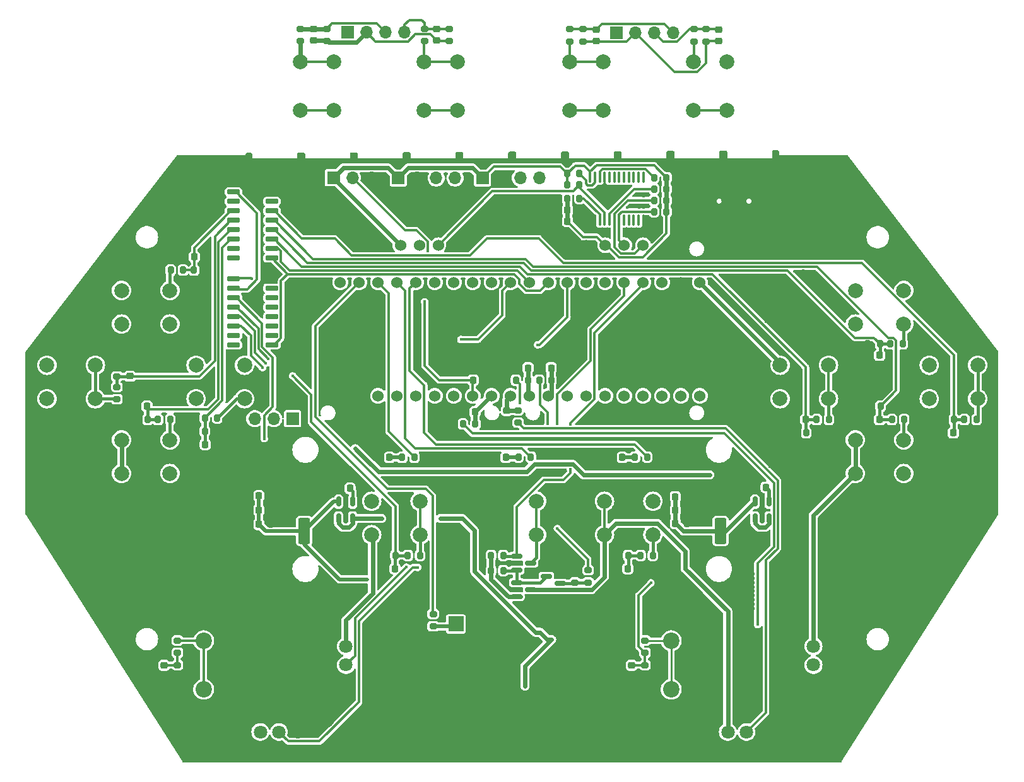
<source format=gbr>
%TF.GenerationSoftware,KiCad,Pcbnew,7.0.2*%
%TF.CreationDate,2023-05-23T12:29:28+08:00*%
%TF.ProjectId,remote_controller,72656d6f-7465-45f6-936f-6e74726f6c6c,rev?*%
%TF.SameCoordinates,PX715d7c0PY5feca40*%
%TF.FileFunction,Copper,L1,Top*%
%TF.FilePolarity,Positive*%
%FSLAX46Y46*%
G04 Gerber Fmt 4.6, Leading zero omitted, Abs format (unit mm)*
G04 Created by KiCad (PCBNEW 7.0.2) date 2023-05-23 12:29:28*
%MOMM*%
%LPD*%
G01*
G04 APERTURE LIST*
G04 Aperture macros list*
%AMRoundRect*
0 Rectangle with rounded corners*
0 $1 Rounding radius*
0 $2 $3 $4 $5 $6 $7 $8 $9 X,Y pos of 4 corners*
0 Add a 4 corners polygon primitive as box body*
4,1,4,$2,$3,$4,$5,$6,$7,$8,$9,$2,$3,0*
0 Add four circle primitives for the rounded corners*
1,1,$1+$1,$2,$3*
1,1,$1+$1,$4,$5*
1,1,$1+$1,$6,$7*
1,1,$1+$1,$8,$9*
0 Add four rect primitives between the rounded corners*
20,1,$1+$1,$2,$3,$4,$5,0*
20,1,$1+$1,$4,$5,$6,$7,0*
20,1,$1+$1,$6,$7,$8,$9,0*
20,1,$1+$1,$8,$9,$2,$3,0*%
G04 Aperture macros list end*
%TA.AperFunction,ComponentPad*%
%ADD10O,1.700000X1.700000*%
%TD*%
%TA.AperFunction,ComponentPad*%
%ADD11R,1.700000X1.700000*%
%TD*%
%TA.AperFunction,ComponentPad*%
%ADD12C,2.200000*%
%TD*%
%TA.AperFunction,ComponentPad*%
%ADD13C,1.800000*%
%TD*%
%TA.AperFunction,ComponentPad*%
%ADD14C,3.800000*%
%TD*%
%TA.AperFunction,SMDPad,CuDef*%
%ADD15RoundRect,0.218750X-0.218750X-0.256250X0.218750X-0.256250X0.218750X0.256250X-0.218750X0.256250X0*%
%TD*%
%TA.AperFunction,ComponentPad*%
%ADD16C,2.000000*%
%TD*%
%TA.AperFunction,ComponentPad*%
%ADD17C,1.524000*%
%TD*%
%TA.AperFunction,SMDPad,CuDef*%
%ADD18RoundRect,0.225000X0.225000X0.250000X-0.225000X0.250000X-0.225000X-0.250000X0.225000X-0.250000X0*%
%TD*%
%TA.AperFunction,SMDPad,CuDef*%
%ADD19RoundRect,0.225000X-0.225000X-0.250000X0.225000X-0.250000X0.225000X0.250000X-0.225000X0.250000X0*%
%TD*%
%TA.AperFunction,SMDPad,CuDef*%
%ADD20RoundRect,0.200000X0.275000X-0.200000X0.275000X0.200000X-0.275000X0.200000X-0.275000X-0.200000X0*%
%TD*%
%TA.AperFunction,SMDPad,CuDef*%
%ADD21RoundRect,0.225000X-0.250000X0.225000X-0.250000X-0.225000X0.250000X-0.225000X0.250000X0.225000X0*%
%TD*%
%TA.AperFunction,SMDPad,CuDef*%
%ADD22RoundRect,0.100000X0.100000X-0.637500X0.100000X0.637500X-0.100000X0.637500X-0.100000X-0.637500X0*%
%TD*%
%TA.AperFunction,SMDPad,CuDef*%
%ADD23RoundRect,0.200000X-0.200000X-0.275000X0.200000X-0.275000X0.200000X0.275000X-0.200000X0.275000X0*%
%TD*%
%TA.AperFunction,SMDPad,CuDef*%
%ADD24RoundRect,0.200000X-0.275000X0.200000X-0.275000X-0.200000X0.275000X-0.200000X0.275000X0.200000X0*%
%TD*%
%TA.AperFunction,SMDPad,CuDef*%
%ADD25RoundRect,0.200000X0.200000X0.275000X-0.200000X0.275000X-0.200000X-0.275000X0.200000X-0.275000X0*%
%TD*%
%TA.AperFunction,SMDPad,CuDef*%
%ADD26RoundRect,0.150000X0.150000X-0.512500X0.150000X0.512500X-0.150000X0.512500X-0.150000X-0.512500X0*%
%TD*%
%TA.AperFunction,SMDPad,CuDef*%
%ADD27RoundRect,0.250000X0.550000X-1.500000X0.550000X1.500000X-0.550000X1.500000X-0.550000X-1.500000X0*%
%TD*%
%TA.AperFunction,SMDPad,CuDef*%
%ADD28RoundRect,0.150000X-0.587500X-0.150000X0.587500X-0.150000X0.587500X0.150000X-0.587500X0.150000X0*%
%TD*%
%TA.AperFunction,ComponentPad*%
%ADD29R,2.000000X2.000000*%
%TD*%
%TA.AperFunction,SMDPad,CuDef*%
%ADD30RoundRect,0.225000X0.250000X-0.225000X0.250000X0.225000X-0.250000X0.225000X-0.250000X-0.225000X0*%
%TD*%
%TA.AperFunction,SMDPad,CuDef*%
%ADD31RoundRect,0.150000X0.725000X0.150000X-0.725000X0.150000X-0.725000X-0.150000X0.725000X-0.150000X0*%
%TD*%
%TA.AperFunction,SMDPad,CuDef*%
%ADD32RoundRect,0.150000X0.587500X0.150000X-0.587500X0.150000X-0.587500X-0.150000X0.587500X-0.150000X0*%
%TD*%
%TA.AperFunction,ComponentPad*%
%ADD33O,0.800000X1.700000*%
%TD*%
%TA.AperFunction,ComponentPad*%
%ADD34O,1.000000X1.500000*%
%TD*%
%TA.AperFunction,ViaPad*%
%ADD35C,0.400000*%
%TD*%
%TA.AperFunction,Conductor*%
%ADD36C,0.600000*%
%TD*%
%TA.AperFunction,Conductor*%
%ADD37C,0.300000*%
%TD*%
%TA.AperFunction,Conductor*%
%ADD38C,2.000000*%
%TD*%
%TA.AperFunction,Conductor*%
%ADD39C,0.250000*%
%TD*%
%TA.AperFunction,Conductor*%
%ADD40C,0.500000*%
%TD*%
%TA.AperFunction,Conductor*%
%ADD41C,0.400000*%
%TD*%
G04 APERTURE END LIST*
D10*
%TO.P,J4,4,Pin_4*%
%TO.N,Net-(J4-Pin_4)*%
X50860800Y64704595D03*
%TO.P,J4,3,Pin_3*%
%TO.N,Net-(J4-Pin_3)*%
X48320800Y64704595D03*
%TO.P,J4,2,Pin_2*%
%TO.N,/buttons/conn_gnd_L*%
X45780800Y64704595D03*
D11*
%TO.P,J4,1,Pin_1*%
%TO.N,/buttons/conn_vcc_L*%
X43240800Y64704595D03*
%TD*%
%TO.P,J5,1,Pin_1*%
%TO.N,/buttons/conn_vcc_R*%
X79308800Y64652000D03*
D10*
%TO.P,J5,2,Pin_2*%
%TO.N,/buttons/conn_gnd_R*%
X81848800Y64652000D03*
%TO.P,J5,3,Pin_3*%
%TO.N,Net-(J5-Pin_3)*%
X84388800Y64652000D03*
%TO.P,J5,4,Pin_4*%
%TO.N,Net-(J5-Pin_4)*%
X86928800Y64652000D03*
%TD*%
D11*
%TO.P,J7,1,Pin_1*%
%TO.N,VCC*%
X61315600Y45161200D03*
D10*
%TO.P,J7,2,Pin_2*%
%TO.N,GND*%
X63855600Y45161200D03*
%TO.P,J7,3,Pin_3*%
%TO.N,/buttons/D4_1*%
X66395600Y45161200D03*
%TO.P,J7,4,Pin_4*%
%TO.N,/buttons/D5_1*%
X68935600Y45161200D03*
%TD*%
D11*
%TO.P,J6,1,Pin_1*%
%TO.N,VCC*%
X50038000Y45161200D03*
D10*
%TO.P,J6,2,Pin_2*%
%TO.N,GND*%
X52578000Y45161200D03*
%TO.P,J6,3,Pin_3*%
%TO.N,/buttons/D6_1*%
X55118000Y45161200D03*
%TO.P,J6,4,Pin_4*%
%TO.N,/buttons/D7_1*%
X57658000Y45161200D03*
%TD*%
D12*
%TO.P,SW2,1,GND*%
%TO.N,GND*%
X27910060Y-16958350D03*
X27910060Y-23458350D03*
D13*
X36510060Y-29208350D03*
X43010060Y-22708350D03*
%TO.P,SW2,2,Vcc*%
%TO.N,VCC*%
X31510060Y-29208350D03*
X43010060Y-17708350D03*
%TO.P,SW2,3,VRx*%
%TO.N,/buttons/X1*%
X34010060Y-29208350D03*
%TO.P,SW2,4,VRy*%
%TO.N,/buttons/Y1*%
X43010060Y-20208350D03*
D12*
%TO.P,SW2,5,SW*%
%TO.N,/buttons/SW1*%
X23910060Y-16958350D03*
X23910060Y-23458350D03*
D14*
%TO.P,SW2,6,Shield*%
%TO.N,GND*%
X28260060Y-13458350D03*
X28260060Y-26958350D03*
X39760060Y-13458350D03*
X39760060Y-26958350D03*
%TD*%
D12*
%TO.P,SW3,1,GND*%
%TO.N,GND*%
X90648060Y-16958350D03*
X90648060Y-23458350D03*
D13*
X99248060Y-29208350D03*
X105748060Y-22708350D03*
%TO.P,SW3,2,Vcc*%
%TO.N,VCC*%
X94248060Y-29208350D03*
X105748060Y-17708350D03*
%TO.P,SW3,3,VRx*%
%TO.N,/buttons/X2*%
X96748060Y-29208350D03*
%TO.P,SW3,4,VRy*%
%TO.N,/buttons/Y2*%
X105748060Y-20208350D03*
D12*
%TO.P,SW3,5,SW*%
%TO.N,/buttons/SW2*%
X86648060Y-16958350D03*
X86648060Y-23458350D03*
D14*
%TO.P,SW3,6,Shield*%
%TO.N,GND*%
X90998060Y-13458350D03*
X90998060Y-26958350D03*
X102498060Y-13458350D03*
X102498060Y-26958350D03*
%TD*%
D15*
%TO.P,D3,1,K*%
%TO.N,GND*%
X47273060Y7671150D03*
%TO.P,D3,2,A*%
%TO.N,Net-(D3-A)*%
X48848060Y7671150D03*
%TD*%
D11*
%TO.P,RV1,1,1*%
%TO.N,VCC*%
X41326060Y45210150D03*
D10*
%TO.P,RV1,2,2*%
%TO.N,/PB0*%
X43866060Y45210150D03*
%TO.P,RV1,3,3*%
%TO.N,GND*%
X46406060Y45210150D03*
%TD*%
D16*
%TO.P,SW10,1,1*%
%TO.N,/buttons/conn_vcc_R*%
X89599625Y54224000D03*
%TO.P,SW10,2,2*%
%TO.N,Net-(R40-Pad1)*%
X89599625Y60724000D03*
%TO.P,SW10,3,3*%
%TO.N,/buttons/conn_vcc_R*%
X94099625Y54224000D03*
%TO.P,SW10,4,4*%
%TO.N,Net-(R40-Pad1)*%
X94099625Y60724000D03*
%TD*%
D17*
%TO.P,U2,1,GND*%
%TO.N,GND*%
X75261700Y36138000D03*
%TO.P,U2,2,Vcc*%
%TO.N,VCC*%
X77801700Y36138000D03*
%TO.P,U2,3,SCL*%
%TO.N,/SC1*%
X80341700Y36138000D03*
%TO.P,U2,4,SDA*%
%TO.N,/SD1*%
X82881700Y36138000D03*
%TD*%
D18*
%TO.P,C41,1*%
%TO.N,/buttons/D7_0*%
X124527560Y10953150D03*
%TO.P,C41,2*%
%TO.N,GND*%
X122977560Y10953150D03*
%TD*%
%TO.P,C26,1*%
%TO.N,/buttons/X1_filtered*%
X70535600Y19659600D03*
%TO.P,C26,2*%
%TO.N,GND*%
X68985600Y19659600D03*
%TD*%
%TO.P,C40,1*%
%TO.N,/buttons/D6_0*%
X114621560Y12731150D03*
%TO.P,C40,2*%
%TO.N,GND*%
X113071560Y12731150D03*
%TD*%
D19*
%TO.P,C6,1*%
%TO.N,+3V3*%
X31323560Y2484149D03*
%TO.P,C6,2*%
%TO.N,GND*%
X32873560Y2484149D03*
%TD*%
%TO.P,C15,1*%
%TO.N,+3V3*%
X87203560Y2357149D03*
%TO.P,C15,2*%
%TO.N,GND*%
X88753560Y2357149D03*
%TD*%
D20*
%TO.P,R27,1*%
%TO.N,Net-(R27-Pad1)*%
X36902875Y63559595D03*
%TO.P,R27,2*%
%TO.N,Net-(J4-Pin_3)*%
X36902875Y65209595D03*
%TD*%
D19*
%TO.P,C23,1*%
%TO.N,/buttons/D0_0*%
X22647560Y34575150D03*
%TO.P,C23,2*%
%TO.N,GND*%
X24197560Y34575150D03*
%TD*%
%TO.P,C1,1*%
%TO.N,VCC*%
X72732000Y40894000D03*
%TO.P,C1,2*%
%TO.N,GND*%
X74282000Y40894000D03*
%TD*%
D18*
%TO.P,C4,1*%
%TO.N,Net-(U5-BP)*%
X43541560Y3494649D03*
%TO.P,C4,2*%
%TO.N,GND*%
X41991560Y3494649D03*
%TD*%
D21*
%TO.P,C24,1*%
%TO.N,Net-(J4-Pin_3)*%
X38680875Y65159595D03*
%TO.P,C24,2*%
%TO.N,/buttons/conn_gnd_L*%
X38680875Y63609595D03*
%TD*%
D22*
%TO.P,U3,1,A0*%
%TO.N,GND*%
X75774000Y39555500D03*
%TO.P,U3,2,A1*%
X76424000Y39555500D03*
%TO.P,U3,3,~{RESET}*%
%TO.N,/TCA9548_reset*%
X77074000Y39555500D03*
%TO.P,U3,4,SD0*%
%TO.N,/SD0*%
X77724000Y39555500D03*
%TO.P,U3,5,SC0*%
%TO.N,/SC0*%
X78374000Y39555500D03*
%TO.P,U3,6,SD1*%
%TO.N,/SD1*%
X79024000Y39555500D03*
%TO.P,U3,7,SC1*%
%TO.N,/SC1*%
X79674000Y39555500D03*
%TO.P,U3,8,SD2*%
%TO.N,/SD2*%
X80324000Y39555500D03*
%TO.P,U3,9,SC2*%
%TO.N,/SC2*%
X80974000Y39555500D03*
%TO.P,U3,10,SD3*%
%TO.N,/SD3*%
X81624000Y39555500D03*
%TO.P,U3,11,SC3*%
%TO.N,/SC3*%
X82274000Y39555500D03*
%TO.P,U3,12,GND*%
%TO.N,GND*%
X82924000Y39555500D03*
%TO.P,U3,13,SD4*%
%TO.N,/SD4*%
X82924000Y45280500D03*
%TO.P,U3,14,SC4*%
%TO.N,/SC4*%
X82274000Y45280500D03*
%TO.P,U3,15,SD5*%
%TO.N,/SD5*%
X81624000Y45280500D03*
%TO.P,U3,16,SC5*%
%TO.N,/SC5*%
X80974000Y45280500D03*
%TO.P,U3,17,SD6*%
%TO.N,/SD6*%
X80324000Y45280500D03*
%TO.P,U3,18,SC6*%
%TO.N,/SC6*%
X79674000Y45280500D03*
%TO.P,U3,19,SD7*%
%TO.N,/SD7*%
X79024000Y45280500D03*
%TO.P,U3,20,SC7*%
%TO.N,/SC7*%
X78374000Y45280500D03*
%TO.P,U3,21,A2*%
%TO.N,GND*%
X77724000Y45280500D03*
%TO.P,U3,22,SCL*%
%TO.N,/I2C1_SCL*%
X77074000Y45280500D03*
%TO.P,U3,23,SDA*%
%TO.N,/I2C1_SDA*%
X76424000Y45280500D03*
%TO.P,U3,24,VCC*%
%TO.N,VCC*%
X75774000Y45280500D03*
%TD*%
D23*
%TO.P,R1,1*%
%TO.N,/I2C1_SCL*%
X84366000Y45212000D03*
%TO.P,R1,2*%
%TO.N,VCC*%
X86016000Y45212000D03*
%TD*%
D20*
%TO.P,R40,1*%
%TO.N,Net-(R40-Pad1)*%
X89690625Y63507000D03*
%TO.P,R40,2*%
%TO.N,Net-(J5-Pin_3)*%
X89690625Y65157000D03*
%TD*%
D23*
%TO.P,R30,1*%
%TO.N,/buttons/X1*%
X68935600Y18034000D03*
%TO.P,R30,2*%
%TO.N,/buttons/X1_filtered*%
X70585600Y18034000D03*
%TD*%
%TO.P,R12,1*%
%TO.N,Net-(D3-A)*%
X50537560Y7671150D03*
%TO.P,R12,2*%
%TO.N,Net-(U4-PB14)*%
X52187560Y7671150D03*
%TD*%
D19*
%TO.P,C16,1*%
%TO.N,+3V3*%
X87203560Y579149D03*
%TO.P,C16,2*%
%TO.N,GND*%
X88753560Y579149D03*
%TD*%
D23*
%TO.P,R37,1*%
%TO.N,GND*%
X14723560Y12731150D03*
%TO.P,R37,2*%
%TO.N,/buttons/D2_0*%
X16373560Y12731150D03*
%TD*%
D18*
%TO.P,C14,1*%
%TO.N,Net-(U7-BP)*%
X99389560Y3627149D03*
%TO.P,C14,2*%
%TO.N,GND*%
X97839560Y3627149D03*
%TD*%
D20*
%TO.P,R15,1*%
%TO.N,Net-(BZ1--)*%
X54704560Y-15017850D03*
%TO.P,R15,2*%
%TO.N,Net-(U4-PB13)*%
X54704560Y-13367850D03*
%TD*%
D23*
%TO.P,R25,1*%
%TO.N,Net-(R25-Pad1)*%
X19486560Y32797150D03*
%TO.P,R25,2*%
%TO.N,/buttons/D0_0*%
X21136560Y32797150D03*
%TD*%
D18*
%TO.P,C38,1*%
%TO.N,/buttons/D5_0*%
X114621560Y21367150D03*
%TO.P,C38,2*%
%TO.N,GND*%
X113071560Y21367150D03*
%TD*%
D24*
%TO.P,R43,1*%
%TO.N,/buttons/SW1*%
X20374560Y-16923850D03*
%TO.P,R43,2*%
%TO.N,/buttons/D0_1*%
X20374560Y-18573850D03*
%TD*%
D25*
%TO.P,R2,1*%
%TO.N,/I2C1_SDA*%
X74333000Y45744000D03*
%TO.P,R2,2*%
%TO.N,VCC*%
X72683000Y45744000D03*
%TD*%
%TO.P,R5,1*%
%TO.N,VCC*%
X86016000Y40640000D03*
%TO.P,R5,2*%
%TO.N,/SC1*%
X84366000Y40640000D03*
%TD*%
D23*
%TO.P,R49,1*%
%TO.N,GND*%
X103115560Y10953150D03*
%TO.P,R49,2*%
%TO.N,/buttons/D4_0*%
X104765560Y10953150D03*
%TD*%
D15*
%TO.P,D5,1,K*%
%TO.N,GND*%
X78515060Y7651150D03*
%TO.P,D5,2,A*%
%TO.N,Net-(D5-A)*%
X80090060Y7651150D03*
%TD*%
D23*
%TO.P,R59,1*%
%TO.N,GND*%
X122927560Y12731150D03*
%TO.P,R59,2*%
%TO.N,/buttons/D7_0*%
X124577560Y12731150D03*
%TD*%
D25*
%TO.P,R4,1*%
%TO.N,VCC*%
X86016000Y42164000D03*
%TO.P,R4,2*%
%TO.N,/SD1*%
X84366000Y42164000D03*
%TD*%
D20*
%TO.P,R28,1*%
%TO.N,/buttons/conn_gnd_L*%
X40458875Y63559595D03*
%TO.P,R28,2*%
%TO.N,Net-(J4-Pin_3)*%
X40458875Y65209595D03*
%TD*%
D25*
%TO.P,R8,1*%
%TO.N,/PG1*%
X64123000Y-5516850D03*
%TO.P,R8,2*%
%TO.N,+3V3*%
X62473000Y-5516850D03*
%TD*%
D23*
%TO.P,R38,1*%
%TO.N,/buttons/Y2*%
X58712600Y12141200D03*
%TO.P,R38,2*%
%TO.N,/buttons/Y2_filtered*%
X60362600Y12141200D03*
%TD*%
%TO.P,R6,1*%
%TO.N,VCC*%
X72693000Y44224000D03*
%TO.P,R6,2*%
%TO.N,/SD0*%
X74343000Y44224000D03*
%TD*%
D25*
%TO.P,R39,1*%
%TO.N,Net-(R39-Pad1)*%
X25717000Y12954000D03*
%TO.P,R39,2*%
%TO.N,/buttons/D3_0*%
X24067000Y12954000D03*
%TD*%
D23*
%TO.P,R3,1*%
%TO.N,VCC*%
X72682000Y42418000D03*
%TO.P,R3,2*%
%TO.N,/TCA9548_reset*%
X74332000Y42418000D03*
%TD*%
D26*
%TO.P,U5,1,IN*%
%TO.N,+BATT*%
X42004560Y-558351D03*
%TO.P,U5,2,GND*%
%TO.N,GND*%
X42954560Y-558351D03*
%TO.P,U5,3,EN*%
%TO.N,+BATT*%
X43904560Y-558351D03*
%TO.P,U5,4,BP*%
%TO.N,Net-(U5-BP)*%
X43904560Y1716649D03*
%TO.P,U5,5,OUT*%
%TO.N,+3V3*%
X42004560Y1716649D03*
%TD*%
D20*
%TO.P,R50,2*%
%TO.N,/buttons/D1_1*%
X83112560Y-20225850D03*
%TO.P,R50,1*%
%TO.N,GND*%
X83112560Y-21875850D03*
%TD*%
D18*
%TO.P,C39,1*%
%TO.N,/buttons/D2_1*%
X49595000Y-7294850D03*
%TO.P,C39,2*%
%TO.N,GND*%
X48045000Y-7294850D03*
%TD*%
D25*
%TO.P,R26,1*%
%TO.N,GND*%
X24247560Y32797150D03*
%TO.P,R26,2*%
%TO.N,/buttons/D0_0*%
X22597560Y32797150D03*
%TD*%
D27*
%TO.P,C18,1*%
%TO.N,+3V3*%
X93272560Y-2220851D03*
%TO.P,C18,2*%
%TO.N,GND*%
X93272560Y3379149D03*
%TD*%
D16*
%TO.P,SW9,1,1*%
%TO.N,VCC*%
X22892000Y20030150D03*
%TO.P,SW9,2,2*%
%TO.N,Net-(R39-Pad1)*%
X29392000Y20030150D03*
%TO.P,SW9,3,3*%
%TO.N,VCC*%
X22892000Y15530150D03*
%TO.P,SW9,4,4*%
%TO.N,Net-(R39-Pad1)*%
X29392000Y15530150D03*
%TD*%
D25*
%TO.P,R54,1*%
%TO.N,Net-(R54-Pad1)*%
X117910560Y12731150D03*
%TO.P,R54,2*%
%TO.N,/buttons/D6_0*%
X116260560Y12731150D03*
%TD*%
D19*
%TO.P,C7,1*%
%TO.N,+3V3*%
X31323560Y579149D03*
%TO.P,C7,2*%
%TO.N,GND*%
X32873560Y579149D03*
%TD*%
D20*
%TO.P,R45,1*%
%TO.N,Net-(R45-Pad1)*%
X73053625Y63507000D03*
%TO.P,R45,2*%
%TO.N,Net-(J5-Pin_4)*%
X73053625Y65157000D03*
%TD*%
D19*
%TO.P,C2,1*%
%TO.N,VCC*%
X72732000Y39370000D03*
%TO.P,C2,2*%
%TO.N,GND*%
X74282000Y39370000D03*
%TD*%
D20*
%TO.P,R44,1*%
%TO.N,GND*%
X20374560Y-21875850D03*
%TO.P,R44,2*%
%TO.N,/buttons/D0_1*%
X20374560Y-20225850D03*
%TD*%
D24*
%TO.P,R11,1*%
%TO.N,GND*%
X73712000Y-7485850D03*
%TO.P,R11,2*%
%TO.N,Net-(Q2-G)*%
X73712000Y-9135850D03*
%TD*%
D28*
%TO.P,Q1,1,G*%
%TO.N,Net-(Q1-G)*%
X65916500Y-9138850D03*
%TO.P,Q1,2,S*%
%TO.N,+3V3*%
X65916500Y-11038850D03*
%TO.P,Q1,3,D*%
%TO.N,VCC*%
X67791500Y-10088850D03*
%TD*%
D29*
%TO.P,BZ1,1,-*%
%TO.N,Net-(BZ1--)*%
X57752560Y-14700850D03*
D16*
%TO.P,BZ1,2,+*%
%TO.N,GND*%
X62752560Y-14700850D03*
%TD*%
D21*
%TO.P,C34,1*%
%TO.N,/buttons/D0_1*%
X18596560Y-20275850D03*
%TO.P,C34,2*%
%TO.N,GND*%
X18596560Y-21825850D03*
%TD*%
D25*
%TO.P,R51,1*%
%TO.N,Net-(R51-Pad1)*%
X117719560Y22891150D03*
%TO.P,R51,2*%
%TO.N,/buttons/D5_0*%
X116069560Y22891150D03*
%TD*%
%TO.P,R58,1*%
%TO.N,Net-(R58-Pad1)*%
X84189000Y-5516850D03*
%TO.P,R58,2*%
%TO.N,/buttons/D3_1*%
X82539000Y-5516850D03*
%TD*%
D16*
%TO.P,SW5,1,1*%
%TO.N,/buttons/conn_vcc_L*%
X36862875Y54276595D03*
%TO.P,SW5,2,2*%
%TO.N,Net-(R27-Pad1)*%
X36862875Y60776595D03*
%TO.P,SW5,3,3*%
%TO.N,/buttons/conn_vcc_L*%
X41362875Y54276595D03*
%TO.P,SW5,4,4*%
%TO.N,Net-(R27-Pad1)*%
X41362875Y60776595D03*
%TD*%
D17*
%TO.P,U1,1,GND*%
%TO.N,GND*%
X47778300Y36138000D03*
%TO.P,U1,2,Vcc*%
%TO.N,VCC*%
X50318300Y36138000D03*
%TO.P,U1,3,SCL*%
%TO.N,/SC0*%
X52858300Y36138000D03*
%TO.P,U1,4,SDA*%
%TO.N,/SD0*%
X55398300Y36138000D03*
%TD*%
D16*
%TO.P,SW7,1,1*%
%TO.N,/buttons/conn_vcc_L*%
X53448875Y54276595D03*
%TO.P,SW7,2,2*%
%TO.N,Net-(R33-Pad1)*%
X53448875Y60776595D03*
%TO.P,SW7,3,3*%
%TO.N,/buttons/conn_vcc_L*%
X57948875Y54276595D03*
%TO.P,SW7,4,4*%
%TO.N,Net-(R33-Pad1)*%
X57948875Y60776595D03*
%TD*%
D20*
%TO.P,R34,1*%
%TO.N,/buttons/conn_gnd_L*%
X56841875Y63559595D03*
%TO.P,R34,2*%
%TO.N,Net-(J4-Pin_4)*%
X56841875Y65209595D03*
%TD*%
D16*
%TO.P,SW1,1,1*%
%TO.N,GND*%
X62080000Y1778000D03*
%TO.P,SW1,2,2*%
%TO.N,Net-(D2-K)*%
X68580000Y1778000D03*
%TO.P,SW1,3,3*%
%TO.N,GND*%
X62080000Y-2722000D03*
%TO.P,SW1,4,4*%
%TO.N,Net-(D2-K)*%
X68580000Y-2722000D03*
%TD*%
%TO.P,SW17,1,1*%
%TO.N,VCC*%
X77701000Y1778000D03*
%TO.P,SW17,2,2*%
%TO.N,Net-(R58-Pad1)*%
X84201000Y1778000D03*
%TO.P,SW17,3,3*%
%TO.N,VCC*%
X77701000Y-2722000D03*
%TO.P,SW17,4,4*%
%TO.N,Net-(R58-Pad1)*%
X84201000Y-2722000D03*
%TD*%
%TO.P,SW13,1,1*%
%TO.N,VCC*%
X111356250Y30063150D03*
%TO.P,SW13,2,2*%
%TO.N,Net-(R51-Pad1)*%
X117856250Y30063150D03*
%TO.P,SW13,3,3*%
%TO.N,VCC*%
X111356250Y25563150D03*
%TO.P,SW13,4,4*%
%TO.N,Net-(R51-Pad1)*%
X117856250Y25563150D03*
%TD*%
D30*
%TO.P,C25,1*%
%TO.N,/buttons/D1_0*%
X14024560Y18560150D03*
%TO.P,C25,2*%
%TO.N,GND*%
X14024560Y20110150D03*
%TD*%
D18*
%TO.P,C42,1*%
%TO.N,/buttons/D3_1*%
X80837000Y-7294850D03*
%TO.P,C42,2*%
%TO.N,GND*%
X79287000Y-7294850D03*
%TD*%
D23*
%TO.P,R60,1*%
%TO.N,GND*%
X79237000Y-5516850D03*
%TO.P,R60,2*%
%TO.N,/buttons/D3_1*%
X80887000Y-5516850D03*
%TD*%
D31*
%TO.P,U9,1,~{PL}*%
%TO.N,/~{PL}*%
X33055000Y34417000D03*
%TO.P,U9,2,CP*%
%TO.N,/CP*%
X33055000Y35687000D03*
%TO.P,U9,3,D4*%
%TO.N,/buttons/D4_0*%
X33055000Y36957000D03*
%TO.P,U9,4,D5*%
%TO.N,/buttons/D5_0*%
X33055000Y38227000D03*
%TO.P,U9,5,D6*%
%TO.N,/buttons/D6_0*%
X33055000Y39497000D03*
%TO.P,U9,6,D7*%
%TO.N,/buttons/D7_0*%
X33055000Y40767000D03*
%TO.P,U9,7,~{Q7}*%
%TO.N,unconnected-(U9-~{Q7}-Pad7)*%
X33055000Y42037000D03*
%TO.P,U9,8,GND*%
%TO.N,GND*%
X33055000Y43307000D03*
%TO.P,U9,9,Q7*%
%TO.N,/buttons/Q7_0*%
X27905000Y43307000D03*
%TO.P,U9,10,DS*%
%TO.N,unconnected-(U9-DS-Pad10)*%
X27905000Y42037000D03*
%TO.P,U9,11,D0*%
%TO.N,/buttons/D0_0*%
X27905000Y40767000D03*
%TO.P,U9,12,D1*%
%TO.N,/buttons/D1_0*%
X27905000Y39497000D03*
%TO.P,U9,13,D2*%
%TO.N,/buttons/D2_0*%
X27905000Y38227000D03*
%TO.P,U9,14,D3*%
%TO.N,/buttons/D3_0*%
X27905000Y36957000D03*
%TO.P,U9,15,~{CE}*%
%TO.N,/~{CE}*%
X27905000Y35687000D03*
%TO.P,U9,16,VCC*%
%TO.N,VCC*%
X27905000Y34417000D03*
%TD*%
D20*
%TO.P,R29,1*%
%TO.N,Net-(R29-Pad1)*%
X12246560Y15462150D03*
%TO.P,R29,2*%
%TO.N,/buttons/D1_0*%
X12246560Y17112150D03*
%TD*%
D25*
%TO.P,R35,1*%
%TO.N,Net-(R35-Pad1)*%
X19421560Y12731150D03*
%TO.P,R35,2*%
%TO.N,/buttons/D2_0*%
X17771560Y12731150D03*
%TD*%
D21*
%TO.P,C28,1*%
%TO.N,Net-(J4-Pin_4)*%
X55190875Y65159595D03*
%TO.P,C28,2*%
%TO.N,/buttons/conn_gnd_L*%
X55190875Y63609595D03*
%TD*%
D26*
%TO.P,U7,1,IN*%
%TO.N,+BATT*%
X97884560Y-558351D03*
%TO.P,U7,2,GND*%
%TO.N,GND*%
X98834560Y-558351D03*
%TO.P,U7,3,EN*%
%TO.N,+BATT*%
X99784560Y-558351D03*
%TO.P,U7,4,BP*%
%TO.N,Net-(U7-BP)*%
X99784560Y1716649D03*
%TO.P,U7,5,OUT*%
%TO.N,+3V3*%
X97884560Y1716649D03*
%TD*%
D19*
%TO.P,C3,2*%
%TO.N,GND*%
X61613000Y18034000D03*
%TO.P,C3,1*%
%TO.N,/PB0*%
X60063000Y18034000D03*
%TD*%
D16*
%TO.P,SW12,1,1*%
%TO.N,VCC*%
X101268000Y20030150D03*
%TO.P,SW12,2,2*%
%TO.N,Net-(R46-Pad1)*%
X107768000Y20030150D03*
%TO.P,SW12,3,3*%
%TO.N,VCC*%
X101268000Y15530150D03*
%TO.P,SW12,4,4*%
%TO.N,Net-(R46-Pad1)*%
X107768000Y15530150D03*
%TD*%
D28*
%TO.P,D2,1,A*%
%TO.N,/PG1*%
X65916500Y-5582850D03*
%TO.P,D2,2,A*%
%TO.N,Net-(Q1-G)*%
X65916500Y-7482850D03*
%TO.P,D2,3,K*%
%TO.N,Net-(D2-K)*%
X67791500Y-6532850D03*
%TD*%
D25*
%TO.P,R46,1*%
%TO.N,Net-(R46-Pad1)*%
X107813560Y12731150D03*
%TO.P,R46,2*%
%TO.N,/buttons/D4_0*%
X106163560Y12731150D03*
%TD*%
D19*
%TO.P,C32,1*%
%TO.N,/buttons/D3_0*%
X24117000Y9398000D03*
%TO.P,C32,2*%
%TO.N,GND*%
X25667000Y9398000D03*
%TD*%
D23*
%TO.P,R14,1*%
%TO.N,Net-(D5-A)*%
X81779560Y7691150D03*
%TO.P,R14,2*%
%TO.N,Net-(U4-PA8)*%
X83429560Y7691150D03*
%TD*%
D18*
%TO.P,C29,1*%
%TO.N,/buttons/D2_0*%
X16323560Y14509150D03*
%TO.P,C29,2*%
%TO.N,GND*%
X14773560Y14509150D03*
%TD*%
D20*
%TO.P,R47,1*%
%TO.N,/buttons/conn_gnd_R*%
X74831625Y63507000D03*
%TO.P,R47,2*%
%TO.N,Net-(J5-Pin_4)*%
X74831625Y65157000D03*
%TD*%
D21*
%TO.P,C33,1*%
%TO.N,Net-(J5-Pin_3)*%
X92992625Y65107000D03*
%TO.P,C33,2*%
%TO.N,/buttons/conn_gnd_R*%
X92992625Y63557000D03*
%TD*%
D16*
%TO.P,SW8,1,1*%
%TO.N,VCC*%
X12885000Y9997150D03*
%TO.P,SW8,2,2*%
%TO.N,Net-(R35-Pad1)*%
X19385000Y9997150D03*
%TO.P,SW8,3,3*%
%TO.N,VCC*%
X12885000Y5497150D03*
%TO.P,SW8,4,4*%
%TO.N,Net-(R35-Pad1)*%
X19385000Y5497150D03*
%TD*%
%TO.P,SW14,1,1*%
%TO.N,VCC*%
X46459000Y1778000D03*
%TO.P,SW14,2,2*%
%TO.N,Net-(R53-Pad1)*%
X52959000Y1778000D03*
%TO.P,SW14,3,3*%
%TO.N,VCC*%
X46459000Y-2722000D03*
%TO.P,SW14,4,4*%
%TO.N,Net-(R53-Pad1)*%
X52959000Y-2722000D03*
%TD*%
D20*
%TO.P,R10,1*%
%TO.N,Net-(Q2-G)*%
X75490000Y-9135850D03*
%TO.P,R10,2*%
%TO.N,/PG2*%
X75490000Y-7485850D03*
%TD*%
D21*
%TO.P,C37,2*%
%TO.N,GND*%
X81334560Y-21825850D03*
%TO.P,C37,1*%
%TO.N,/buttons/D1_1*%
X81334560Y-20275850D03*
%TD*%
D16*
%TO.P,SW15,1,1*%
%TO.N,VCC*%
X111356250Y9997150D03*
%TO.P,SW15,2,2*%
%TO.N,Net-(R54-Pad1)*%
X117856250Y9997150D03*
%TO.P,SW15,3,3*%
%TO.N,VCC*%
X111356250Y5497150D03*
%TO.P,SW15,4,4*%
%TO.N,unconnected-(SW15-Pad4)*%
X117856250Y5497150D03*
%TD*%
D25*
%TO.P,R9,1*%
%TO.N,Net-(Q1-G)*%
X64123000Y-7548850D03*
%TO.P,R9,2*%
%TO.N,+3V3*%
X62473000Y-7548850D03*
%TD*%
D24*
%TO.P,R31,1*%
%TO.N,GND*%
X12246560Y20160150D03*
%TO.P,R31,2*%
%TO.N,/buttons/D1_0*%
X12246560Y18510150D03*
%TD*%
D18*
%TO.P,C31,1*%
%TO.N,/buttons/Y2_filtered*%
X60312600Y13766800D03*
%TO.P,C31,2*%
%TO.N,GND*%
X58762600Y13766800D03*
%TD*%
D25*
%TO.P,R7,1*%
%TO.N,VCC*%
X86016000Y43688000D03*
%TO.P,R7,2*%
%TO.N,/SC0*%
X84366000Y43688000D03*
%TD*%
D18*
%TO.P,C36,1*%
%TO.N,/buttons/D4_0*%
X104715560Y12731150D03*
%TO.P,C36,2*%
%TO.N,GND*%
X103165560Y12731150D03*
%TD*%
D20*
%TO.P,R33,1*%
%TO.N,Net-(R33-Pad1)*%
X53539875Y63559595D03*
%TO.P,R33,2*%
%TO.N,Net-(J4-Pin_4)*%
X53539875Y65209595D03*
%TD*%
D23*
%TO.P,R32,2*%
%TO.N,/buttons/Y1_filtered*%
X67462400Y18034000D03*
%TO.P,R32,1*%
%TO.N,/buttons/Y1*%
X65812400Y18034000D03*
%TD*%
D21*
%TO.P,C35,1*%
%TO.N,Net-(J5-Pin_4)*%
X76609625Y65107000D03*
%TO.P,C35,2*%
%TO.N,/buttons/conn_gnd_R*%
X76609625Y63557000D03*
%TD*%
D32*
%TO.P,Q2,1,G*%
%TO.N,Net-(Q2-G)*%
X71777000Y-9260850D03*
%TO.P,Q2,2,S*%
%TO.N,GND*%
X71777000Y-7360850D03*
%TO.P,Q2,3,D*%
%TO.N,Net-(Q1-G)*%
X69902000Y-8310850D03*
%TD*%
D27*
%TO.P,C8,1*%
%TO.N,+3V3*%
X37392560Y-2220851D03*
%TO.P,C8,2*%
%TO.N,GND*%
X37392560Y3379149D03*
%TD*%
D16*
%TO.P,SW4,1,1*%
%TO.N,VCC*%
X12885000Y30063150D03*
%TO.P,SW4,2,2*%
%TO.N,Net-(R25-Pad1)*%
X19385000Y30063150D03*
%TO.P,SW4,3,3*%
%TO.N,VCC*%
X12885000Y25563150D03*
%TO.P,SW4,4,4*%
%TO.N,Net-(R25-Pad1)*%
X19385000Y25563150D03*
%TD*%
D24*
%TO.P,R48,2*%
%TO.N,/buttons/D1_1*%
X83112560Y-18573850D03*
%TO.P,R48,1*%
%TO.N,/buttons/SW2*%
X83112560Y-16923850D03*
%TD*%
D25*
%TO.P,R41,1*%
%TO.N,GND*%
X25717000Y11176000D03*
%TO.P,R41,2*%
%TO.N,/buttons/D3_0*%
X24067000Y11176000D03*
%TD*%
D23*
%TO.P,R56,1*%
%TO.N,GND*%
X113084560Y14509150D03*
%TO.P,R56,2*%
%TO.N,/buttons/D6_0*%
X114734560Y14509150D03*
%TD*%
%TO.P,R55,1*%
%TO.N,GND*%
X47995000Y-5516850D03*
%TO.P,R55,2*%
%TO.N,/buttons/D2_1*%
X49645000Y-5516850D03*
%TD*%
D16*
%TO.P,SW6,1,1*%
%TO.N,VCC*%
X2878000Y20030150D03*
%TO.P,SW6,2,2*%
%TO.N,Net-(R29-Pad1)*%
X9378000Y20030150D03*
%TO.P,SW6,3,3*%
%TO.N,VCC*%
X2878000Y15530150D03*
%TO.P,SW6,4,4*%
%TO.N,Net-(R29-Pad1)*%
X9378000Y15530150D03*
%TD*%
D25*
%TO.P,R57,1*%
%TO.N,Net-(R57-Pad1)*%
X127625560Y12731150D03*
%TO.P,R57,2*%
%TO.N,/buttons/D7_0*%
X125975560Y12731150D03*
%TD*%
%TO.P,R53,1*%
%TO.N,Net-(R53-Pad1)*%
X52947000Y-5516850D03*
%TO.P,R53,2*%
%TO.N,/buttons/D2_1*%
X51297000Y-5516850D03*
%TD*%
D19*
%TO.P,C5,1*%
%TO.N,+3V3*%
X31323560Y-1325851D03*
%TO.P,C5,2*%
%TO.N,GND*%
X32873560Y-1325851D03*
%TD*%
D16*
%TO.P,SW11,1,1*%
%TO.N,/buttons/conn_vcc_R*%
X73013625Y54224000D03*
%TO.P,SW11,2,2*%
%TO.N,Net-(R45-Pad1)*%
X73013625Y60724000D03*
%TO.P,SW11,3,3*%
%TO.N,/buttons/conn_vcc_R*%
X77513625Y54224000D03*
%TO.P,SW11,4,4*%
%TO.N,Net-(R45-Pad1)*%
X77513625Y60724000D03*
%TD*%
D23*
%TO.P,R52,1*%
%TO.N,GND*%
X113021560Y22891150D03*
%TO.P,R52,2*%
%TO.N,/buttons/D5_0*%
X114671560Y22891150D03*
%TD*%
%TO.P,R13,1*%
%TO.N,Net-(D4-A)*%
X66158560Y7691150D03*
%TO.P,R13,2*%
%TO.N,Net-(U4-PB15)*%
X67808560Y7691150D03*
%TD*%
D15*
%TO.P,D4,1,K*%
%TO.N,GND*%
X62894060Y7651150D03*
%TO.P,D4,2,A*%
%TO.N,Net-(D4-A)*%
X64469060Y7651150D03*
%TD*%
D21*
%TO.P,C30,2*%
%TO.N,GND*%
X64566800Y12382200D03*
%TO.P,C30,1*%
%TO.N,/buttons/X2_filtered*%
X64566800Y13932200D03*
%TD*%
D20*
%TO.P,R36,2*%
%TO.N,/buttons/X2_filtered*%
X66090800Y13982200D03*
%TO.P,R36,1*%
%TO.N,/buttons/X2*%
X66090800Y12332200D03*
%TD*%
D31*
%TO.P,U10,1,~{PL}*%
%TO.N,/~{PL}*%
X33055000Y22764150D03*
%TO.P,U10,2,CP*%
%TO.N,/CP*%
X33055000Y24034150D03*
%TO.P,U10,3,D4*%
%TO.N,/buttons/D4_1*%
X33055000Y25304150D03*
%TO.P,U10,4,D5*%
%TO.N,/buttons/D5_1*%
X33055000Y26574150D03*
%TO.P,U10,5,D6*%
%TO.N,/buttons/D6_1*%
X33055000Y27844150D03*
%TO.P,U10,6,D7*%
%TO.N,/buttons/D7_1*%
X33055000Y29114150D03*
%TO.P,U10,7,~{Q7}*%
%TO.N,unconnected-(U10-~{Q7}-Pad7)*%
X33055000Y30384150D03*
%TO.P,U10,8,GND*%
%TO.N,GND*%
X33055000Y31654150D03*
%TO.P,U10,9,Q7*%
%TO.N,/Q7_1*%
X27905000Y31654150D03*
%TO.P,U10,10,DS*%
%TO.N,/buttons/Q7_0*%
X27905000Y30384150D03*
%TO.P,U10,11,D0*%
%TO.N,/buttons/D0_1*%
X27905000Y29114150D03*
%TO.P,U10,12,D1*%
%TO.N,/buttons/D1_1*%
X27905000Y27844150D03*
%TO.P,U10,13,D2*%
%TO.N,/buttons/D2_1*%
X27905000Y26574150D03*
%TO.P,U10,14,D3*%
%TO.N,/buttons/D3_1*%
X27905000Y25304150D03*
%TO.P,U10,15,~{CE}*%
%TO.N,/~{CE}*%
X27905000Y24034150D03*
%TO.P,U10,16,VCC*%
%TO.N,VCC*%
X27905000Y22764150D03*
%TD*%
D19*
%TO.P,C17,1*%
%TO.N,+3V3*%
X87203560Y-1198851D03*
%TO.P,C17,2*%
%TO.N,GND*%
X88753560Y-1198851D03*
%TD*%
D16*
%TO.P,SW16,1,1*%
%TO.N,VCC*%
X121282000Y20030150D03*
%TO.P,SW16,2,2*%
%TO.N,Net-(R57-Pad1)*%
X127782000Y20030150D03*
%TO.P,SW16,3,3*%
%TO.N,VCC*%
X121282000Y15530150D03*
%TO.P,SW16,4,4*%
%TO.N,Net-(R57-Pad1)*%
X127782000Y15530150D03*
%TD*%
D18*
%TO.P,C27,1*%
%TO.N,/buttons/Y1_filtered*%
X67424600Y19659600D03*
%TO.P,C27,2*%
%TO.N,GND*%
X65874600Y19659600D03*
%TD*%
D20*
%TO.P,R42,1*%
%TO.N,/buttons/conn_gnd_R*%
X91341625Y63507000D03*
%TO.P,R42,2*%
%TO.N,Net-(J5-Pin_3)*%
X91341625Y65157000D03*
%TD*%
D33*
%TO.P,J3,6,Shield*%
%TO.N,GND*%
X91503660Y44196000D03*
X91503660Y40746000D03*
X98653660Y44196000D03*
X98653660Y40746000D03*
%TD*%
D11*
%TO.P,J1,1,Pin_1*%
%TO.N,VCC*%
X35852000Y12865150D03*
D10*
%TO.P,J1,2,Pin_2*%
%TO.N,/UART2_RX*%
X33312000Y12865150D03*
%TO.P,J1,3,Pin_3*%
%TO.N,/UART2_TX*%
X30772000Y12865150D03*
%TO.P,J1,4,Pin_4*%
%TO.N,GND*%
X28232000Y12865150D03*
%TD*%
D34*
%TO.P,J2,S1,SHIELD*%
%TO.N,GND*%
X100153560Y44573150D03*
X100153560Y40773150D03*
X108793560Y44573150D03*
X108793560Y40773150D03*
%TD*%
D17*
%TO.P,U4,1,VBAT*%
%TO.N,unconnected-(U4-VBAT-Pad1)*%
X90488700Y15918150D03*
%TO.P,U4,2,PC13*%
%TO.N,unconnected-(U4-PC13-Pad2)*%
X87948700Y15918150D03*
%TO.P,U4,3,PC14*%
%TO.N,unconnected-(U4-PC14-Pad3)*%
X85408700Y15918150D03*
%TO.P,U4,4,PC15*%
%TO.N,unconnected-(U4-PC15-Pad4)*%
X82868700Y15918150D03*
%TO.P,U4,5,PA0*%
%TO.N,unconnected-(U4-PA0-Pad5)*%
X80328700Y15918150D03*
%TO.P,U4,6,PA1*%
%TO.N,/power_part/Bat_volt*%
X77788700Y15918150D03*
%TO.P,U4,7,PA2*%
%TO.N,/UART2_TX*%
X75248700Y15918150D03*
%TO.P,U4,8,PA3*%
%TO.N,/UART2_RX*%
X72708700Y15918150D03*
%TO.P,U4,9,PA4*%
%TO.N,/buttons/X1_filtered*%
X70168700Y15918150D03*
%TO.P,U4,10,PA5*%
%TO.N,/buttons/Y1_filtered*%
X67628700Y15918150D03*
%TO.P,U4,11,PA6*%
%TO.N,/buttons/X2_filtered*%
X65088700Y15918150D03*
%TO.P,U4,12,PA7*%
%TO.N,/buttons/Y2_filtered*%
X62548700Y15918150D03*
%TO.P,U4,13,PB0*%
%TO.N,/PB0*%
X60008700Y15918150D03*
%TO.P,U4,14,PB1*%
%TO.N,unconnected-(U4-PB1-Pad14)*%
X57468700Y15918150D03*
%TO.P,U4,15,PB10*%
%TO.N,unconnected-(U4-PB10-Pad15)*%
X54928700Y15918150D03*
%TO.P,U4,16,PB11*%
%TO.N,unconnected-(U4-PB11-Pad16)*%
X52388700Y15918150D03*
%TO.P,U4,17,RST*%
%TO.N,/RST*%
X49848700Y15918150D03*
%TO.P,U4,18,3V3*%
%TO.N,VCC*%
X47308700Y15918150D03*
%TO.P,U4,19,GND*%
%TO.N,GND*%
X44768700Y15918150D03*
%TO.P,U4,20,GND*%
X42228700Y15918150D03*
%TO.P,U4,21,PB12*%
%TO.N,/TCA9548_reset*%
X42228700Y31158150D03*
%TO.P,U4,22,PB13*%
%TO.N,Net-(U4-PB13)*%
X44768700Y31158150D03*
%TO.P,U4,23,PB14*%
%TO.N,Net-(U4-PB14)*%
X47308700Y31158150D03*
%TO.P,U4,24,PB15*%
%TO.N,Net-(U4-PB15)*%
X49848700Y31158150D03*
%TO.P,U4,25,PA8*%
%TO.N,Net-(U4-PA8)*%
X52388700Y31158150D03*
%TO.P,U4,26,PA9*%
%TO.N,/UART1_TX*%
X54928700Y31158150D03*
%TO.P,U4,27,PA10*%
%TO.N,/UART1_RX*%
X57468700Y31158150D03*
%TO.P,U4,28,PA11*%
%TO.N,unconnected-(U4-PA11-Pad28)*%
X60008700Y31158150D03*
%TO.P,U4,29,PA12*%
%TO.N,unconnected-(U4-PA12-Pad29)*%
X62548700Y31158150D03*
%TO.P,U4,30,PA15*%
%TO.N,/~{CE}*%
X65088700Y31158150D03*
%TO.P,U4,31,PB3*%
%TO.N,/CP*%
X67628700Y31158150D03*
%TO.P,U4,32,PB4*%
%TO.N,/~{PL}*%
X70168700Y31158150D03*
%TO.P,U4,33,PB5*%
%TO.N,/Q7_1*%
X72708700Y31158150D03*
%TO.P,U4,34,PB6*%
%TO.N,/I2C1_SCL*%
X75248700Y31158150D03*
%TO.P,U4,35,PB7*%
%TO.N,/I2C1_SDA*%
X77788700Y31158150D03*
%TO.P,U4,36,PB8*%
%TO.N,/PG2*%
X80328700Y31158150D03*
%TO.P,U4,37,PB9*%
%TO.N,/PG1*%
X82868700Y31158150D03*
%TO.P,U4,38,5V*%
%TO.N,Net-(D1-K)*%
X85408700Y31158150D03*
%TO.P,U4,39,GND*%
%TO.N,GND*%
X87948700Y31158150D03*
%TO.P,U4,40,3V3*%
%TO.N,VCC*%
X90488700Y31158150D03*
%TD*%
D35*
%TO.N,GND*%
X59097389Y10210800D03*
X55642655Y10210800D03*
X56794233Y10210800D03*
X57945811Y10210800D03*
X57370022Y10210800D03*
X58521600Y10210800D03*
X56218444Y10210800D03*
X57725789Y11633200D03*
X54271055Y11633200D03*
X55422633Y11633200D03*
X56574211Y11633200D03*
X55998422Y11633200D03*
X57150000Y11633200D03*
X54846844Y11633200D03*
X57776589Y13665200D03*
X54321855Y13665200D03*
X55473433Y13665200D03*
X56625011Y13665200D03*
X56049222Y13665200D03*
X57200800Y13665200D03*
X54897644Y13665200D03*
X62179033Y12090400D03*
X63330611Y12090400D03*
X62754822Y12090400D03*
X61603244Y12090400D03*
%TO.N,/buttons/Y2*%
X98247200Y-14782800D03*
%TO.N,/buttons/X1*%
X52625244Y-7112000D03*
%TO.N,/buttons/Y1*%
X51104800Y-7061200D03*
%TO.N,/buttons/X1*%
X70104000Y12141200D03*
%TO.N,/buttons/Y1*%
X66344800Y14986000D03*
%TO.N,GND*%
X45466000Y-22443460D03*
X45466000Y-21886688D03*
X45466000Y-23000232D03*
X45466000Y-21329916D03*
X45466000Y-19659600D03*
X45466000Y-20773144D03*
X45466000Y-20216372D03*
X45466000Y-17566660D03*
X45466000Y-17009888D03*
X45466000Y-18123432D03*
X45466000Y-16453116D03*
X45466000Y-14782800D03*
X45466000Y-15896344D03*
X45466000Y-15339572D03*
X42682140Y22606000D03*
X43238912Y22606000D03*
X42125368Y22606000D03*
X43795684Y22606000D03*
X45466000Y22606000D03*
X44352456Y22606000D03*
X44909228Y22606000D03*
X42631340Y25501600D03*
X43188112Y25501600D03*
X42074568Y25501600D03*
X43744884Y25501600D03*
X45415200Y25501600D03*
X44301656Y25501600D03*
X44858428Y25501600D03*
X42580540Y19354800D03*
X43137312Y19354800D03*
X42023768Y19354800D03*
X43694084Y19354800D03*
X45364400Y19354800D03*
X44250856Y19354800D03*
X44807628Y19354800D03*
X67368912Y21945600D03*
X67925684Y21945600D03*
X66812140Y21945600D03*
X68482456Y21945600D03*
X70152772Y21945600D03*
X69039228Y21945600D03*
X69596000Y21945600D03*
X60208140Y21031200D03*
X60764912Y21031200D03*
X59651368Y21031200D03*
X61321684Y21031200D03*
X62992000Y21031200D03*
X61878456Y21031200D03*
X62435228Y21031200D03*
X66050140Y24942800D03*
X66606912Y24942800D03*
X65493368Y24942800D03*
X67163684Y24942800D03*
X68834000Y24942800D03*
X67720456Y24942800D03*
X68277228Y24942800D03*
X81137740Y24942800D03*
X81694512Y24942800D03*
X80580968Y24942800D03*
X82251284Y24942800D03*
X83921600Y24942800D03*
X82808056Y24942800D03*
X83364828Y24942800D03*
X89265740Y24942800D03*
X89822512Y24942800D03*
X88708968Y24942800D03*
X90379284Y24942800D03*
X92049600Y24942800D03*
X90936056Y24942800D03*
X91492828Y24942800D03*
X85201740Y24892000D03*
X85758512Y24892000D03*
X84644968Y24892000D03*
X86315284Y24892000D03*
X87985600Y24892000D03*
X86872056Y24892000D03*
X87428828Y24892000D03*
X53248540Y39166800D03*
X53805312Y39166800D03*
X52691768Y39166800D03*
X54362084Y39166800D03*
X56032400Y39166800D03*
X54918856Y39166800D03*
X55475628Y39166800D03*
X65338940Y42011600D03*
X65895712Y42011600D03*
X64782168Y42011600D03*
X66452484Y42011600D03*
X68122800Y42011600D03*
X67009256Y42011600D03*
X67566028Y42011600D03*
X47304940Y43484800D03*
X47861712Y43484800D03*
X46748168Y43484800D03*
X48418484Y43484800D03*
X50088800Y43484800D03*
X48975256Y43484800D03*
X49532028Y43484800D03*
X57615312Y42367200D03*
X58172084Y42367200D03*
X57058540Y42367200D03*
X58728856Y42367200D03*
X60399172Y42367200D03*
X59285628Y42367200D03*
X59842400Y42367200D03*
X82905600Y42722800D03*
X80772000Y41249600D03*
X82905600Y41249600D03*
X82346800Y41249600D03*
X82956400Y38354000D03*
X82397600Y38354000D03*
X83769200Y38354000D03*
X83769200Y39573200D03*
X85293200Y39573200D03*
X84481400Y39573200D03*
X76962000Y43789600D03*
X77470000Y43281600D03*
X77978000Y42824400D03*
X78435200Y42367200D03*
X79095600Y42367200D03*
X79552800Y42773600D03*
X80111600Y43230800D03*
X80467200Y43789600D03*
X79857600Y43789600D03*
X79095600Y43789600D03*
X78384400Y43789600D03*
X80924400Y37592000D03*
X80365600Y37592000D03*
X80924400Y38252400D03*
X80365600Y38252400D03*
X77774800Y37896800D03*
X78232000Y37541200D03*
X78232000Y38303200D03*
X76424000Y39555500D03*
X75774000Y39555500D03*
X74295000Y39370000D03*
%TO.N,+BATT*%
X98848000Y-1726000D03*
X47198000Y-558351D03*
X70608000Y-16776000D03*
X99818000Y-546000D03*
X67048000Y-22486000D03*
X46550351Y-558351D03*
X97898000Y-546000D03*
X67038000Y-23066000D03*
X56630351Y-556000D03*
X55648000Y-558351D03*
X47798000Y-558351D03*
X69048000Y-15816000D03*
X69618000Y-16386000D03*
%TO.N,-BATT*%
X89558000Y5334000D03*
X44258000Y8824000D03*
X46358000Y6774000D03*
X45628000Y7494000D03*
X90638000Y5334000D03*
X88278000Y5334000D03*
X44993000Y8129000D03*
X91848000Y5334000D03*
%TO.N,+3V3*%
X45848000Y-8736000D03*
X66408000Y-11046000D03*
X63258000Y-9516000D03*
X44671332Y-8736000D03*
X87208000Y594000D03*
X43494666Y-8736000D03*
X42906333Y-8736000D03*
X45259665Y-8736000D03*
X65598000Y-11046000D03*
X44082999Y-8736000D03*
X42318000Y-8736000D03*
X64258000Y-10546000D03*
X87208000Y2384000D03*
X64788000Y-11026000D03*
X87218000Y-1196000D03*
X63758000Y-10016000D03*
%TO.N,/buttons/D0_1*%
X32038000Y10174000D03*
X20388000Y-18566000D03*
%TO.N,/buttons/D1_1*%
X32594444Y20860444D03*
X83928000Y-9186000D03*
%TO.N,/buttons/D3_1*%
X80887000Y-5516850D03*
X31808000Y19704000D03*
%TO.N,/buttons/D2_1*%
X32208000Y20284000D03*
X35848000Y18604000D03*
%TO.N,/PB0*%
X53578000Y28554000D03*
X53970300Y35344000D03*
%TO.N,/PG1*%
X73128000Y12124000D03*
X73128000Y6074000D03*
%TO.N,/TCA9548_reset*%
X74328000Y42434000D03*
%TO.N,VCC*%
X28518000Y34424000D03*
X27288000Y34424000D03*
X28548000Y22774000D03*
X27318000Y22774000D03*
X27903000Y34424000D03*
X27933000Y22774000D03*
%TO.N,/buttons/D4_1*%
X33055000Y25304150D03*
%TO.N,/buttons/D5_1*%
X33638000Y26554000D03*
%TO.N,/buttons/D6_1*%
X33020500Y27844150D03*
%TO.N,/buttons/D7_1*%
X33020000Y29210000D03*
%TO.N,/SC0*%
X78374000Y39555500D03*
%TO.N,/PG2*%
X71374000Y-1882000D03*
X71374000Y12192000D03*
%TO.N,GND*%
X65895720Y39894000D03*
X65900633Y4854000D03*
X106818000Y-10195468D03*
X106818000Y-11922835D03*
X97678000Y-7999679D03*
X97678000Y-8575468D03*
X87735376Y9844000D03*
X91281165Y12242800D03*
X56398000Y2667165D03*
X87418000Y38752954D03*
X88324321Y12242800D03*
X52668000Y19583096D03*
X102776954Y6444000D03*
X100008000Y-10262835D03*
X74438000Y7154000D03*
X61508000Y6644000D03*
X73868000Y7724000D03*
X90375376Y6414000D03*
X95616422Y4264000D03*
X95040633Y4264000D03*
X82608000Y4224000D03*
X100008000Y-11414413D03*
X61742211Y4834000D03*
X78078000Y-19966000D03*
X54418000Y20637640D03*
X37118000Y19404000D03*
X37118000Y42204912D03*
X106818000Y-7316523D03*
X70430633Y5824000D03*
X37118000Y31564000D03*
X106818000Y-12498624D03*
X74278000Y40894000D03*
X104538000Y-10751257D03*
X85445376Y12242800D03*
X56398000Y1515587D03*
X37118000Y41090368D03*
X85039046Y4244000D03*
X87918000Y4244000D03*
X90129587Y12242800D03*
X37118000Y27011280D03*
X37118000Y25304000D03*
X104538000Y-3266000D03*
X104538000Y-9023890D03*
X52668000Y22926728D03*
X67566036Y39894000D03*
X64045367Y4834000D03*
X106818000Y-13650202D03*
X70626422Y7714000D03*
X86250633Y6404000D03*
X58758000Y2091376D03*
X104538000Y-7872312D03*
X87418000Y37601376D03*
X58758000Y1515587D03*
X117338000Y-5636000D03*
X63235367Y6644000D03*
X52698000Y26287640D03*
X104504321Y6444000D03*
X90038532Y9844000D03*
X54428000Y29626728D03*
X81338000Y-21826000D03*
X116618000Y-5626000D03*
X83769200Y38963600D03*
X96261165Y6434000D03*
X89799587Y6414000D03*
X52779587Y6664000D03*
X56398000Y3242954D03*
X106249587Y6444000D03*
X100008000Y-8535468D03*
X66452492Y39894000D03*
X70349896Y39894000D03*
X86008000Y9844000D03*
X104538000Y-9599679D03*
X52698000Y27959456D03*
X100008000Y-9687046D03*
X87418000Y44510844D03*
X75445367Y6364000D03*
X62555088Y39894000D03*
X104538000Y-7296523D03*
X104538000Y-12478624D03*
X63111860Y39894000D03*
X106818000Y-5013367D03*
X79178000Y4224000D03*
X37118000Y28149460D03*
X87418000Y36449798D03*
X87978000Y6404000D03*
X37118000Y22764000D03*
X31888000Y32814000D03*
X104538000Y-10175468D03*
X87418000Y43359266D03*
X104538000Y-14206000D03*
X96836954Y6434000D03*
X89223798Y6414000D03*
X60590633Y4834000D03*
X64514844Y6664000D03*
X69236352Y39894000D03*
X104538000Y-13054413D03*
X54428000Y27397640D03*
X60356422Y6644000D03*
X105673798Y6444000D03*
X37118000Y30425820D03*
X68679580Y39894000D03*
X54428000Y26840368D03*
X89154844Y4244000D03*
X37118000Y43319456D03*
X55258000Y19284000D03*
X64225404Y39894000D03*
X37118000Y41647640D03*
X79789046Y6384000D03*
X68122808Y39894000D03*
X86596954Y12242800D03*
X106818000Y-3861789D03*
X37118000Y25873100D03*
X92432743Y12242800D03*
X54688000Y19864000D03*
X95685376Y6434000D03*
X100008000Y-7959679D03*
X63939046Y6664000D03*
X85943000Y35294000D03*
X100008000Y-10838624D03*
X97678000Y-10302835D03*
X86190633Y4244000D03*
X55082743Y6664000D03*
X69279046Y5824000D03*
X113118000Y-8146000D03*
X91526954Y6414000D03*
X85614844Y4244000D03*
X106818000Y-8468101D03*
X87418000Y43935055D03*
X90951165Y6414000D03*
X90614321Y9844000D03*
X62893789Y4834000D03*
X60932211Y6644000D03*
X37118000Y38861280D03*
X78078000Y-21906000D03*
X62908000Y7654000D03*
X106825376Y6444000D03*
X104538000Y-8448101D03*
X101049587Y6444000D03*
X52668000Y21254912D03*
X92102743Y6414000D03*
X93584321Y12242800D03*
X37118000Y43876728D03*
X65338948Y39894000D03*
X87748532Y12242800D03*
X37118000Y39975824D03*
X83128000Y-21876000D03*
X52203798Y6664000D03*
X52698000Y28516728D03*
X87418000Y38177165D03*
X62083789Y6644000D03*
X54428000Y28512184D03*
X56408000Y6614000D03*
X87418000Y42783477D03*
X83183789Y4224000D03*
X56398000Y2091376D03*
X58758000Y4394532D03*
X78602211Y4224000D03*
X87172743Y12242800D03*
X91856954Y12242800D03*
X52668000Y22369456D03*
X52698000Y26844912D03*
X112388000Y-8166000D03*
X65666422Y6664000D03*
X104538000Y-11902835D03*
X61998316Y39894000D03*
X79729046Y4224000D03*
X63668632Y39894000D03*
X54418000Y22866728D03*
X93008532Y12242800D03*
X78026422Y4224000D03*
X62318000Y4834000D03*
X65324844Y4854000D03*
X64782176Y39894000D03*
X106818000Y-6740734D03*
X74443789Y4204000D03*
X54506954Y6664000D03*
X87418000Y37025587D03*
X97678000Y-10878624D03*
X85674844Y6404000D03*
X100473798Y6444000D03*
X94464844Y4264000D03*
X37118000Y22204000D03*
X58758000Y3242954D03*
X113108000Y-5646000D03*
X87418000Y39904532D03*
X87418000Y45086633D03*
X104538000Y-6720734D03*
X104538000Y-13630202D03*
X73538000Y-19186000D03*
X104538000Y-4993367D03*
X89553798Y12242800D03*
X97678000Y-12030202D03*
X88978000Y12242800D03*
X53931165Y6664000D03*
X56398000Y4394532D03*
X37118000Y28718550D03*
X106818000Y-6164945D03*
X87418000Y41056110D03*
X73292211Y4204000D03*
X87418000Y42207688D03*
X86826422Y6404000D03*
X97678000Y-11454413D03*
X72158000Y5824000D03*
X83243789Y6384000D03*
X52698000Y29631272D03*
X117998000Y-5626000D03*
X62659578Y6644000D03*
X52668000Y20697640D03*
X52698000Y27402184D03*
X97678000Y-9151257D03*
X93254321Y6414000D03*
X58758000Y2667165D03*
X60014844Y4834000D03*
X95109587Y6434000D03*
X60328000Y39894000D03*
X82092211Y6384000D03*
X90306422Y4244000D03*
X67009264Y39894000D03*
X101625376Y6444000D03*
X100008000Y-11990202D03*
X88579046Y4244000D03*
X86021165Y12242800D03*
X73868000Y4204000D03*
X99898000Y6444000D03*
X106818000Y-3286000D03*
X58758000Y3818743D03*
X74928000Y6714000D03*
X87418000Y41631899D03*
X69474844Y7714000D03*
X37118000Y42762184D03*
X103352743Y6444000D03*
X37118000Y39418552D03*
X93958000Y6434000D03*
X104538000Y-11327046D03*
X84928000Y35294000D03*
X104538000Y-5569156D03*
X97678000Y-9727046D03*
X87342211Y4244000D03*
X87418000Y35874000D03*
X96138000Y31734000D03*
X106818000Y-9043890D03*
X106818000Y-13074413D03*
X58758000Y939798D03*
X96192211Y4264000D03*
X77450633Y4224000D03*
X71463456Y39894000D03*
X87418000Y46238211D03*
X89730633Y4244000D03*
X54418000Y22309456D03*
X87402211Y6404000D03*
X96768000Y4264000D03*
X70906668Y39894000D03*
X112358000Y-5616000D03*
X54428000Y26283096D03*
X70050633Y7714000D03*
X37118000Y30994910D03*
X87418000Y39328743D03*
X92033789Y4244000D03*
X37118000Y20524000D03*
X52668000Y21812184D03*
X59439046Y4834000D03*
X56398000Y3818743D03*
X37118000Y21644000D03*
X77876422Y6384000D03*
X101398000Y25154000D03*
X104538000Y-6144945D03*
X72716422Y4204000D03*
X85099046Y6404000D03*
X97678000Y-12606000D03*
X106818000Y-7892312D03*
X84869587Y12242800D03*
X75019578Y4204000D03*
X106818000Y-5589156D03*
X77728000Y43794000D03*
X55658532Y6664000D03*
X107401165Y6444000D03*
X73548000Y-20406000D03*
X65090633Y6664000D03*
X37118000Y21084000D03*
X73548000Y-17876000D03*
X78068000Y-23846000D03*
X86583798Y9844000D03*
X106818000Y-4437578D03*
X87418000Y40480321D03*
X80940633Y6384000D03*
X37118000Y26442190D03*
X86958000Y35294000D03*
X87418000Y45662422D03*
X106818000Y-11347046D03*
X80304844Y4224000D03*
X53355376Y6664000D03*
X61441544Y39894000D03*
X37118000Y38304000D03*
X69854844Y5824000D03*
X37118000Y29856730D03*
X77300633Y6384000D03*
X100008000Y-12566000D03*
X94533798Y6434000D03*
X64338000Y-8946000D03*
X52698000Y29074000D03*
X86766422Y4244000D03*
X58758000Y364000D03*
X106818000Y-9619679D03*
X92678532Y6414000D03*
X37118000Y40533096D03*
X87418000Y46814000D03*
X91458000Y4244000D03*
X90705376Y12242800D03*
X79028000Y6384000D03*
X56398000Y939798D03*
X61166422Y4834000D03*
X111668000Y-5616000D03*
X104388000Y32714000D03*
X87159587Y9844000D03*
X88886954Y9844000D03*
X64749046Y4854000D03*
X82668000Y6384000D03*
X37118000Y29287640D03*
X54428000Y29069456D03*
X78452211Y6384000D03*
X31508000Y43304000D03*
X106818000Y-10771257D03*
X104538000Y-4417578D03*
X52698000Y25730368D03*
X89462743Y9844000D03*
X106818000Y-14226000D03*
X111658000Y-8146000D03*
X90882211Y4244000D03*
X56398000Y364000D03*
X37118000Y44434000D03*
X80364844Y6384000D03*
X52668000Y20140368D03*
X63469578Y4834000D03*
X103928532Y6444000D03*
X100008000Y-9111257D03*
X75898000Y-16836000D03*
X54428000Y25725824D03*
X88311165Y9844000D03*
X37118000Y19964000D03*
X51628000Y6664000D03*
X37118000Y27580370D03*
X60884772Y39894000D03*
X99378000Y25884000D03*
X54428000Y27954912D03*
X54418000Y21752184D03*
X105098000Y6444000D03*
X104538000Y-3841789D03*
X88648000Y6414000D03*
X102201165Y6444000D03*
X72353789Y7714000D03*
X69793124Y39894000D03*
X54418000Y21194912D03*
%TO.N,/I2C1_SDA*%
X74333000Y45744000D03*
%TO.N,/I2C1_SCL*%
X84368000Y45214000D03*
%TO.N,/~{CE}*%
X27905000Y35687000D03*
X58428000Y23484150D03*
X27905000Y24034150D03*
%TO.N,/CP*%
X33055000Y24034150D03*
X33068000Y35684000D03*
%TO.N,/Q7_1*%
X68718000Y22768500D03*
X30387500Y31645702D03*
%TD*%
D36*
%TO.N,/buttons/conn_gnd_L*%
X44430800Y63354595D02*
X45780800Y64704595D01*
X40663875Y63354595D02*
X44430800Y63354595D01*
X40458875Y63559595D02*
X40663875Y63354595D01*
D37*
X46980800Y63504595D02*
X45780800Y64704595D01*
X51357857Y63504595D02*
X46980800Y63504595D01*
X52312857Y64459595D02*
X51357857Y63504595D01*
X54340875Y64459595D02*
X52312857Y64459595D01*
X55190875Y63609595D02*
X54340875Y64459595D01*
%TO.N,Net-(J4-Pin_4)*%
X53136800Y66395600D02*
X53539875Y65992525D01*
X53539875Y65992525D02*
X53539875Y65209595D01*
X51511200Y66395600D02*
X53136800Y66395600D01*
X50860800Y65745200D02*
X51511200Y66395600D01*
X50860800Y64704595D02*
X50860800Y65745200D01*
%TO.N,Net-(J4-Pin_3)*%
X47120800Y65904595D02*
X48320800Y64704595D01*
X41153875Y65904595D02*
X47120800Y65904595D01*
X40458875Y65209595D02*
X41153875Y65904595D01*
D36*
X38730875Y65209595D02*
X38680875Y65159595D01*
X40458875Y65209595D02*
X38730875Y65209595D01*
X36902875Y65209595D02*
X38630875Y65209595D01*
%TO.N,/buttons/conn_gnd_L*%
X38680875Y63609595D02*
X40408875Y63609595D01*
X40408875Y63609595D02*
X40458875Y63559595D01*
%TO.N,Net-(R27-Pad1)*%
X36902875Y60816595D02*
X36862875Y60776595D01*
X36902875Y63559595D02*
X36902875Y60816595D01*
D37*
%TO.N,/buttons/conn_gnd_R*%
X90158814Y59374000D02*
X87126800Y59374000D01*
X91341625Y60556811D02*
X90158814Y59374000D01*
X91341625Y63507000D02*
X91341625Y60556811D01*
X87126800Y59374000D02*
X81848800Y64652000D01*
X80648800Y63452000D02*
X81848800Y64652000D01*
X76714625Y63452000D02*
X80648800Y63452000D01*
X76609625Y63557000D02*
X76714625Y63452000D01*
%TO.N,Net-(J5-Pin_3)*%
X85588800Y63452000D02*
X84388800Y64652000D01*
X89130857Y65157000D02*
X87425857Y63452000D01*
X87425857Y63452000D02*
X85588800Y63452000D01*
X89690625Y65157000D02*
X89130857Y65157000D01*
%TO.N,Net-(J5-Pin_4)*%
X77354625Y65852000D02*
X85728800Y65852000D01*
X85728800Y65852000D02*
X86928800Y64652000D01*
X76609625Y65107000D02*
X77354625Y65852000D01*
%TO.N,VCC*%
X71741800Y46685200D02*
X62839600Y46685200D01*
X62839600Y46685200D02*
X61315600Y45161200D01*
X72683000Y45744000D02*
X71741800Y46685200D01*
D36*
X50318300Y36138000D02*
X41326060Y45130240D01*
X41326060Y45130240D02*
X41326060Y45210150D01*
X48639050Y46560150D02*
X42676060Y46560150D01*
X50038000Y45161200D02*
X48639050Y46560150D01*
X42676060Y46560150D02*
X41326060Y45210150D01*
X59965600Y46511200D02*
X61315600Y45161200D01*
X51388000Y46511200D02*
X59965600Y46511200D01*
X50038000Y45161200D02*
X51388000Y46511200D01*
D37*
%TO.N,/buttons/Y1*%
X66344800Y17501600D02*
X65812400Y18034000D01*
X66344800Y14986000D02*
X66344800Y17501600D01*
%TO.N,/buttons/Y2*%
X100434560Y-4365840D02*
X98247200Y-6553200D01*
X93776800Y10871200D02*
X100434560Y4213440D01*
X59982600Y10871200D02*
X93776800Y10871200D01*
X100434560Y4213440D02*
X100434560Y-4365840D01*
X58712600Y12141200D02*
X59982600Y10871200D01*
X98247200Y-6553200D02*
X98247200Y-14782800D01*
%TO.N,/buttons/X2*%
X99364800Y-26591610D02*
X96748060Y-29208350D01*
X100934560Y-4577040D02*
X99364800Y-6146800D01*
X100934560Y4577040D02*
X100934560Y-4577040D01*
X66849000Y11574000D02*
X93937600Y11574000D01*
X93937600Y11574000D02*
X100934560Y4577040D01*
X66090800Y12332200D02*
X66849000Y11574000D01*
X99364800Y-6146800D02*
X99364800Y-26591610D01*
%TO.N,/buttons/X1*%
X69028606Y17940994D02*
X68935600Y18034000D01*
X69028606Y14740594D02*
X69028606Y17940994D01*
X70104000Y12141200D02*
X70104000Y13665200D01*
X70104000Y13665200D02*
X69028606Y14740594D01*
D36*
%TO.N,/buttons/X2_filtered*%
X64566800Y15396250D02*
X65088700Y15918150D01*
X64566800Y13932200D02*
X64566800Y15396250D01*
X64616800Y13982200D02*
X64566800Y13932200D01*
X66090800Y13982200D02*
X64616800Y13982200D01*
%TO.N,/buttons/Y2_filtered*%
X60312600Y12191200D02*
X60362600Y12141200D01*
X60312600Y13766800D02*
X60312600Y12191200D01*
X62463950Y15918150D02*
X60312600Y13766800D01*
X62548700Y15918150D02*
X62463950Y15918150D01*
X62548700Y15918150D02*
X62298550Y15918150D01*
D37*
%TO.N,/PB0*%
X55508000Y18034000D02*
X60063000Y18034000D01*
X53578000Y19964000D02*
X55508000Y18034000D01*
X53578000Y28554000D02*
X53578000Y19964000D01*
X60008700Y17979700D02*
X60063000Y18034000D01*
X60008700Y15918150D02*
X60008700Y17979700D01*
%TO.N,/buttons/X1*%
X35260060Y-30458350D02*
X34010060Y-29208350D01*
X44760060Y-25140331D02*
X39442041Y-30458350D01*
X44760060Y-14320340D02*
X44760060Y-25140331D01*
X51968400Y-7112000D02*
X44760060Y-14320340D01*
X39442041Y-30458350D02*
X35260060Y-30458350D01*
X52625244Y-7112000D02*
X51968400Y-7112000D01*
%TO.N,/buttons/Y1*%
X44260060Y-18958350D02*
X43010060Y-20208350D01*
X44260060Y-13917963D02*
X44260060Y-18958350D01*
X51104800Y-7073223D02*
X44260060Y-13917963D01*
X51104800Y-7061200D02*
X51104800Y-7073223D01*
D36*
%TO.N,/buttons/X1_filtered*%
X70585600Y16335050D02*
X70168700Y15918150D01*
X70585600Y18034000D02*
X70585600Y16335050D01*
X70535600Y18084000D02*
X70585600Y18034000D01*
X70535600Y19659600D02*
X70535600Y18084000D01*
%TO.N,/buttons/Y1_filtered*%
X67462400Y16084450D02*
X67628700Y15918150D01*
X67462400Y18034000D02*
X67462400Y16084450D01*
X67424600Y19659600D02*
X67424600Y18071800D01*
X67424600Y18071800D02*
X67462400Y18034000D01*
D38*
%TO.N,GND*%
X90998060Y-23808350D02*
X90648060Y-23458350D01*
X90998060Y-26958350D02*
X90998060Y-23808350D01*
D37*
%TO.N,/buttons/SW1*%
X23910060Y-16958350D02*
X23910060Y-23458350D01*
X20409060Y-16958350D02*
X23910060Y-16958350D01*
X20374560Y-16923850D02*
X20409060Y-16958350D01*
D39*
%TO.N,/buttons/SW2*%
X86648060Y-16958350D02*
X83147060Y-16958350D01*
X83147060Y-16958350D02*
X83112560Y-16923850D01*
X86648060Y-23458350D02*
X86648060Y-16958350D01*
D37*
%TO.N,/buttons/D1_1*%
X82287560Y-10826440D02*
X82287560Y-17748850D01*
X83928000Y-9186000D02*
X82287560Y-10826440D01*
X82287560Y-17748850D02*
X83112560Y-18573850D01*
D36*
%TO.N,-BATT*%
X46358000Y6774000D02*
X46308000Y6774000D01*
X46308000Y6774000D02*
X44258000Y8824000D01*
X74857950Y5334000D02*
X88278000Y5334000D01*
X67268000Y5734000D02*
X68308000Y6774000D01*
X68308000Y6774000D02*
X73417950Y6774000D01*
X73417950Y6774000D02*
X74857950Y5334000D01*
X47388000Y5734000D02*
X67268000Y5734000D01*
X47388000Y5734000D02*
X47388000Y5744000D01*
X47388000Y5744000D02*
X46358000Y6774000D01*
%TO.N,+BATT*%
X47798000Y-558351D02*
X43904560Y-558351D01*
D37*
%TO.N,/Q7_1*%
X28217107Y31654150D02*
X27905000Y31654150D01*
X28312957Y31750000D02*
X28217107Y31654150D01*
X30283202Y31750000D02*
X28312957Y31750000D01*
X30387500Y31645702D02*
X30283202Y31750000D01*
%TO.N,/buttons/Q7_0*%
X31068000Y40456107D02*
X28217107Y43307000D01*
X28217107Y43307000D02*
X27905000Y43307000D01*
X31068000Y31549091D02*
X31068000Y40456107D01*
X29744909Y30226000D02*
X31068000Y31549091D01*
X28217107Y30384150D02*
X28375257Y30226000D01*
X28375257Y30226000D02*
X29744909Y30226000D01*
X27905000Y30384150D02*
X28217107Y30384150D01*
D36*
%TO.N,+BATT*%
X42535321Y-1720851D02*
X43409709Y-1720851D01*
X99784560Y-1190090D02*
X99784560Y-558351D01*
X98415321Y-1720851D02*
X99253799Y-1720851D01*
X68446630Y-15816000D02*
X69048000Y-15816000D01*
X56628000Y-558351D02*
X56138000Y-558351D01*
X58625239Y-556000D02*
X60238000Y-2168761D01*
X99253799Y-1720851D02*
X99784560Y-1190090D01*
X42004560Y-558351D02*
X42004560Y-1190090D01*
X97884560Y-1190090D02*
X98415321Y-1720851D01*
X42004560Y-1190090D02*
X42535321Y-1720851D01*
X60238000Y-7607370D02*
X68446630Y-15816000D01*
X67038000Y-23066000D02*
X67038000Y-20346000D01*
X60238000Y-2168761D02*
X60238000Y-7607370D01*
X70008000Y-16776000D02*
X69048000Y-15816000D01*
X43409709Y-1720851D02*
X43904560Y-1226000D01*
X56138000Y-558351D02*
X55648000Y-558351D01*
X70608000Y-16776000D02*
X70008000Y-16776000D01*
X97884560Y-558351D02*
X97884560Y-1190090D01*
X67038000Y-20346000D02*
X70608000Y-16776000D01*
X43904560Y-1226000D02*
X43904560Y-558351D01*
X56630351Y-556000D02*
X58625239Y-556000D01*
%TO.N,-BATT*%
X90638000Y5334000D02*
X89558000Y5334000D01*
X91848000Y5334000D02*
X90638000Y5334000D01*
X89558000Y5334000D02*
X88278000Y5334000D01*
D40*
%TO.N,Net-(BZ1--)*%
X57435560Y-15017850D02*
X57752560Y-14700850D01*
X54704560Y-15017850D02*
X57435560Y-15017850D01*
%TO.N,+3V3*%
X41330060Y1716649D02*
X42004560Y1716649D01*
D36*
X87250404Y-1196000D02*
X88275255Y-2220851D01*
X93947060Y-2220851D02*
X97884560Y1716649D01*
X66408000Y-11046000D02*
X64808000Y-11046000D01*
D40*
X32248560Y-2250851D02*
X37362560Y-2250851D01*
D36*
X87218000Y-1196000D02*
X87250404Y-1196000D01*
D40*
X31323560Y2484149D02*
X31323560Y579149D01*
X37392560Y-2220851D02*
X41330060Y1716649D01*
X31323560Y-1325851D02*
X32248560Y-2250851D01*
D36*
X62473000Y-8711000D02*
X62473000Y-7548850D01*
D40*
X37392560Y-2220851D02*
X37392560Y-3980560D01*
D36*
X88275255Y-2220851D02*
X93272560Y-2220851D01*
D40*
X37362560Y-2250851D02*
X37392560Y-2220851D01*
X31323560Y579149D02*
X31323560Y-1325851D01*
X42148000Y-8736000D02*
X45828000Y-8736000D01*
D36*
X62473000Y-7548850D02*
X62473000Y-5516850D01*
X87208000Y-1194411D02*
X87203560Y-1198851D01*
D40*
X37392560Y-3980560D02*
X42148000Y-8736000D01*
D36*
X93272560Y-2220851D02*
X93947060Y-2220851D01*
X64788000Y-11026000D02*
X62473000Y-8711000D01*
X87208000Y2384000D02*
X87208000Y-1194411D01*
X64808000Y-11046000D02*
X64788000Y-11026000D01*
D41*
%TO.N,Net-(U5-BP)*%
X43904560Y1716649D02*
X43904560Y3131649D01*
X43904560Y3131649D02*
X43541560Y3494649D01*
%TO.N,Net-(Q1-G)*%
X65916500Y-9138850D02*
X69074000Y-9138850D01*
X64123000Y-7548850D02*
X65850500Y-7548850D01*
X69074000Y-9138850D02*
X69902000Y-8310850D01*
X65916500Y-7482850D02*
X65916500Y-9138850D01*
X65850500Y-7548850D02*
X65916500Y-7482850D01*
D40*
%TO.N,Net-(U7-BP)*%
X99784560Y3232149D02*
X99389560Y3627149D01*
X99784560Y1716649D02*
X99784560Y3232149D01*
D37*
%TO.N,/buttons/X2_filtered*%
X65024000Y15853450D02*
X65088700Y15918150D01*
%TO.N,/buttons/D0_1*%
X28289850Y29114150D02*
X27905000Y29114150D01*
X18646560Y-20225850D02*
X18596560Y-20275850D01*
X33178000Y14428207D02*
X33178000Y21054000D01*
X31750000Y22482000D02*
X31750000Y25654000D01*
X20388000Y-18566000D02*
X20374560Y-20225850D01*
X32038000Y10174000D02*
X32038000Y13288207D01*
X20374560Y-18573850D02*
X20388000Y-18566000D01*
X31750000Y25654000D02*
X28289850Y29114150D01*
X32038000Y13288207D02*
X33178000Y14428207D01*
X33178000Y21054000D02*
X31750000Y22482000D01*
X20374560Y-20225850D02*
X18646560Y-20225850D01*
%TO.N,/buttons/D1_1*%
X81384560Y-20225850D02*
X81334560Y-20275850D01*
X83112560Y-20225850D02*
X81384560Y-20225850D01*
X28336744Y27844150D02*
X31250000Y24930894D01*
X31250000Y24930894D02*
X31250000Y22204888D01*
X31250000Y22204888D02*
X32594444Y20860444D01*
X83112560Y-18573850D02*
X83112560Y-20225850D01*
X27905000Y27844150D02*
X28336744Y27844150D01*
%TO.N,/buttons/D0_0*%
X22647560Y35821667D02*
X22647560Y34575150D01*
X27592893Y40767000D02*
X22647560Y35821667D01*
X21136560Y32797150D02*
X22597560Y32797150D01*
X22647560Y34575150D02*
X22647560Y32847150D01*
X27905000Y40767000D02*
X27592893Y40767000D01*
X22647560Y32847150D02*
X22597560Y32797150D01*
%TO.N,/buttons/D1_0*%
X25408000Y20636961D02*
X23313039Y18542000D01*
D41*
X12246560Y18510150D02*
X13974560Y18510150D01*
D37*
X27592893Y39497000D02*
X25408000Y37312107D01*
X25408000Y37312107D02*
X25408000Y20636961D01*
D41*
X12246560Y17112150D02*
X12246560Y18510150D01*
X13974560Y18510150D02*
X14024560Y18560150D01*
D37*
X14042710Y18542000D02*
X14024560Y18560150D01*
X23313039Y18542000D02*
X14042710Y18542000D01*
X27905000Y39497000D02*
X27592893Y39497000D01*
%TO.N,/buttons/D2_0*%
X27592893Y38227000D02*
X25908000Y36542107D01*
X25908000Y36542107D02*
X25908000Y15502106D01*
X16731657Y14101053D02*
X16323560Y14509150D01*
D41*
X16373560Y12731150D02*
X16373560Y14459150D01*
D37*
X27905000Y38227000D02*
X27592893Y38227000D01*
D41*
X17771560Y12731150D02*
X16373560Y12731150D01*
D37*
X25908000Y15502106D02*
X24506947Y14101053D01*
D41*
X16373560Y14459150D02*
X16323560Y14509150D01*
D37*
X24506947Y14101053D02*
X16731657Y14101053D01*
D41*
%TO.N,/buttons/D3_0*%
X24067000Y11176000D02*
X24067000Y9448000D01*
D37*
X27905000Y36957000D02*
X27592893Y36957000D01*
D41*
X24067000Y9448000D02*
X24117000Y9398000D01*
X24067000Y12954000D02*
X24067000Y11176000D01*
D37*
X27592893Y36957000D02*
X26416000Y35780107D01*
X26416000Y35780107D02*
X26416000Y15303000D01*
X26416000Y15303000D02*
X24067000Y12954000D01*
%TO.N,/buttons/D4_0*%
X66348000Y33270150D02*
X67348000Y32270150D01*
D41*
X104715560Y12731150D02*
X104715560Y11003150D01*
D37*
X104715560Y19756440D02*
X104715560Y12731150D01*
X33372106Y36957000D02*
X35565106Y34764000D01*
X35565106Y34756894D02*
X37051850Y33270150D01*
X33055000Y36957000D02*
X33372106Y36957000D01*
X92201850Y32270150D02*
X104715560Y19756440D01*
D41*
X106163560Y12731150D02*
X104715560Y12731150D01*
D37*
X67348000Y32270150D02*
X92201850Y32270150D01*
X37051850Y33270150D02*
X66348000Y33270150D01*
X35565106Y34764000D02*
X35565106Y34756894D01*
D41*
X104715560Y11003150D02*
X104765560Y10953150D01*
D37*
%TO.N,/buttons/D5_0*%
X35490106Y36104001D02*
X35490106Y36101894D01*
X37821850Y33770150D02*
X66878000Y33770150D01*
X111294061Y23716150D02*
X113846560Y23716150D01*
X67878000Y32770150D02*
X102240061Y32770150D01*
X33055000Y38227000D02*
X33367107Y38227000D01*
D41*
X114671560Y21417150D02*
X114621560Y21367150D01*
D37*
X66878000Y33770150D02*
X67878000Y32770150D01*
D41*
X116069560Y22891150D02*
X114671560Y22891150D01*
X114671560Y22891150D02*
X114671560Y21417150D01*
D37*
X113846560Y23716150D02*
X114671560Y22891150D01*
X33367107Y38227000D02*
X35490106Y36104001D01*
X102240061Y32770150D02*
X111294061Y23716150D01*
X35490106Y36101894D02*
X37821850Y33770150D01*
%TO.N,/buttons/D6_0*%
X68085106Y33270150D02*
X106240061Y33270150D01*
X116497377Y23716150D02*
X116838000Y23375527D01*
X115794061Y23716150D02*
X116497377Y23716150D01*
X33055000Y39497000D02*
X33367107Y39497000D01*
X106240061Y33270150D02*
X115794061Y23716150D01*
X116838000Y23375527D02*
X116838000Y16612590D01*
X116838000Y16612590D02*
X114734560Y14509150D01*
D41*
X114621560Y12731150D02*
X114621560Y14396150D01*
X114621560Y14396150D02*
X114734560Y14509150D01*
D37*
X33367107Y39497000D02*
X38593957Y34270150D01*
D41*
X116260560Y12731150D02*
X114621560Y12731150D01*
D37*
X67085106Y34270150D02*
X68085106Y33270150D01*
X38593957Y34270150D02*
X67085106Y34270150D01*
D41*
%TO.N,/buttons/D7_0*%
X124577560Y12731150D02*
X124577560Y11003150D01*
D37*
X61908000Y37034000D02*
X68888000Y37034000D01*
X43778000Y34770150D02*
X59644150Y34770150D01*
X59644150Y34770150D02*
X61908000Y37034000D01*
X112240061Y33770150D02*
X124577560Y21432651D01*
X72151850Y33770150D02*
X112240061Y33770150D01*
X124577560Y21432651D02*
X124577560Y12731150D01*
X33055000Y40767000D02*
X33367107Y40767000D01*
D41*
X124577560Y11003150D02*
X124527560Y10953150D01*
D37*
X37090107Y37044000D02*
X41504150Y37044000D01*
X41504150Y37044000D02*
X43778000Y34770150D01*
X33367107Y40767000D02*
X37090107Y37044000D01*
D41*
X125975560Y12731150D02*
X124577560Y12731150D01*
D37*
X68888000Y37034000D02*
X72151850Y33770150D01*
%TO.N,Net-(J5-Pin_3)*%
X92942625Y65157000D02*
X92992625Y65107000D01*
X91341625Y65157000D02*
X92942625Y65157000D01*
X89690625Y65157000D02*
X91341625Y65157000D01*
%TO.N,/buttons/conn_gnd_R*%
X76559625Y63507000D02*
X76609625Y63557000D01*
X92992625Y63557000D02*
X91391625Y63557000D01*
X74831625Y63507000D02*
X76559625Y63507000D01*
X91391625Y63557000D02*
X91341625Y63507000D01*
D41*
%TO.N,/buttons/D3_1*%
X80887000Y-5516850D02*
X80887000Y-7244850D01*
X80887000Y-7244850D02*
X80837000Y-7294850D01*
X82539000Y-5516850D02*
X80887000Y-5516850D01*
D37*
X30250000Y24010150D02*
X30250000Y21282000D01*
X28956000Y25304150D02*
X30250000Y24010150D01*
X30250000Y21282000D02*
X31768000Y19764000D01*
X27905000Y25304150D02*
X28956000Y25304150D01*
%TO.N,Net-(J5-Pin_4)*%
X74831625Y65157000D02*
X76559625Y65157000D01*
X74831625Y65157000D02*
X73053625Y65157000D01*
X76559625Y65157000D02*
X76609625Y65107000D01*
%TO.N,/buttons/D2_1*%
X49645000Y1097000D02*
X49645000Y-5516850D01*
D41*
X49595000Y-7294850D02*
X49595000Y-5566850D01*
D37*
X38351102Y12390898D02*
X49645000Y1097000D01*
D41*
X51297000Y-5516850D02*
X49645000Y-5516850D01*
D37*
X35848000Y18604000D02*
X38351102Y16100898D01*
X27905000Y26574150D02*
X28797850Y26574150D01*
X28797850Y26574150D02*
X30750000Y24622000D01*
D41*
X49595000Y-5566850D02*
X49645000Y-5516850D01*
D37*
X30750000Y24622000D02*
X30750000Y21742000D01*
X38351102Y16100898D02*
X38351102Y12390898D01*
X30750000Y21742000D02*
X32208000Y20284000D01*
%TO.N,Net-(J4-Pin_3)*%
X38617875Y64955595D02*
X38680875Y64892595D01*
%TO.N,/buttons/conn_gnd_L*%
X56841875Y63559595D02*
X55240875Y63559595D01*
X40421875Y63342595D02*
X40458875Y63305595D01*
X55240875Y63559595D02*
X55190875Y63609595D01*
%TO.N,Net-(J4-Pin_4)*%
X55140875Y65209595D02*
X55190875Y65159595D01*
X53539875Y65209595D02*
X55140875Y65209595D01*
X56791875Y65159595D02*
X56841875Y65209595D01*
X55190875Y65159595D02*
X56791875Y65159595D01*
%TO.N,/PB0*%
X52424906Y38144000D02*
X50932210Y38144000D01*
X53970300Y36598606D02*
X52424906Y38144000D01*
X53970300Y35344000D02*
X53970300Y36598606D01*
X50932210Y38144000D02*
X43866060Y45210150D01*
%TO.N,/PG1*%
X76360700Y15456700D02*
X76360700Y24366700D01*
D41*
X65916500Y-5582850D02*
X64189000Y-5582850D01*
D37*
X73128000Y5604000D02*
X72158000Y4634000D01*
X73128000Y6074000D02*
X73128000Y5604000D01*
X69526811Y4634000D02*
X65916500Y1023689D01*
X72158000Y4634000D02*
X69526811Y4634000D01*
X73128000Y12224000D02*
X76360700Y15456700D01*
X82868700Y30874700D02*
X82868700Y31158150D01*
D41*
X64189000Y-5582850D02*
X64123000Y-5516850D01*
D37*
X73128000Y12124000D02*
X73128000Y12224000D01*
X65916500Y1023689D02*
X65916500Y-5582850D01*
X76360700Y24366700D02*
X82868700Y30874700D01*
D41*
%TO.N,Net-(Q2-G)*%
X73587000Y-9260850D02*
X73712000Y-9135850D01*
X71777000Y-9260850D02*
X73587000Y-9260850D01*
X73712000Y-9135850D02*
X75490000Y-9135850D01*
D37*
%TO.N,Net-(D2-K)*%
X68580000Y1778000D02*
X68580000Y-2722000D01*
D41*
X67791500Y-6532850D02*
X68580000Y-5744350D01*
X68580000Y-5744350D02*
X68580000Y-2722000D01*
D40*
%TO.N,Net-(D3-A)*%
X48848060Y7671150D02*
X50537560Y7671150D01*
%TO.N,Net-(D4-A)*%
X64469060Y7651150D02*
X66118560Y7651150D01*
X66118560Y7651150D02*
X66158560Y7691150D01*
D37*
%TO.N,Net-(R27-Pad1)*%
X36862875Y63265595D02*
X36902875Y63305595D01*
X41362875Y60776595D02*
X36862875Y60776595D01*
D40*
%TO.N,Net-(D5-A)*%
X81739560Y7651150D02*
X81779560Y7691150D01*
X80090060Y7651150D02*
X81739560Y7651150D01*
D41*
%TO.N,Net-(R29-Pad1)*%
X9378000Y15530150D02*
X12178560Y15530150D01*
X9378000Y15530150D02*
X9378000Y20030150D01*
X12178560Y15530150D02*
X12246560Y15462150D01*
D37*
%TO.N,Net-(R33-Pad1)*%
X53448875Y63468595D02*
X53539875Y63559595D01*
X53448875Y60776595D02*
X53448875Y63468595D01*
X53448875Y60776595D02*
X57948875Y60776595D01*
%TO.N,/TCA9548_reset*%
X74332000Y42418000D02*
X74328000Y42434000D01*
X77074000Y40279396D02*
X77074000Y39555500D01*
X74328000Y42434000D02*
X74935396Y42418000D01*
X74935396Y42418000D02*
X77074000Y40279396D01*
%TO.N,/SD1*%
X84366000Y42164000D02*
X80851498Y42164000D01*
X79024000Y40336502D02*
X79024000Y39555500D01*
X80851498Y42164000D02*
X79024000Y40336502D01*
X79024000Y35883094D02*
X79881094Y35026000D01*
X81769700Y35026000D02*
X82881700Y36138000D01*
X79881094Y35026000D02*
X81769700Y35026000D01*
X79024000Y39555500D02*
X79024000Y35883094D01*
D36*
%TO.N,VCC*%
X77701000Y-2722000D02*
X79201000Y-1222000D01*
D37*
X72683000Y45744000D02*
X73753000Y46814000D01*
D36*
X46459000Y-2722000D02*
X46578000Y-2841000D01*
X111356250Y9997150D02*
X111356250Y5497150D01*
X76001949Y-10088850D02*
X77701000Y-8389799D01*
X86016000Y43688000D02*
X86016000Y45212000D01*
D37*
X79673987Y34526000D02*
X82842306Y34526000D01*
X41326060Y45210150D02*
X41326060Y45125940D01*
D36*
X46578000Y-2841000D02*
X46578000Y-10616000D01*
D37*
X74964396Y46814000D02*
X75774000Y46004396D01*
D36*
X72732000Y40894000D02*
X72732000Y42368000D01*
X101268000Y20378850D02*
X101268000Y20030150D01*
D37*
X74852000Y37250000D02*
X72732000Y39370000D01*
X72693000Y45734000D02*
X72683000Y45744000D01*
X77701000Y1778000D02*
X77701000Y-2722000D01*
X72693000Y44224000D02*
X72693000Y45734000D01*
X75774000Y46004396D02*
X76637604Y46868000D01*
X77801700Y36138000D02*
X76689700Y37250000D01*
D36*
X12885000Y5497150D02*
X12885000Y9997150D01*
X88548000Y-7306000D02*
X94248060Y-13006060D01*
X67791500Y-10088850D02*
X76001949Y-10088850D01*
D37*
X86016000Y37699694D02*
X86016000Y40640000D01*
D36*
X88548000Y-4947679D02*
X88548000Y-7306000D01*
X86016000Y40640000D02*
X86016000Y42164000D01*
X90488700Y31158150D02*
X101268000Y20378850D01*
X79201000Y-1222000D02*
X84822321Y-1222000D01*
X43010060Y-14183940D02*
X43010060Y-17708350D01*
D37*
X76689700Y37250000D02*
X74852000Y37250000D01*
X78061987Y36138000D02*
X79673987Y34526000D01*
X77801700Y36138000D02*
X78061987Y36138000D01*
D36*
X72732000Y39370000D02*
X72732000Y40894000D01*
X105748060Y-111040D02*
X111356250Y5497150D01*
X94248060Y-13006060D02*
X94248060Y-29208350D01*
D37*
X76637604Y46868000D02*
X84360000Y46868000D01*
X75774000Y46004396D02*
X75774000Y45280500D01*
D36*
X77701000Y-8389799D02*
X77701000Y-2722000D01*
X84822321Y-1222000D02*
X88548000Y-4947679D01*
X86016000Y42164000D02*
X86016000Y43688000D01*
D37*
X84360000Y46868000D02*
X86016000Y45212000D01*
X73753000Y46814000D02*
X74964396Y46814000D01*
X82842306Y34526000D02*
X86016000Y37699694D01*
D36*
X72732000Y42368000D02*
X72682000Y42418000D01*
X46578000Y-10616000D02*
X43010060Y-14183940D01*
X105748060Y-17708350D02*
X105748060Y-111040D01*
D37*
%TO.N,/buttons/conn_vcc_L*%
X41362875Y54276595D02*
X36862875Y54276595D01*
X53448875Y54276595D02*
X57948875Y54276595D01*
%TO.N,/buttons/conn_vcc_R*%
X73013625Y54224000D02*
X77513625Y54224000D01*
X94099625Y54224000D02*
X89599625Y54224000D01*
%TO.N,/buttons/D5_1*%
X33075150Y26554000D02*
X33055000Y26574150D01*
X33638000Y26554000D02*
X33075150Y26554000D01*
%TO.N,/buttons/D7_1*%
X33020000Y29149150D02*
X33055000Y29114150D01*
X33020000Y29210000D02*
X33020000Y29149150D01*
%TO.N,/SC1*%
X79674000Y39555500D02*
X79674000Y36805700D01*
X80037604Y40643000D02*
X79674000Y40279396D01*
X84366000Y40640000D02*
X84363000Y40643000D01*
X79674000Y36805700D02*
X80341700Y36138000D01*
X79674000Y40279396D02*
X79674000Y39555500D01*
X84363000Y40643000D02*
X80037604Y40643000D01*
%TO.N,/SD0*%
X74343000Y44224000D02*
X73518000Y43399000D01*
X74343000Y44224000D02*
X74343000Y43931000D01*
X74343000Y43931000D02*
X77724000Y40550000D01*
X62659300Y43399000D02*
X55398300Y36138000D01*
X77724000Y40550000D02*
X77724000Y39555500D01*
X73518000Y43399000D02*
X62659300Y43399000D01*
%TO.N,/SC0*%
X78374000Y40393608D02*
X81668392Y43688000D01*
X78374000Y39555500D02*
X78374000Y40393608D01*
X81668392Y43688000D02*
X84366000Y43688000D01*
%TO.N,Net-(U4-PB14)*%
X48736700Y11122010D02*
X48736700Y29730150D01*
X52187560Y7671150D02*
X48736700Y11122010D01*
X48736700Y29730150D02*
X47308700Y31158150D01*
%TO.N,Net-(U4-PB15)*%
X67808560Y7691150D02*
X66609710Y8890000D01*
X66609710Y8890000D02*
X52324000Y8890000D01*
X52324000Y8890000D02*
X50960700Y10253300D01*
X50960700Y30046150D02*
X49848700Y31158150D01*
X50960700Y10253300D02*
X50960700Y30046150D01*
%TO.N,/buttons/Y2*%
X105828560Y-20288850D02*
X105748060Y-20208350D01*
%TO.N,Net-(U4-PA8)*%
X53500700Y17365300D02*
X51562000Y19304000D01*
X83429560Y7691150D02*
X81722710Y9398000D01*
X53500700Y11015300D02*
X53500700Y17365300D01*
X51562000Y19304000D02*
X51562000Y30331450D01*
X55118000Y9398000D02*
X53500700Y11015300D01*
X81722710Y9398000D02*
X55118000Y9398000D01*
X51562000Y30331450D02*
X52388700Y31158150D01*
D41*
%TO.N,Net-(R25-Pad1)*%
X19385000Y30063150D02*
X19385000Y32695590D01*
X19385000Y32695590D02*
X19486560Y32797150D01*
D37*
%TO.N,Net-(U4-PB13)*%
X53716000Y3434000D02*
X54658000Y2492000D01*
X38888000Y13104000D02*
X48558000Y3434000D01*
X44768700Y31158150D02*
X38888000Y25277450D01*
X54658000Y2492000D02*
X54658000Y-13321290D01*
X54658000Y-13321290D02*
X54704560Y-13367850D01*
X48558000Y3434000D02*
X53716000Y3434000D01*
X38888000Y25277450D02*
X38888000Y13104000D01*
D41*
%TO.N,Net-(R35-Pad1)*%
X19385000Y12694590D02*
X19421560Y12731150D01*
X19385000Y9997150D02*
X19385000Y12694590D01*
%TO.N,Net-(R39-Pad1)*%
X25717000Y12954000D02*
X28293150Y15530150D01*
X28293150Y15530150D02*
X29392000Y15530150D01*
D37*
%TO.N,/PG2*%
X80328700Y31158150D02*
X80328700Y29325256D01*
X71374000Y-1882000D02*
X75490000Y-5998000D01*
X71374000Y16160000D02*
X71374000Y12192000D01*
X75860700Y24857257D02*
X75860700Y20646700D01*
X75860700Y20646700D02*
X71374000Y16160000D01*
X75490000Y-5998000D02*
X75490000Y-7485850D01*
X80328700Y29325256D02*
X75860700Y24857257D01*
%TO.N,Net-(R40-Pad1)*%
X89690625Y60815000D02*
X89599625Y60724000D01*
X89690625Y63507000D02*
X89690625Y60815000D01*
%TO.N,/I2C1_SDA*%
X75223999Y44393001D02*
X75424000Y44193000D01*
X74333000Y45744000D02*
X74585604Y45491396D01*
X74585604Y45491396D02*
X74585604Y45466000D01*
X74332000Y45743000D02*
X74333000Y45744000D01*
X74332000Y45466000D02*
X74332000Y45743000D01*
X75424000Y44193000D02*
X76060396Y44193000D01*
X75223999Y44853001D02*
X75223999Y44393001D01*
X74333000Y45744000D02*
X75223999Y44853001D01*
X76060396Y44193000D02*
X76424000Y44556604D01*
X76424000Y44556604D02*
X76424000Y45280500D01*
%TO.N,/I2C1_SCL*%
X84364000Y45214000D02*
X84368000Y45214000D01*
X84368000Y45214000D02*
X84368000Y45210000D01*
X83210000Y46368000D02*
X84364000Y45214000D01*
X77074000Y45280500D02*
X77074000Y46004396D01*
X77074000Y46004396D02*
X77437604Y46368000D01*
X84368000Y45210000D02*
X84366000Y45212000D01*
X77437604Y46368000D02*
X83210000Y46368000D01*
%TO.N,Net-(R45-Pad1)*%
X73013625Y63467000D02*
X73053625Y63507000D01*
X77513625Y60724000D02*
X73013625Y60724000D01*
X73013625Y60724000D02*
X73013625Y63467000D01*
D41*
%TO.N,Net-(R46-Pad1)*%
X107768000Y15530150D02*
X107768000Y12776710D01*
X107768000Y12776710D02*
X107813560Y12731150D01*
D37*
X107768000Y20030150D02*
X107768000Y15530150D01*
D41*
%TO.N,Net-(R51-Pad1)*%
X117856250Y23027840D02*
X117719560Y22891150D01*
X117856250Y25563150D02*
X117856250Y23027840D01*
%TO.N,Net-(R53-Pad1)*%
X52947000Y-5516850D02*
X52947000Y-2734000D01*
X52947000Y-2734000D02*
X52959000Y-2722000D01*
D37*
X52959000Y1778000D02*
X52959000Y-2722000D01*
D41*
%TO.N,Net-(R54-Pad1)*%
X117856250Y12676840D02*
X117910560Y12731150D01*
X117856250Y9997150D02*
X117856250Y12676840D01*
%TO.N,Net-(R57-Pad1)*%
X127782000Y15530150D02*
X127782000Y20030150D01*
X127782000Y12887590D02*
X127625560Y12731150D01*
X127782000Y15530150D02*
X127782000Y12887590D01*
%TO.N,Net-(R58-Pad1)*%
X84189000Y-2734000D02*
X84201000Y-2722000D01*
X84189000Y-5516850D02*
X84189000Y-2734000D01*
D37*
%TO.N,/~{CE}*%
X58428000Y23484150D02*
X60748150Y23484150D01*
X63976700Y30046150D02*
X65088700Y31158150D01*
X63976700Y26712700D02*
X63976700Y30046150D01*
X60748150Y23484150D02*
X63976700Y26712700D01*
%TO.N,/CP*%
X33055000Y35687000D02*
X33935000Y35687000D01*
X66016700Y32770150D02*
X67628700Y31158150D01*
X34280000Y35342000D02*
X34280000Y33899106D01*
X35408956Y32770150D02*
X66016700Y32770150D01*
X33935000Y35687000D02*
X34280000Y35342000D01*
X34280000Y33899106D02*
X35408956Y32770150D01*
%TO.N,/~{PL}*%
X34280000Y23677043D02*
X34280000Y31348300D01*
X33367107Y22764150D02*
X34280000Y23677043D01*
X33055000Y22764150D02*
X33367107Y22764150D01*
X34280000Y31348300D02*
X35201850Y32270150D01*
X69054550Y30044000D02*
X67170244Y30044000D01*
X35201850Y32270150D02*
X33055000Y34417000D01*
X70168700Y31158150D02*
X69054550Y30044000D01*
X67170244Y30044000D02*
X66258000Y30956244D01*
X65549306Y32270150D02*
X35201850Y32270150D01*
X66258000Y31561456D02*
X65549306Y32270150D01*
X66258000Y30956244D02*
X66258000Y31561456D01*
%TO.N,/Q7_1*%
X72708700Y26484700D02*
X72708700Y31158150D01*
X68992500Y22768500D02*
X72708700Y26484700D01*
X68718000Y22768500D02*
X68992500Y22768500D01*
%TD*%
%TA.AperFunction,Conductor*%
%TO.N,GND*%
G36*
X46317680Y31799965D02*
G01*
X46363435Y31747161D01*
X46373379Y31678003D01*
X46360000Y31637200D01*
X46322328Y31566719D01*
X46317779Y31551722D01*
X46261572Y31366435D01*
X46241059Y31158150D01*
X46261572Y30949866D01*
X46286951Y30866204D01*
X46322328Y30749581D01*
X46420989Y30565000D01*
X46553764Y30403214D01*
X46715550Y30270439D01*
X46900131Y30171778D01*
X47100414Y30111023D01*
X47308700Y30090509D01*
X47516986Y30111023D01*
X47600648Y30136403D01*
X47670513Y30137027D01*
X47724324Y30105423D01*
X48249881Y29579866D01*
X48283366Y29518543D01*
X48286200Y29492185D01*
X48286200Y16748447D01*
X48266515Y16681408D01*
X48213711Y16635653D01*
X48144553Y16625709D01*
X48080997Y16654734D01*
X48066348Y16669781D01*
X48066316Y16669820D01*
X48063636Y16673086D01*
X47901850Y16805861D01*
X47786345Y16867600D01*
X47717271Y16904521D01*
X47717270Y16904522D01*
X47717269Y16904522D01*
X47617127Y16934900D01*
X47516984Y16965278D01*
X47308700Y16985791D01*
X47100415Y16965278D01*
X46947519Y16918897D01*
X46915454Y16909170D01*
X46900128Y16904521D01*
X46715551Y16805862D01*
X46553764Y16673086D01*
X46420988Y16511299D01*
X46322329Y16326722D01*
X46261572Y16126435D01*
X46241059Y15918151D01*
X46261572Y15709866D01*
X46272746Y15673032D01*
X46322328Y15509581D01*
X46420989Y15325000D01*
X46553764Y15163214D01*
X46715550Y15030439D01*
X46900131Y14931778D01*
X47100414Y14871023D01*
X47308700Y14850509D01*
X47516986Y14871023D01*
X47717269Y14931778D01*
X47901850Y15030439D01*
X48063636Y15163214D01*
X48066347Y15166518D01*
X48124089Y15205852D01*
X48193934Y15207725D01*
X48253703Y15171539D01*
X48284421Y15108784D01*
X48286200Y15087854D01*
X48286200Y11154272D01*
X48285420Y11140388D01*
X48281429Y11104976D01*
X48292056Y11048816D01*
X48292833Y11044244D01*
X48302250Y10981762D01*
X48303863Y10976862D01*
X48333387Y10921000D01*
X48335477Y10916860D01*
X48362884Y10859950D01*
X48365883Y10855723D01*
X48410546Y10811060D01*
X48413763Y10807721D01*
X48456743Y10761399D01*
X48471630Y10749976D01*
X50563275Y8658331D01*
X50596760Y8597008D01*
X50591776Y8527316D01*
X50549904Y8471383D01*
X50484440Y8446966D01*
X50475595Y8446650D01*
X50292999Y8446650D01*
X50292980Y8446650D01*
X50289688Y8446649D01*
X50286408Y8446297D01*
X50286400Y8446296D01*
X50230075Y8440241D01*
X50095229Y8389946D01*
X49980012Y8303695D01*
X49955792Y8271340D01*
X49899859Y8229468D01*
X49856525Y8221650D01*
X49556928Y8221650D01*
X49489889Y8241335D01*
X49458124Y8270725D01*
X49437427Y8298018D01*
X49350066Y8364265D01*
X49323692Y8384265D01*
X49323690Y8384266D01*
X49190905Y8436630D01*
X49111141Y8446209D01*
X49111127Y8446210D01*
X49107462Y8446650D01*
X48588658Y8446650D01*
X48584993Y8446210D01*
X48584978Y8446209D01*
X48505214Y8436630D01*
X48372429Y8384266D01*
X48258692Y8298018D01*
X48172444Y8184281D01*
X48120080Y8051496D01*
X48110501Y7971732D01*
X48110500Y7971717D01*
X48110060Y7968052D01*
X48110060Y7374248D01*
X48110500Y7370583D01*
X48110501Y7370569D01*
X48120080Y7290805D01*
X48166214Y7173819D01*
X48172445Y7158018D01*
X48200782Y7120650D01*
X48258692Y7044283D01*
X48315560Y7001160D01*
X48372428Y6958035D01*
X48505214Y6905671D01*
X48588658Y6895650D01*
X48592358Y6895650D01*
X49103762Y6895650D01*
X49107462Y6895650D01*
X49190906Y6905671D01*
X49323692Y6958035D01*
X49437427Y7044283D01*
X49448288Y7058605D01*
X49458124Y7071575D01*
X49514317Y7113099D01*
X49556928Y7120650D01*
X49856525Y7120650D01*
X49923564Y7100965D01*
X49955792Y7070960D01*
X49980012Y7038606D01*
X49980013Y7038606D01*
X49980014Y7038604D01*
X50095229Y6952354D01*
X50230077Y6902059D01*
X50289687Y6895650D01*
X50785432Y6895651D01*
X50845043Y6902059D01*
X50979891Y6952354D01*
X51095106Y7038604D01*
X51181356Y7153819D01*
X51231651Y7288667D01*
X51238060Y7348277D01*
X51238059Y7684188D01*
X51257743Y7751225D01*
X51310547Y7796980D01*
X51379706Y7806924D01*
X51443261Y7777899D01*
X51449740Y7771867D01*
X51450741Y7770866D01*
X51484226Y7709543D01*
X51487060Y7683185D01*
X51487060Y7351590D01*
X51487060Y7351572D01*
X51487061Y7348278D01*
X51493469Y7288667D01*
X51543764Y7153819D01*
X51630014Y7038604D01*
X51745229Y6952354D01*
X51880077Y6902059D01*
X51939687Y6895650D01*
X52435432Y6895651D01*
X52495043Y6902059D01*
X52629891Y6952354D01*
X52745106Y7038604D01*
X52831356Y7153819D01*
X52881651Y7288667D01*
X52888060Y7348277D01*
X52888059Y7994022D01*
X52881651Y8053633D01*
X52831356Y8188481D01*
X52791897Y8241192D01*
X52767481Y8306653D01*
X52782332Y8374926D01*
X52831737Y8424332D01*
X52891165Y8439500D01*
X63752495Y8439500D01*
X63819534Y8419815D01*
X63865289Y8367011D01*
X63875233Y8297853D01*
X63851299Y8240575D01*
X63793444Y8164282D01*
X63741080Y8031496D01*
X63731501Y7951732D01*
X63731500Y7951717D01*
X63731060Y7948052D01*
X63731060Y7354248D01*
X63731500Y7350583D01*
X63731501Y7350569D01*
X63741080Y7270805D01*
X63793444Y7138020D01*
X63793445Y7138018D01*
X63806616Y7120650D01*
X63879692Y7024283D01*
X63936560Y6981160D01*
X63993428Y6938035D01*
X64126214Y6885671D01*
X64209658Y6875650D01*
X64213358Y6875650D01*
X64724762Y6875650D01*
X64728462Y6875650D01*
X64811906Y6885671D01*
X64944692Y6938035D01*
X65058427Y7024283D01*
X65069288Y7038605D01*
X65079124Y7051575D01*
X65135317Y7093099D01*
X65177928Y7100650D01*
X65507469Y7100650D01*
X65574508Y7080965D01*
X65588314Y7068112D01*
X65601012Y7058606D01*
X65601014Y7058604D01*
X65716229Y6972354D01*
X65851077Y6922059D01*
X65910687Y6915650D01*
X66406432Y6915651D01*
X66466043Y6922059D01*
X66600891Y6972354D01*
X66716106Y7058604D01*
X66802356Y7173819D01*
X66852651Y7308667D01*
X66859060Y7368277D01*
X66859059Y7704188D01*
X66878743Y7771225D01*
X66931547Y7816980D01*
X67000706Y7826924D01*
X67064261Y7797899D01*
X67070740Y7791867D01*
X67071741Y7790866D01*
X67105226Y7729543D01*
X67108060Y7703185D01*
X67108060Y7371590D01*
X67108060Y7371572D01*
X67108061Y7368278D01*
X67108413Y7364998D01*
X67108414Y7364991D01*
X67114469Y7308666D01*
X67128591Y7270804D01*
X67164764Y7173819D01*
X67251014Y7058604D01*
X67366229Y6972354D01*
X67397314Y6960760D01*
X67453247Y6918890D01*
X67477664Y6853426D01*
X67462813Y6785153D01*
X67441661Y6756898D01*
X67055584Y6370819D01*
X66994261Y6337334D01*
X66967903Y6334500D01*
X47698097Y6334500D01*
X47631058Y6354185D01*
X47610416Y6370819D01*
X46816199Y7165036D01*
X46805503Y7177232D01*
X46786281Y7202284D01*
X46660842Y7298536D01*
X46635584Y7308998D01*
X46595357Y7335878D01*
X44657659Y9273576D01*
X44654785Y9276450D01*
X44651565Y9278921D01*
X44651558Y9278927D01*
X44560840Y9348537D01*
X44414762Y9409044D01*
X44258000Y9429683D01*
X44101237Y9409044D01*
X43955159Y9348537D01*
X43829717Y9252283D01*
X43723526Y9113890D01*
X43721289Y9115606D01*
X43692920Y9080403D01*
X43626625Y9058341D01*
X43558926Y9075622D01*
X43534522Y9094581D01*
X40146447Y12482657D01*
X40112962Y12543980D01*
X40117946Y12613672D01*
X40159818Y12669605D01*
X40225282Y12694022D01*
X40270118Y12689000D01*
X40355135Y12663210D01*
X40362177Y12660840D01*
X40375783Y12655801D01*
X40381298Y12655274D01*
X40385734Y12653928D01*
X40392167Y12651976D01*
X40409879Y12650232D01*
X40564256Y12635028D01*
X40570856Y12634197D01*
X40577487Y12633181D01*
X40580179Y12633459D01*
X40588300Y12632659D01*
X40777847Y12651328D01*
X40779246Y12651432D01*
X40779404Y12651481D01*
X40784432Y12651976D01*
X40973027Y12709186D01*
X41031178Y12740269D01*
X41050785Y12744352D01*
X41084465Y12767789D01*
X41096831Y12775361D01*
X41146838Y12802090D01*
X41199540Y12845342D01*
X41219297Y12853733D01*
X41247873Y12883788D01*
X41259067Y12894195D01*
X41299183Y12927117D01*
X41343939Y12981653D01*
X41362841Y12994528D01*
X41384904Y13029924D01*
X41394274Y13042986D01*
X41424210Y13079462D01*
X41458630Y13143859D01*
X41475585Y13161120D01*
X41490105Y13200313D01*
X41497014Y13215669D01*
X41517114Y13253273D01*
X41574324Y13441868D01*
X41580633Y13505931D01*
X41580674Y13506032D01*
X41580771Y13507331D01*
X41593641Y13638000D01*
X41580772Y13768663D01*
X41580678Y13769926D01*
X41580633Y13770071D01*
X41579149Y13785142D01*
X41574324Y13834132D01*
X41517114Y14022727D01*
X41497028Y14060305D01*
X41490111Y14075679D01*
X41478437Y14107193D01*
X41458632Y14132138D01*
X41424210Y14196538D01*
X41424209Y14196540D01*
X41394297Y14232987D01*
X41384917Y14246063D01*
X41366949Y14274891D01*
X41343941Y14294345D01*
X41299183Y14348883D01*
X41259107Y14381773D01*
X41247901Y14392190D01*
X41224330Y14416987D01*
X41199544Y14430655D01*
X41194895Y14434470D01*
X41146838Y14473910D01*
X41146837Y14473911D01*
X41096987Y14500556D01*
X41084577Y14508157D01*
X41056458Y14527739D01*
X41031196Y14535722D01*
X40973026Y14566815D01*
X40784433Y14624024D01*
X40779398Y14624520D01*
X40779281Y14624567D01*
X40777795Y14624678D01*
X40588298Y14643342D01*
X40580173Y14642541D01*
X40578155Y14642924D01*
X40570827Y14641801D01*
X40564205Y14640968D01*
X40392165Y14624024D01*
X40381293Y14620726D01*
X40377100Y14620689D01*
X40362156Y14615154D01*
X40355087Y14612776D01*
X40203575Y14566815D01*
X40203573Y14566815D01*
X40203573Y14566814D01*
X40199974Y14564890D01*
X40190672Y14559918D01*
X40184542Y14558642D01*
X40165518Y14546784D01*
X40158373Y14542654D01*
X40147726Y14536964D01*
X40132347Y14530045D01*
X40100833Y14518374D01*
X40075875Y14498558D01*
X40029761Y14473910D01*
X40015893Y14462528D01*
X40008312Y14459309D01*
X39988476Y14440453D01*
X39981704Y14434470D01*
X39976487Y14430189D01*
X39963421Y14420816D01*
X39934583Y14402841D01*
X39915139Y14379841D01*
X39877418Y14348884D01*
X39863911Y14332426D01*
X39855538Y14326724D01*
X39837728Y14301135D01*
X39831798Y14293296D01*
X39830015Y14291124D01*
X39819605Y14279929D01*
X39794802Y14256352D01*
X39781140Y14231572D01*
X39752390Y14196540D01*
X39740757Y14174776D01*
X39732379Y14166248D01*
X39718920Y14134883D01*
X39706744Y14112946D01*
X39687168Y14084821D01*
X39679213Y14059634D01*
X39659485Y14022726D01*
X39651338Y13995867D01*
X39643827Y13984409D01*
X39636698Y13949714D01*
X39629188Y13925777D01*
X39616052Y13895167D01*
X39613418Y13870864D01*
X39602276Y13834133D01*
X39599189Y13802793D01*
X39593431Y13788535D01*
X39593431Y13751781D01*
X39590893Y13726820D01*
X39583962Y13693093D01*
X39553694Y13636114D01*
X39581477Y13592883D01*
X39583962Y13582909D01*
X39590893Y13549182D01*
X39593431Y13524221D01*
X39593431Y13492653D01*
X39599189Y13473208D01*
X39602276Y13441867D01*
X39613417Y13405140D01*
X39613582Y13386591D01*
X39629187Y13350226D01*
X39636697Y13326289D01*
X39639826Y13311063D01*
X39634039Y13241433D01*
X39591526Y13185986D01*
X39525785Y13162324D01*
X39457688Y13177961D01*
X39430683Y13198421D01*
X39374819Y13254285D01*
X39341334Y13315608D01*
X39338500Y13341966D01*
X39338500Y13557948D01*
X39358185Y13624987D01*
X39371918Y13636888D01*
X39364095Y13642605D01*
X39338926Y13707784D01*
X39338500Y13718054D01*
X39338500Y25039486D01*
X39358185Y25106525D01*
X39374814Y25127162D01*
X44353076Y30105425D01*
X44414397Y30138908D01*
X44476751Y30136402D01*
X44495057Y30130849D01*
X44560414Y30111023D01*
X44768700Y30090509D01*
X44976986Y30111023D01*
X45177269Y30171778D01*
X45361850Y30270439D01*
X45523636Y30403214D01*
X45656411Y30565000D01*
X45755072Y30749581D01*
X45815827Y30949864D01*
X45836341Y31158150D01*
X45815827Y31366436D01*
X45755072Y31566719D01*
X45717399Y31637199D01*
X45703159Y31705600D01*
X45728159Y31770844D01*
X45784465Y31812214D01*
X45826759Y31819650D01*
X46250641Y31819650D01*
X46317680Y31799965D01*
G37*
%TD.AperFunction*%
%TA.AperFunction,Conductor*%
G36*
X53937680Y31799965D02*
G01*
X53983435Y31747161D01*
X53993379Y31678003D01*
X53980000Y31637200D01*
X53942328Y31566719D01*
X53937779Y31551722D01*
X53881572Y31366435D01*
X53861059Y31158150D01*
X53881572Y30949866D01*
X53906951Y30866204D01*
X53942328Y30749581D01*
X54040989Y30565000D01*
X54173764Y30403214D01*
X54335550Y30270439D01*
X54520131Y30171778D01*
X54720414Y30111023D01*
X54928700Y30090509D01*
X55136986Y30111023D01*
X55337269Y30171778D01*
X55521850Y30270439D01*
X55683636Y30403214D01*
X55816411Y30565000D01*
X55915072Y30749581D01*
X55975827Y30949864D01*
X55996341Y31158150D01*
X55975827Y31366436D01*
X55915072Y31566719D01*
X55877399Y31637199D01*
X55863159Y31705600D01*
X55888159Y31770844D01*
X55944465Y31812214D01*
X55986759Y31819650D01*
X56410641Y31819650D01*
X56477680Y31799965D01*
X56523435Y31747161D01*
X56533379Y31678003D01*
X56520000Y31637200D01*
X56482328Y31566719D01*
X56477779Y31551722D01*
X56421572Y31366435D01*
X56401059Y31158151D01*
X56421572Y30949866D01*
X56446951Y30866204D01*
X56482328Y30749581D01*
X56580989Y30565000D01*
X56713764Y30403214D01*
X56875550Y30270439D01*
X57060131Y30171778D01*
X57260414Y30111023D01*
X57468700Y30090509D01*
X57676986Y30111023D01*
X57877269Y30171778D01*
X58061850Y30270439D01*
X58223636Y30403214D01*
X58356411Y30565000D01*
X58455072Y30749581D01*
X58515827Y30949864D01*
X58536341Y31158150D01*
X58515827Y31366436D01*
X58455072Y31566719D01*
X58417399Y31637199D01*
X58403159Y31705600D01*
X58428159Y31770844D01*
X58484465Y31812214D01*
X58526759Y31819650D01*
X58950641Y31819650D01*
X59017680Y31799965D01*
X59063435Y31747161D01*
X59073379Y31678003D01*
X59060000Y31637200D01*
X59022328Y31566719D01*
X59017779Y31551722D01*
X58961572Y31366435D01*
X58941059Y31158151D01*
X58961572Y30949866D01*
X58986951Y30866204D01*
X59022328Y30749581D01*
X59120989Y30565000D01*
X59253764Y30403214D01*
X59415550Y30270439D01*
X59600131Y30171778D01*
X59800414Y30111023D01*
X60008700Y30090509D01*
X60216986Y30111023D01*
X60417269Y30171778D01*
X60601850Y30270439D01*
X60763636Y30403214D01*
X60896411Y30565000D01*
X60995072Y30749581D01*
X61055827Y30949864D01*
X61076341Y31158150D01*
X61055827Y31366436D01*
X60995072Y31566719D01*
X60957399Y31637199D01*
X60943159Y31705600D01*
X60968159Y31770844D01*
X61024465Y31812214D01*
X61066759Y31819650D01*
X61490641Y31819650D01*
X61557680Y31799965D01*
X61603435Y31747161D01*
X61613379Y31678003D01*
X61600000Y31637200D01*
X61562328Y31566719D01*
X61557779Y31551722D01*
X61501572Y31366435D01*
X61481059Y31158151D01*
X61501572Y30949866D01*
X61526951Y30866204D01*
X61562328Y30749581D01*
X61660989Y30565000D01*
X61793764Y30403214D01*
X61955550Y30270439D01*
X62140131Y30171778D01*
X62340414Y30111023D01*
X62548700Y30090509D01*
X62756986Y30111023D01*
X62957269Y30171778D01*
X63141850Y30270439D01*
X63303636Y30403214D01*
X63436411Y30565000D01*
X63535072Y30749581D01*
X63595827Y30949864D01*
X63616341Y31158150D01*
X63595827Y31366436D01*
X63535072Y31566719D01*
X63497399Y31637199D01*
X63483159Y31705600D01*
X63508159Y31770844D01*
X63564465Y31812214D01*
X63606759Y31819650D01*
X64030641Y31819650D01*
X64097680Y31799965D01*
X64143435Y31747161D01*
X64153379Y31678003D01*
X64140000Y31637200D01*
X64102328Y31566719D01*
X64097779Y31551722D01*
X64041572Y31366435D01*
X64021059Y31158151D01*
X64041573Y30949864D01*
X64066951Y30866201D01*
X64067574Y30796334D01*
X64035971Y30742526D01*
X63680964Y30387519D01*
X63670598Y30378255D01*
X63642731Y30356032D01*
X63610524Y30308794D01*
X63607844Y30305018D01*
X63570333Y30254191D01*
X63568001Y30249572D01*
X63549374Y30189184D01*
X63547925Y30184781D01*
X63527069Y30125177D01*
X63526200Y30120061D01*
X63526200Y30056889D01*
X63526113Y30052252D01*
X63523750Y29989121D01*
X63526200Y29970515D01*
X63526200Y26950665D01*
X63506515Y26883626D01*
X63489881Y26862984D01*
X60597866Y23970969D01*
X60536543Y23937484D01*
X60510185Y23934650D01*
X58688074Y23934650D01*
X58653139Y23939673D01*
X58638054Y23944103D01*
X58638053Y23944103D01*
X58499961Y23984650D01*
X58356039Y23984650D01*
X58217947Y23944103D01*
X58096870Y23866292D01*
X58002623Y23757525D01*
X57942834Y23626608D01*
X57922353Y23484151D01*
X57942834Y23341693D01*
X58002623Y23210776D01*
X58086854Y23113568D01*
X58096872Y23102007D01*
X58217947Y23024197D01*
X58356039Y22983650D01*
X58499961Y22983650D01*
X58638053Y23024197D01*
X58638054Y23024198D01*
X58653139Y23028627D01*
X58688074Y23033650D01*
X60715888Y23033650D01*
X60729772Y23032870D01*
X60765183Y23028880D01*
X60765183Y23028881D01*
X60765185Y23028880D01*
X60821378Y23039514D01*
X60825876Y23040278D01*
X60882437Y23048802D01*
X60882438Y23048803D01*
X60888418Y23049704D01*
X60893278Y23051304D01*
X60898617Y23054127D01*
X60898622Y23054127D01*
X60949195Y23080858D01*
X60953286Y23082923D01*
X61004792Y23107725D01*
X61004794Y23107728D01*
X61010228Y23110344D01*
X61014421Y23113319D01*
X61018683Y23117582D01*
X61018688Y23117584D01*
X61059151Y23158049D01*
X61062409Y23161188D01*
X61104344Y23200095D01*
X61104345Y23200097D01*
X61108763Y23204196D01*
X61120183Y23219081D01*
X64272444Y26371343D01*
X64282793Y26380591D01*
X64310670Y26402821D01*
X64342891Y26450082D01*
X64345559Y26453841D01*
X64379493Y26499818D01*
X64379494Y26499823D01*
X64383081Y26504682D01*
X64385392Y26509259D01*
X64387170Y26515025D01*
X64387172Y26515027D01*
X64404034Y26569698D01*
X64405461Y26574031D01*
X64424346Y26628000D01*
X64424346Y26628004D01*
X64426337Y26633693D01*
X64427200Y26638768D01*
X64427200Y26701962D01*
X64427287Y26706599D01*
X64429649Y26769729D01*
X64427200Y26788335D01*
X64427200Y29808185D01*
X64446885Y29875224D01*
X64463515Y29895862D01*
X64673077Y30105425D01*
X64734398Y30138908D01*
X64796752Y30136402D01*
X64880414Y30111023D01*
X65088700Y30090509D01*
X65296986Y30111023D01*
X65497269Y30171778D01*
X65681850Y30270439D01*
X65843636Y30403214D01*
X65905725Y30478871D01*
X65963467Y30518202D01*
X66033311Y30520073D01*
X66089256Y30487884D01*
X66828874Y29748267D01*
X66838140Y29737899D01*
X66860364Y29710031D01*
X66907608Y29677820D01*
X66911385Y29675140D01*
X66956588Y29641778D01*
X66962217Y29637624D01*
X66966812Y29635305D01*
X66972569Y29633530D01*
X66972571Y29633528D01*
X66997595Y29625810D01*
X67027224Y29616670D01*
X67031615Y29615226D01*
X67085545Y29596354D01*
X67085547Y29596354D01*
X67091234Y29594364D01*
X67096315Y29593500D01*
X67102342Y29593500D01*
X67159490Y29593500D01*
X67164127Y29593414D01*
X67221254Y29591275D01*
X67221254Y29591276D01*
X67227270Y29591050D01*
X67245882Y29593500D01*
X69022288Y29593500D01*
X69036172Y29592720D01*
X69071583Y29588730D01*
X69071583Y29588731D01*
X69071585Y29588730D01*
X69127778Y29599364D01*
X69132276Y29600128D01*
X69188837Y29608652D01*
X69188838Y29608653D01*
X69194818Y29609554D01*
X69199678Y29611154D01*
X69205017Y29613977D01*
X69205022Y29613977D01*
X69255595Y29640708D01*
X69259686Y29642773D01*
X69311192Y29667575D01*
X69311194Y29667578D01*
X69316628Y29670194D01*
X69320821Y29673169D01*
X69325083Y29677432D01*
X69325088Y29677434D01*
X69365551Y29717899D01*
X69368809Y29721038D01*
X69410744Y29759945D01*
X69410745Y29759947D01*
X69415163Y29764046D01*
X69426583Y29778931D01*
X69753076Y30105425D01*
X69814397Y30138908D01*
X69876751Y30136402D01*
X69895057Y30130849D01*
X69960414Y30111023D01*
X70168700Y30090509D01*
X70376986Y30111023D01*
X70577269Y30171778D01*
X70761850Y30270439D01*
X70923636Y30403214D01*
X71056411Y30565000D01*
X71155072Y30749581D01*
X71215827Y30949864D01*
X71236341Y31158150D01*
X71215827Y31366436D01*
X71155072Y31566719D01*
X71117399Y31637199D01*
X71103159Y31705600D01*
X71128159Y31770844D01*
X71184465Y31812214D01*
X71226759Y31819650D01*
X71650641Y31819650D01*
X71717680Y31799965D01*
X71763435Y31747161D01*
X71773379Y31678003D01*
X71760000Y31637200D01*
X71722328Y31566719D01*
X71717779Y31551722D01*
X71661572Y31366435D01*
X71641059Y31158151D01*
X71661572Y30949866D01*
X71686951Y30866204D01*
X71722328Y30749581D01*
X71820989Y30565000D01*
X71953764Y30403214D01*
X72115550Y30270439D01*
X72192656Y30229225D01*
X72242497Y30180265D01*
X72258200Y30119869D01*
X72258200Y26722666D01*
X72238515Y26655627D01*
X72221881Y26634985D01*
X68892215Y23305319D01*
X68830892Y23271834D01*
X68804534Y23269000D01*
X68646039Y23269000D01*
X68507947Y23228453D01*
X68386870Y23150642D01*
X68292623Y23041875D01*
X68232834Y22910958D01*
X68212353Y22768501D01*
X68232834Y22626043D01*
X68292623Y22495126D01*
X68373953Y22401266D01*
X68386872Y22386357D01*
X68507947Y22308547D01*
X68646039Y22268000D01*
X68789961Y22268000D01*
X68928053Y22308547D01*
X68928054Y22308549D01*
X68938193Y22311525D01*
X68987010Y22315768D01*
X69009535Y22313230D01*
X69065728Y22323864D01*
X69070226Y22324628D01*
X69126787Y22333152D01*
X69126788Y22333153D01*
X69132768Y22334054D01*
X69137628Y22335654D01*
X69142967Y22338477D01*
X69142972Y22338477D01*
X69193545Y22365208D01*
X69197636Y22367273D01*
X69249142Y22392075D01*
X69249144Y22392078D01*
X69254578Y22394694D01*
X69258771Y22397669D01*
X69263033Y22401932D01*
X69263038Y22401934D01*
X69303502Y22442400D01*
X69306760Y22445538D01*
X69348694Y22484445D01*
X69348695Y22484447D01*
X69353113Y22488546D01*
X69364533Y22503431D01*
X73004449Y26143347D01*
X73014798Y26152595D01*
X73042670Y26174821D01*
X73074891Y26222082D01*
X73077552Y26225831D01*
X73111492Y26271817D01*
X73111492Y26271819D01*
X73115076Y26276674D01*
X73117395Y26281269D01*
X73119170Y26287025D01*
X73119172Y26287027D01*
X73136028Y26341675D01*
X73137458Y26346025D01*
X73156346Y26400000D01*
X73156346Y26400005D01*
X73158337Y26405694D01*
X73159200Y26410768D01*
X73159200Y26473962D01*
X73159287Y26478599D01*
X73161649Y26541732D01*
X73159200Y26560336D01*
X73159200Y30119869D01*
X73178885Y30186908D01*
X73224743Y30229225D01*
X73301850Y30270439D01*
X73463636Y30403214D01*
X73596411Y30565000D01*
X73695072Y30749581D01*
X73755827Y30949864D01*
X73776341Y31158150D01*
X73755827Y31366436D01*
X73695072Y31566719D01*
X73657399Y31637199D01*
X73643159Y31705600D01*
X73668159Y31770844D01*
X73724465Y31812214D01*
X73766759Y31819650D01*
X74190641Y31819650D01*
X74257680Y31799965D01*
X74303435Y31747161D01*
X74313379Y31678003D01*
X74300000Y31637200D01*
X74262328Y31566719D01*
X74257779Y31551722D01*
X74201572Y31366435D01*
X74181059Y31158151D01*
X74201572Y30949866D01*
X74226951Y30866204D01*
X74262328Y30749581D01*
X74360989Y30565000D01*
X74493764Y30403214D01*
X74655550Y30270439D01*
X74840131Y30171778D01*
X75040414Y30111023D01*
X75248700Y30090509D01*
X75456986Y30111023D01*
X75657269Y30171778D01*
X75841850Y30270439D01*
X76003636Y30403214D01*
X76136411Y30565000D01*
X76235072Y30749581D01*
X76295827Y30949864D01*
X76316341Y31158150D01*
X76295827Y31366436D01*
X76235072Y31566719D01*
X76197399Y31637199D01*
X76183159Y31705600D01*
X76208159Y31770844D01*
X76264465Y31812214D01*
X76306759Y31819650D01*
X76730641Y31819650D01*
X76797680Y31799965D01*
X76843435Y31747161D01*
X76853379Y31678003D01*
X76840000Y31637200D01*
X76802328Y31566719D01*
X76797779Y31551722D01*
X76741572Y31366435D01*
X76721059Y31158151D01*
X76741572Y30949866D01*
X76766951Y30866204D01*
X76802328Y30749581D01*
X76900989Y30565000D01*
X77033764Y30403214D01*
X77195550Y30270439D01*
X77380131Y30171778D01*
X77580414Y30111023D01*
X77788700Y30090509D01*
X77996986Y30111023D01*
X78197269Y30171778D01*
X78381850Y30270439D01*
X78543636Y30403214D01*
X78676411Y30565000D01*
X78775072Y30749581D01*
X78835827Y30949864D01*
X78856341Y31158150D01*
X78835827Y31366436D01*
X78775072Y31566719D01*
X78737399Y31637199D01*
X78723159Y31705600D01*
X78748159Y31770844D01*
X78804465Y31812214D01*
X78846759Y31819650D01*
X79270641Y31819650D01*
X79337680Y31799965D01*
X79383435Y31747161D01*
X79393379Y31678003D01*
X79380000Y31637200D01*
X79342328Y31566719D01*
X79337779Y31551722D01*
X79281572Y31366435D01*
X79261059Y31158150D01*
X79281572Y30949866D01*
X79306951Y30866204D01*
X79342328Y30749581D01*
X79440989Y30565000D01*
X79573764Y30403214D01*
X79735550Y30270439D01*
X79812656Y30229225D01*
X79862497Y30180265D01*
X79878200Y30119869D01*
X79878200Y29563223D01*
X79858515Y29496184D01*
X79841881Y29475542D01*
X75564964Y25198626D01*
X75554598Y25189362D01*
X75526731Y25167139D01*
X75494524Y25119901D01*
X75491844Y25116125D01*
X75454333Y25065298D01*
X75452001Y25060679D01*
X75433374Y25000291D01*
X75431925Y24995888D01*
X75411069Y24936284D01*
X75410200Y24931168D01*
X75410200Y24867996D01*
X75410113Y24863359D01*
X75407750Y24800228D01*
X75410200Y24781622D01*
X75410200Y20884666D01*
X75390515Y20817627D01*
X75373881Y20796985D01*
X71397781Y16820885D01*
X71336458Y16787400D01*
X71266766Y16792384D01*
X71210833Y16834256D01*
X71186416Y16899720D01*
X71186100Y16908566D01*
X71186100Y17417562D01*
X71205785Y17484601D01*
X71210834Y17491874D01*
X71216608Y17499587D01*
X71229396Y17516669D01*
X71279691Y17651517D01*
X71286100Y17711127D01*
X71286099Y18356872D01*
X71279691Y18416483D01*
X71229396Y18551331D01*
X71160832Y18642920D01*
X71136416Y18708384D01*
X71136100Y18717230D01*
X71136100Y18993380D01*
X71155785Y19060419D01*
X71161286Y19068293D01*
X71222964Y19149625D01*
X71275959Y19284010D01*
X71286100Y19368456D01*
X71286100Y19950744D01*
X71275959Y20035190D01*
X71275958Y20035192D01*
X71275958Y20035194D01*
X71222965Y20169574D01*
X71135678Y20284679D01*
X71020573Y20371966D01*
X70886193Y20424959D01*
X70825024Y20432305D01*
X70801744Y20435100D01*
X70269456Y20435100D01*
X70265792Y20434661D01*
X70265792Y20434660D01*
X70185006Y20424959D01*
X70050626Y20371966D01*
X69935521Y20284679D01*
X69848234Y20169574D01*
X69795241Y20035194D01*
X69788899Y19982378D01*
X69785100Y19950744D01*
X69785100Y19368456D01*
X69785540Y19364793D01*
X69795241Y19284007D01*
X69848234Y19149628D01*
X69848235Y19149626D01*
X69848236Y19149625D01*
X69909903Y19068305D01*
X69934727Y19002995D01*
X69935100Y18993380D01*
X69935100Y18555730D01*
X69927282Y18512397D01*
X69891509Y18416486D01*
X69891509Y18416484D01*
X69891509Y18416483D01*
X69885100Y18356873D01*
X69885100Y18353552D01*
X69885100Y18353551D01*
X69885100Y17714440D01*
X69885100Y17714422D01*
X69885101Y17711128D01*
X69885453Y17707848D01*
X69885454Y17707841D01*
X69891509Y17651516D01*
X69941804Y17516669D01*
X69960366Y17491874D01*
X69984784Y17426410D01*
X69985100Y17417562D01*
X69985100Y17064730D01*
X69965415Y16997691D01*
X69912611Y16951936D01*
X69897101Y16946072D01*
X69760883Y16904750D01*
X69760128Y16904521D01*
X69661559Y16851834D01*
X69593156Y16837592D01*
X69527913Y16862592D01*
X69486542Y16918897D01*
X69479106Y16961192D01*
X69479106Y17341428D01*
X69498791Y17408467D01*
X69503829Y17415726D01*
X69579396Y17516669D01*
X69629691Y17651517D01*
X69636100Y17711127D01*
X69636099Y18356872D01*
X69629691Y18416483D01*
X69579396Y18551331D01*
X69493146Y18666546D01*
X69377931Y18752796D01*
X69243083Y18803091D01*
X69240097Y18803412D01*
X69186766Y18809146D01*
X69186765Y18809147D01*
X69183473Y18809500D01*
X69180150Y18809500D01*
X68691039Y18809500D01*
X68691020Y18809500D01*
X68687728Y18809499D01*
X68684448Y18809147D01*
X68684440Y18809146D01*
X68628115Y18803091D01*
X68493269Y18752796D01*
X68378053Y18666546D01*
X68332741Y18606016D01*
X68298268Y18559965D01*
X68298267Y18559964D01*
X68242333Y18518093D01*
X68172641Y18513109D01*
X68111318Y18546594D01*
X68099733Y18559965D01*
X68049833Y18626624D01*
X68025416Y18692088D01*
X68025100Y18700934D01*
X68025100Y18993380D01*
X68044785Y19060419D01*
X68050286Y19068293D01*
X68111964Y19149625D01*
X68164959Y19284010D01*
X68175100Y19368456D01*
X68175100Y19950744D01*
X68164959Y20035190D01*
X68164958Y20035192D01*
X68164958Y20035194D01*
X68111965Y20169574D01*
X68024678Y20284679D01*
X67909573Y20371966D01*
X67775193Y20424959D01*
X67714024Y20432305D01*
X67690744Y20435100D01*
X67158456Y20435100D01*
X67154792Y20434661D01*
X67154792Y20434660D01*
X67074006Y20424959D01*
X66939626Y20371966D01*
X66824521Y20284679D01*
X66737234Y20169574D01*
X66684241Y20035194D01*
X66677899Y19982378D01*
X66674100Y19950744D01*
X66674100Y19368456D01*
X66674540Y19364793D01*
X66684241Y19284007D01*
X66737234Y19149628D01*
X66737235Y19149626D01*
X66737236Y19149625D01*
X66798903Y19068305D01*
X66823727Y19002995D01*
X66824100Y18993380D01*
X66824100Y18588440D01*
X66816282Y18545107D01*
X66768309Y18416486D01*
X66768309Y18416484D01*
X66768309Y18416483D01*
X66761900Y18356873D01*
X66761900Y18353552D01*
X66761900Y18353551D01*
X66761900Y18020965D01*
X66742215Y17953926D01*
X66689411Y17908171D01*
X66620253Y17898227D01*
X66556697Y17927252D01*
X66550219Y17933284D01*
X66549218Y17934285D01*
X66515733Y17995608D01*
X66512899Y18021966D01*
X66512899Y18175434D01*
X66512899Y18356872D01*
X66506491Y18416483D01*
X66456196Y18551331D01*
X66369946Y18666546D01*
X66254731Y18752796D01*
X66119883Y18803091D01*
X66116897Y18803412D01*
X66063566Y18809146D01*
X66063565Y18809147D01*
X66060273Y18809500D01*
X66056950Y18809500D01*
X65567839Y18809500D01*
X65567820Y18809500D01*
X65564528Y18809499D01*
X65561248Y18809147D01*
X65561240Y18809146D01*
X65504915Y18803091D01*
X65370069Y18752796D01*
X65254854Y18666546D01*
X65168604Y18551332D01*
X65118310Y18416485D01*
X65118309Y18416483D01*
X65111900Y18356873D01*
X65111900Y18353552D01*
X65111900Y18353551D01*
X65111900Y17714440D01*
X65111900Y17714422D01*
X65111901Y17711128D01*
X65112253Y17707848D01*
X65112254Y17707841D01*
X65118309Y17651516D01*
X65127317Y17627364D01*
X65168604Y17516669D01*
X65254854Y17401454D01*
X65370069Y17315204D01*
X65504917Y17264909D01*
X65564527Y17258500D01*
X65770300Y17258501D01*
X65837339Y17238817D01*
X65883094Y17186013D01*
X65894300Y17134501D01*
X65894300Y16893684D01*
X65874615Y16826645D01*
X65821811Y16780890D01*
X65752653Y16770946D01*
X65691636Y16797830D01*
X65681849Y16805862D01*
X65497271Y16904521D01*
X65497270Y16904522D01*
X65497269Y16904522D01*
X65397127Y16934900D01*
X65296984Y16965278D01*
X65088700Y16985791D01*
X64880415Y16965278D01*
X64727519Y16918897D01*
X64695454Y16909170D01*
X64680128Y16904521D01*
X64495551Y16805862D01*
X64333764Y16673086D01*
X64200988Y16511299D01*
X64102329Y16326722D01*
X64041572Y16126435D01*
X64021059Y15918150D01*
X64039518Y15730724D01*
X64030676Y15671118D01*
X63981756Y15553013D01*
X63961117Y15396251D01*
X63965239Y15364949D01*
X63966300Y15348763D01*
X63966300Y14606389D01*
X63946615Y14539350D01*
X63941104Y14531464D01*
X63854434Y14417174D01*
X63801441Y14282794D01*
X63794106Y14221707D01*
X63791300Y14198344D01*
X63791300Y14194644D01*
X63791300Y13954798D01*
X63771615Y13887759D01*
X63718811Y13842004D01*
X63649653Y13832060D01*
X63586097Y13861085D01*
X63548640Y13918802D01*
X63529730Y13981138D01*
X63517114Y14022727D01*
X63497028Y14060305D01*
X63490111Y14075679D01*
X63478437Y14107193D01*
X63458632Y14132138D01*
X63424210Y14196538D01*
X63424209Y14196540D01*
X63394297Y14232987D01*
X63384917Y14246063D01*
X63366949Y14274891D01*
X63343941Y14294345D01*
X63299183Y14348883D01*
X63259107Y14381773D01*
X63247901Y14392190D01*
X63224330Y14416987D01*
X63199544Y14430655D01*
X63194895Y14434470D01*
X63146838Y14473910D01*
X63146837Y14473911D01*
X63096987Y14500556D01*
X63084577Y14508157D01*
X63056458Y14527739D01*
X63031196Y14535722D01*
X62973026Y14566815D01*
X62784433Y14624024D01*
X62779398Y14624520D01*
X62779281Y14624567D01*
X62777795Y14624678D01*
X62769429Y14625502D01*
X62704641Y14651663D01*
X62664283Y14708698D01*
X62661166Y14778498D01*
X62696281Y14838902D01*
X62745588Y14867566D01*
X62756983Y14871023D01*
X62756986Y14871023D01*
X62957269Y14931778D01*
X63141850Y15030439D01*
X63303636Y15163214D01*
X63436411Y15325000D01*
X63535072Y15509581D01*
X63595827Y15709864D01*
X63616341Y15918150D01*
X63595827Y16126436D01*
X63535072Y16326719D01*
X63436411Y16511300D01*
X63303636Y16673086D01*
X63141850Y16805861D01*
X63026345Y16867600D01*
X62957271Y16904521D01*
X62957270Y16904522D01*
X62957269Y16904522D01*
X62857127Y16934900D01*
X62756984Y16965278D01*
X62548700Y16985791D01*
X62340415Y16965278D01*
X62187519Y16918897D01*
X62155454Y16909170D01*
X62140128Y16904521D01*
X61955551Y16805862D01*
X61793764Y16673086D01*
X61660988Y16511299D01*
X61562329Y16326722D01*
X61501572Y16126435D01*
X61481059Y15918150D01*
X61487293Y15854841D01*
X61474273Y15786195D01*
X61451571Y15755008D01*
X61253205Y15556642D01*
X61191882Y15523157D01*
X61122190Y15528141D01*
X61066257Y15570013D01*
X61041840Y15635477D01*
X61046863Y15680315D01*
X61055827Y15709864D01*
X61076341Y15918150D01*
X61055827Y16126436D01*
X60995072Y16326719D01*
X60896411Y16511300D01*
X60763636Y16673086D01*
X60661522Y16756889D01*
X60601852Y16805860D01*
X60524745Y16847075D01*
X60474902Y16896038D01*
X60459200Y16956433D01*
X60459200Y17202234D01*
X60478885Y17269273D01*
X60531689Y17315028D01*
X60537712Y17317589D01*
X60537976Y17317693D01*
X60547975Y17321636D01*
X60663078Y17408922D01*
X60750364Y17524025D01*
X60762375Y17554481D01*
X60803358Y17658407D01*
X60803358Y17658408D01*
X60803359Y17658410D01*
X60813500Y17742856D01*
X60813500Y18325144D01*
X60803359Y18409590D01*
X60803358Y18409592D01*
X60803358Y18409594D01*
X60750365Y18543974D01*
X60663078Y18659079D01*
X60547973Y18746366D01*
X60413593Y18799359D01*
X60352424Y18806705D01*
X60329144Y18809500D01*
X59796856Y18809500D01*
X59793192Y18809061D01*
X59793192Y18809060D01*
X59712406Y18799359D01*
X59578026Y18746366D01*
X59462921Y18659079D01*
X59367749Y18533575D01*
X59311556Y18492051D01*
X59268945Y18484500D01*
X55745965Y18484500D01*
X55678926Y18504185D01*
X55658284Y18520819D01*
X54064819Y20114284D01*
X54031334Y20175607D01*
X54028500Y20201965D01*
X54028500Y28308664D01*
X54039707Y28360177D01*
X54063165Y28411541D01*
X54069214Y28453617D01*
X54083647Y28554000D01*
X54063165Y28696457D01*
X54056240Y28711620D01*
X54003376Y28827375D01*
X53909129Y28936142D01*
X53909128Y28936143D01*
X53788053Y29013953D01*
X53649961Y29054500D01*
X53506039Y29054500D01*
X53367947Y29013953D01*
X53246870Y28936142D01*
X53152623Y28827375D01*
X53092834Y28696458D01*
X53072353Y28554000D01*
X53092834Y28411541D01*
X53116293Y28360177D01*
X53127500Y28308664D01*
X53127500Y19996262D01*
X53126720Y19982378D01*
X53122729Y19946966D01*
X53133356Y19890806D01*
X53134130Y19886249D01*
X53137156Y19866178D01*
X53143550Y19823752D01*
X53145163Y19818852D01*
X53174687Y19762990D01*
X53176777Y19758850D01*
X53204184Y19701940D01*
X53207183Y19697713D01*
X53251846Y19653050D01*
X53255063Y19649711D01*
X53298043Y19603389D01*
X53312930Y19591966D01*
X55166630Y17738267D01*
X55175896Y17727899D01*
X55198120Y17700031D01*
X55245364Y17667820D01*
X55249141Y17665140D01*
X55294604Y17631586D01*
X55299973Y17627624D01*
X55304568Y17625305D01*
X55310325Y17623530D01*
X55310327Y17623528D01*
X55335351Y17615810D01*
X55364980Y17606670D01*
X55369371Y17605226D01*
X55423301Y17586354D01*
X55423302Y17586354D01*
X55428989Y17584364D01*
X55434073Y17583500D01*
X55440098Y17583500D01*
X55497262Y17583500D01*
X55501899Y17583413D01*
X55559010Y17581276D01*
X55559010Y17581277D01*
X55565029Y17581051D01*
X55583635Y17583500D01*
X59268945Y17583500D01*
X59335984Y17563815D01*
X59367749Y17534425D01*
X59462921Y17408922D01*
X59509125Y17373885D01*
X59550648Y17317693D01*
X59558200Y17275081D01*
X59558200Y16956433D01*
X59538515Y16889394D01*
X59492655Y16847075D01*
X59415547Y16805860D01*
X59253764Y16673086D01*
X59120988Y16511299D01*
X59022329Y16326722D01*
X58961572Y16126435D01*
X58941059Y15918150D01*
X58961572Y15709866D01*
X58972746Y15673032D01*
X59022328Y15509581D01*
X59120989Y15325000D01*
X59253764Y15163214D01*
X59415550Y15030439D01*
X59600131Y14931778D01*
X59800414Y14871023D01*
X60008700Y14850509D01*
X60216986Y14871023D01*
X60246533Y14879987D01*
X60316397Y14880611D01*
X60375511Y14843364D01*
X60405103Y14780070D01*
X60395779Y14710825D01*
X60370210Y14673646D01*
X60275182Y14578618D01*
X60213862Y14545134D01*
X60187503Y14542300D01*
X60046456Y14542300D01*
X60042792Y14541861D01*
X60042792Y14541860D01*
X59962006Y14532159D01*
X59827626Y14479166D01*
X59712521Y14391879D01*
X59625234Y14276774D01*
X59572241Y14142394D01*
X59564230Y14075679D01*
X59562100Y14057944D01*
X59562100Y13475656D01*
X59562540Y13471993D01*
X59572241Y13391207D01*
X59625234Y13256828D01*
X59625235Y13256826D01*
X59625236Y13256825D01*
X59686903Y13175505D01*
X59711727Y13110195D01*
X59712100Y13100580D01*
X59712100Y12662930D01*
X59704282Y12619597D01*
X59668509Y12523686D01*
X59668509Y12523684D01*
X59668509Y12523683D01*
X59662100Y12464073D01*
X59662100Y12460770D01*
X59662099Y12460751D01*
X59662100Y12128166D01*
X59642415Y12061127D01*
X59589611Y12015372D01*
X59520453Y12005428D01*
X59456897Y12034453D01*
X59450463Y12040441D01*
X59449462Y12041441D01*
X59415946Y12102747D01*
X59413099Y12129166D01*
X59413099Y12283719D01*
X59413099Y12464072D01*
X59406691Y12523683D01*
X59356396Y12658531D01*
X59270146Y12773746D01*
X59154931Y12859996D01*
X59020083Y12910291D01*
X58960473Y12916700D01*
X58957150Y12916700D01*
X58468039Y12916700D01*
X58468020Y12916700D01*
X58464728Y12916699D01*
X58461448Y12916347D01*
X58461440Y12916346D01*
X58405115Y12910291D01*
X58270269Y12859996D01*
X58155054Y12773746D01*
X58068804Y12658532D01*
X58018510Y12523685D01*
X58018509Y12523683D01*
X58012100Y12464073D01*
X58012100Y12460752D01*
X58012100Y12460751D01*
X58012100Y11821640D01*
X58012100Y11821622D01*
X58012101Y11818328D01*
X58012453Y11815048D01*
X58012454Y11815041D01*
X58018509Y11758716D01*
X58034945Y11714650D01*
X58068804Y11623869D01*
X58155054Y11508654D01*
X58270269Y11422404D01*
X58405117Y11372109D01*
X58464727Y11365700D01*
X58799633Y11365701D01*
X58866672Y11346017D01*
X58887314Y11329382D01*
X59641230Y10575467D01*
X59650496Y10565099D01*
X59672720Y10537231D01*
X59719964Y10505020D01*
X59723741Y10502340D01*
X59751281Y10482014D01*
X59774573Y10464824D01*
X59779164Y10462506D01*
X59784925Y10460729D01*
X59784927Y10460728D01*
X59839583Y10443870D01*
X59843942Y10442435D01*
X59897900Y10423554D01*
X59897903Y10423554D01*
X59903591Y10421564D01*
X59908671Y10420700D01*
X59914698Y10420700D01*
X59971861Y10420700D01*
X59976498Y10420613D01*
X60033610Y10418476D01*
X60033610Y10418477D01*
X60039629Y10418251D01*
X60058235Y10420700D01*
X92114718Y10420700D01*
X92181757Y10401015D01*
X92227512Y10348211D01*
X92237456Y10279053D01*
X92208431Y10215497D01*
X92184570Y10194246D01*
X92183298Y10193380D01*
X92183296Y10193378D01*
X92141804Y10165089D01*
X91966514Y10045579D01*
X91774198Y9867135D01*
X91610613Y9662007D01*
X91479431Y9434792D01*
X91383580Y9190569D01*
X91325197Y8934778D01*
X91305591Y8673151D01*
X91325197Y8411523D01*
X91383580Y8155732D01*
X91479431Y7911509D01*
X91610613Y7684294D01*
X91651509Y7633013D01*
X91774195Y7479169D01*
X91774197Y7479167D01*
X91774198Y7479166D01*
X91966514Y7300722D01*
X91966520Y7300718D01*
X91966521Y7300717D01*
X92183296Y7152922D01*
X92419677Y7039087D01*
X92670385Y6961754D01*
X92929818Y6922650D01*
X93192182Y6922650D01*
X93451615Y6961754D01*
X93702323Y7039087D01*
X93938704Y7152922D01*
X94155479Y7300717D01*
X94155482Y7300721D01*
X94155485Y7300722D01*
X94313123Y7446989D01*
X94347805Y7479169D01*
X94511386Y7684293D01*
X94642568Y7911507D01*
X94738420Y8155734D01*
X94796802Y8411520D01*
X94816408Y8673150D01*
X94809491Y8765457D01*
X94799149Y8903466D01*
X94813768Y8971789D01*
X94863006Y9021362D01*
X94931228Y9036445D01*
X94996775Y9012251D01*
X95010483Y9000413D01*
X99396566Y4614330D01*
X99430051Y4553007D01*
X99425067Y4483315D01*
X99383195Y4427382D01*
X99317731Y4402965D01*
X99308885Y4402649D01*
X99123416Y4402649D01*
X99119752Y4402210D01*
X99119752Y4402209D01*
X99038966Y4392508D01*
X98904586Y4339515D01*
X98789481Y4252228D01*
X98702194Y4137123D01*
X98649201Y4002743D01*
X98649201Y4002739D01*
X98639060Y3918293D01*
X98639060Y3336005D01*
X98639500Y3332342D01*
X98649201Y3251556D01*
X98702194Y3117176D01*
X98789481Y3002071D01*
X98904586Y2914784D01*
X99038966Y2861791D01*
X99038968Y2861791D01*
X99038970Y2861790D01*
X99123386Y2851653D01*
X99117582Y2852173D01*
X99183175Y2828600D01*
X99225714Y2773172D01*
X99234060Y2728449D01*
X99234060Y2469653D01*
X99227102Y2428699D01*
X99186913Y2313846D01*
X99184330Y2286301D01*
X99184329Y2286288D01*
X99184060Y2283415D01*
X99184060Y1149883D01*
X99184329Y1147010D01*
X99184330Y1146998D01*
X99186913Y1119453D01*
X99231767Y991265D01*
X99312409Y881999D01*
X99421675Y801357D01*
X99421678Y801356D01*
X99549861Y756503D01*
X99580294Y753649D01*
X99860060Y753649D01*
X99927099Y733964D01*
X99972854Y681160D01*
X99984060Y629649D01*
X99984060Y528649D01*
X99964375Y461610D01*
X99911571Y415855D01*
X99860060Y404649D01*
X99580294Y404649D01*
X99577421Y404380D01*
X99577408Y404379D01*
X99549863Y401796D01*
X99421675Y356942D01*
X99312409Y276300D01*
X99231767Y167034D01*
X99186913Y38846D01*
X99184330Y11301D01*
X99184329Y11288D01*
X99184060Y8415D01*
X99184060Y5523D01*
X99184060Y-889993D01*
X99164375Y-957032D01*
X99147741Y-977674D01*
X99041383Y-1084032D01*
X98980060Y-1117517D01*
X98953702Y-1120351D01*
X98715418Y-1120351D01*
X98648379Y-1100666D01*
X98627742Y-1084036D01*
X98521377Y-977671D01*
X98487894Y-916350D01*
X98485060Y-889992D01*
X98485060Y-448509D01*
X98485060Y8415D01*
X98482206Y38848D01*
X98437353Y167031D01*
X98437352Y167034D01*
X98356710Y276300D01*
X98247444Y356942D01*
X98119256Y401796D01*
X98091711Y404379D01*
X98091699Y404380D01*
X98088826Y404649D01*
X97721157Y404649D01*
X97654118Y424334D01*
X97608363Y477138D01*
X97598419Y546296D01*
X97627444Y609852D01*
X97633476Y616330D01*
X97734476Y717330D01*
X97795799Y750815D01*
X97822157Y753649D01*
X98085933Y753649D01*
X98088826Y753649D01*
X98119259Y756503D01*
X98247442Y801356D01*
X98247442Y801357D01*
X98247444Y801357D01*
X98356710Y881999D01*
X98437352Y991265D01*
X98450833Y1029791D01*
X98482206Y1119450D01*
X98485060Y1149883D01*
X98485060Y1669163D01*
X98486121Y1685348D01*
X98490242Y1716650D01*
X98486121Y1747953D01*
X98485060Y1764138D01*
X98485060Y2280523D01*
X98485060Y2283415D01*
X98482206Y2313848D01*
X98437353Y2442031D01*
X98437352Y2442034D01*
X98356710Y2551300D01*
X98247444Y2631942D01*
X98119256Y2676796D01*
X98091711Y2679379D01*
X98091699Y2679380D01*
X98088826Y2679649D01*
X97680294Y2679649D01*
X97677421Y2679380D01*
X97677408Y2679379D01*
X97649863Y2676796D01*
X97521675Y2631942D01*
X97412409Y2551300D01*
X97331767Y2442034D01*
X97286913Y2313846D01*
X97284330Y2286301D01*
X97284329Y2286288D01*
X97284060Y2283415D01*
X97284060Y2280523D01*
X97284060Y2016747D01*
X97264375Y1949708D01*
X97247741Y1929066D01*
X94582159Y-736515D01*
X94520836Y-770000D01*
X94451144Y-765016D01*
X94395211Y-723144D01*
X94371363Y-663620D01*
X94362437Y-589287D01*
X94362436Y-589285D01*
X94362436Y-589283D01*
X94306921Y-448510D01*
X94306921Y-448509D01*
X94239632Y-359775D01*
X94215482Y-327928D01*
X94135976Y-267638D01*
X94094902Y-236490D01*
X94094900Y-236489D01*
X93954127Y-180974D01*
X93891422Y-173444D01*
X93865662Y-170351D01*
X92679458Y-170351D01*
X92675793Y-170791D01*
X92675794Y-170791D01*
X92590992Y-180974D01*
X92450219Y-236489D01*
X92329637Y-327928D01*
X92238198Y-448510D01*
X92182683Y-589283D01*
X92176089Y-644194D01*
X92172060Y-677749D01*
X92172060Y-681450D01*
X92172060Y-1496351D01*
X92152375Y-1563390D01*
X92099571Y-1609145D01*
X92048060Y-1620351D01*
X88575352Y-1620351D01*
X88508313Y-1600666D01*
X88487671Y-1584032D01*
X87990379Y-1086739D01*
X87956894Y-1025416D01*
X87954060Y-999058D01*
X87954060Y-911407D01*
X87954060Y-907707D01*
X87943919Y-823261D01*
X87943918Y-823259D01*
X87943918Y-823257D01*
X87912429Y-743410D01*
X87890924Y-688876D01*
X87859193Y-647032D01*
X87833696Y-613409D01*
X87808873Y-548097D01*
X87808500Y-538484D01*
X87808500Y-81216D01*
X87828185Y-14177D01*
X87833686Y-6304D01*
X87890924Y69174D01*
X87929514Y167031D01*
X87943919Y203558D01*
X87944861Y211410D01*
X87954060Y288005D01*
X87954060Y870293D01*
X87943919Y954739D01*
X87943918Y954741D01*
X87943918Y954743D01*
X87890924Y1089123D01*
X87890924Y1089124D01*
X87835418Y1162320D01*
X87833696Y1164591D01*
X87808873Y1229903D01*
X87808500Y1239516D01*
X87808500Y1696784D01*
X87828185Y1763823D01*
X87833686Y1771696D01*
X87890924Y1847174D01*
X87923218Y1929066D01*
X87943918Y1981556D01*
X87943918Y1981557D01*
X87943919Y1981559D01*
X87954060Y2066005D01*
X87954060Y2648293D01*
X87943919Y2732739D01*
X87943918Y2732741D01*
X87943918Y2732743D01*
X87890925Y2867123D01*
X87803638Y2982228D01*
X87688533Y3069515D01*
X87554153Y3122508D01*
X87492984Y3129854D01*
X87469704Y3132649D01*
X86937416Y3132649D01*
X86933752Y3132210D01*
X86933752Y3132209D01*
X86852966Y3122508D01*
X86718586Y3069515D01*
X86603481Y2982228D01*
X86516194Y2867123D01*
X86463201Y2732743D01*
X86458429Y2693000D01*
X86453060Y2648293D01*
X86453060Y2066005D01*
X86453500Y2062342D01*
X86463201Y1981556D01*
X86516195Y1847177D01*
X86516196Y1847174D01*
X86550074Y1802500D01*
X86582303Y1760000D01*
X86607127Y1694689D01*
X86607500Y1685074D01*
X86607500Y1251225D01*
X86587815Y1184186D01*
X86582311Y1176310D01*
X86522624Y1097600D01*
X86516194Y1089121D01*
X86463201Y954743D01*
X86457876Y910397D01*
X86453060Y870293D01*
X86453060Y288005D01*
X86453500Y284342D01*
X86463201Y203558D01*
X86477606Y167031D01*
X86516196Y69174D01*
X86568957Y-401D01*
X86582303Y-18000D01*
X86607127Y-83311D01*
X86607500Y-92926D01*
X86607500Y-526775D01*
X86587815Y-593814D01*
X86582311Y-601690D01*
X86517472Y-687194D01*
X86516194Y-688879D01*
X86463201Y-823257D01*
X86458646Y-861191D01*
X86453060Y-907707D01*
X86453060Y-1489995D01*
X86455855Y-1513275D01*
X86463201Y-1574444D01*
X86513285Y-1701444D01*
X86516196Y-1708826D01*
X86521873Y-1716312D01*
X86543566Y-1744919D01*
X86568389Y-1810231D01*
X86554633Y-1875407D01*
X86598720Y-1858964D01*
X86666993Y-1873816D01*
X86682491Y-1883844D01*
X86718586Y-1911216D01*
X86852966Y-1964209D01*
X86852968Y-1964209D01*
X86852970Y-1964210D01*
X86937416Y-1974351D01*
X87128158Y-1974351D01*
X87195197Y-1994036D01*
X87215839Y-2010670D01*
X87817054Y-2611885D01*
X87827749Y-2624080D01*
X87846972Y-2649133D01*
X87959154Y-2735212D01*
X87972412Y-2745386D01*
X87972413Y-2745386D01*
X87972414Y-2745387D01*
X88118493Y-2805895D01*
X88120833Y-2806203D01*
X88275254Y-2826533D01*
X88275254Y-2826532D01*
X88275255Y-2826533D01*
X88306557Y-2822411D01*
X88322742Y-2821351D01*
X92048060Y-2821351D01*
X92115099Y-2841036D01*
X92160854Y-2893840D01*
X92172060Y-2945351D01*
X92172060Y-3763953D01*
X92172500Y-3767616D01*
X92182683Y-3852418D01*
X92222622Y-3953693D01*
X92238199Y-3993193D01*
X92249540Y-4008148D01*
X92329637Y-4113773D01*
X92372978Y-4146639D01*
X92450218Y-4205212D01*
X92476446Y-4215555D01*
X92590992Y-4260727D01*
X92590994Y-4260727D01*
X92590996Y-4260728D01*
X92679458Y-4271351D01*
X92683159Y-4271351D01*
X93861961Y-4271351D01*
X93865662Y-4271351D01*
X93954124Y-4260728D01*
X94094902Y-4205212D01*
X94215482Y-4113773D01*
X94306921Y-3993193D01*
X94362377Y-3852567D01*
X94362436Y-3852418D01*
X94362436Y-3852417D01*
X94362437Y-3852415D01*
X94373060Y-3763953D01*
X94373060Y-2695446D01*
X94392745Y-2628408D01*
X94409379Y-2607766D01*
X96075791Y-941354D01*
X97072380Y55235D01*
X97133702Y88719D01*
X97203394Y83735D01*
X97259327Y41863D01*
X97283744Y-23601D01*
X97284060Y-32447D01*
X97284060Y-1142601D01*
X97282999Y-1158786D01*
X97278877Y-1190089D01*
X97284060Y-1229450D01*
X97299516Y-1346852D01*
X97360023Y-1492930D01*
X97456276Y-1618371D01*
X97481328Y-1637593D01*
X97493524Y-1648289D01*
X97957120Y-2111885D01*
X97967815Y-2124080D01*
X97987038Y-2149133D01*
X98053411Y-2200062D01*
X98070181Y-2212930D01*
X98112480Y-2245387D01*
X98258559Y-2305895D01*
X98384019Y-2322412D01*
X98415320Y-2326533D01*
X98415320Y-2326532D01*
X98415321Y-2326533D01*
X98446623Y-2322411D01*
X98462808Y-2321351D01*
X99206312Y-2321351D01*
X99222496Y-2322411D01*
X99253799Y-2326533D01*
X99410561Y-2305895D01*
X99556640Y-2245387D01*
X99598939Y-2212930D01*
X99682081Y-2149133D01*
X99701308Y-2124074D01*
X99711982Y-2111901D01*
X99772381Y-2051502D01*
X99833703Y-2018020D01*
X99903395Y-2023005D01*
X99959328Y-2064876D01*
X99983744Y-2130341D01*
X99984060Y-2139186D01*
X99984060Y-4127874D01*
X99964375Y-4194913D01*
X99947741Y-4215555D01*
X97951464Y-6211831D01*
X97941098Y-6221095D01*
X97913231Y-6243318D01*
X97881024Y-6290556D01*
X97878344Y-6294332D01*
X97840833Y-6345159D01*
X97838501Y-6349778D01*
X97819874Y-6410166D01*
X97818425Y-6414569D01*
X97797569Y-6474173D01*
X97796699Y-6479290D01*
X97796699Y-6542463D01*
X97796612Y-6547096D01*
X97794250Y-6610227D01*
X97796700Y-6628835D01*
X97796700Y-14537463D01*
X97785494Y-14588975D01*
X97762034Y-14640342D01*
X97741553Y-14782800D01*
X97762034Y-14925257D01*
X97821823Y-15056174D01*
X97916070Y-15164941D01*
X97916072Y-15164943D01*
X98037147Y-15242753D01*
X98175239Y-15283300D01*
X98319161Y-15283300D01*
X98457253Y-15242753D01*
X98578328Y-15164943D01*
X98672577Y-15056173D01*
X98677504Y-15045383D01*
X98723258Y-14992579D01*
X98790297Y-14972893D01*
X98857337Y-14992576D01*
X98903092Y-15045379D01*
X98914299Y-15096893D01*
X98914299Y-26353644D01*
X98894614Y-26420683D01*
X98877980Y-26441325D01*
X97273935Y-28045370D01*
X97212612Y-28078855D01*
X97142920Y-28073871D01*
X97141462Y-28073316D01*
X97078004Y-28048733D01*
X97078001Y-28048732D01*
X97078000Y-28048732D01*
X96859303Y-28007850D01*
X96636817Y-28007850D01*
X96436105Y-28045370D01*
X96418120Y-28048732D01*
X96210655Y-28129104D01*
X96021497Y-28246225D01*
X95857079Y-28396112D01*
X95723001Y-28573661D01*
X95623829Y-28772825D01*
X95617324Y-28795686D01*
X95580043Y-28854778D01*
X95516732Y-28884334D01*
X95447493Y-28874969D01*
X95394308Y-28829658D01*
X95378793Y-28795683D01*
X95372289Y-28772822D01*
X95273118Y-28573661D01*
X95273118Y-28573660D01*
X95139040Y-28396112D01*
X94974622Y-28246226D01*
X94907282Y-28204531D01*
X94860646Y-28152504D01*
X94848559Y-28099104D01*
X94848559Y-20626440D01*
X94848559Y-13053531D01*
X94849618Y-13037379D01*
X94853742Y-13006060D01*
X94833104Y-12849298D01*
X94772596Y-12703219D01*
X94769503Y-12695753D01*
X94760130Y-12686974D01*
X94676342Y-12577777D01*
X94651289Y-12558554D01*
X94639094Y-12547859D01*
X89418086Y-7326850D01*
X91305591Y-7326850D01*
X91325197Y-7588477D01*
X91383580Y-7844268D01*
X91478426Y-8085930D01*
X91479432Y-8088493D01*
X91485065Y-8098249D01*
X91610613Y-8315706D01*
X91631829Y-8342310D01*
X91774195Y-8520831D01*
X91774197Y-8520833D01*
X91774198Y-8520834D01*
X91966514Y-8699278D01*
X91966520Y-8699282D01*
X91966521Y-8699283D01*
X92183296Y-8847078D01*
X92419677Y-8960913D01*
X92670385Y-9038246D01*
X92929818Y-9077350D01*
X93192182Y-9077350D01*
X93451615Y-9038246D01*
X93702323Y-8960913D01*
X93938704Y-8847078D01*
X94155479Y-8699283D01*
X94155482Y-8699279D01*
X94155485Y-8699278D01*
X94282539Y-8581389D01*
X94347805Y-8520831D01*
X94511386Y-8315707D01*
X94642568Y-8088493D01*
X94738420Y-7844266D01*
X94796802Y-7588480D01*
X94816408Y-7326850D01*
X94796802Y-7065220D01*
X94738420Y-6809434D01*
X94733960Y-6798071D01*
X94680054Y-6660720D01*
X94642568Y-6565207D01*
X94511386Y-6337993D01*
X94347805Y-6132869D01*
X94343742Y-6129099D01*
X94155485Y-5954421D01*
X94082754Y-5904834D01*
X93938704Y-5806622D01*
X93702323Y-5692787D01*
X93451615Y-5615454D01*
X93192182Y-5576350D01*
X92929818Y-5576350D01*
X92670385Y-5615454D01*
X92419677Y-5692787D01*
X92183296Y-5806622D01*
X92175791Y-5811739D01*
X91966514Y-5954421D01*
X91774198Y-6132865D01*
X91610613Y-6337993D01*
X91479431Y-6565208D01*
X91383580Y-6809431D01*
X91325197Y-7065222D01*
X91305591Y-7326850D01*
X89418086Y-7326850D01*
X89184819Y-7093583D01*
X89151334Y-7032260D01*
X89148500Y-7005902D01*
X89148500Y-4995166D01*
X89149561Y-4978980D01*
X89153682Y-4947678D01*
X89145683Y-4886919D01*
X89133044Y-4790917D01*
X89072536Y-4644838D01*
X89046419Y-4610802D01*
X88976282Y-4519397D01*
X88974108Y-4517729D01*
X88951229Y-4500173D01*
X88939034Y-4489478D01*
X86519885Y-2070329D01*
X86486400Y-2009006D01*
X86491384Y-1939314D01*
X86498569Y-1929715D01*
X86436684Y-1943581D01*
X86371069Y-1919570D01*
X86357081Y-1907525D01*
X85280520Y-830964D01*
X85269824Y-818768D01*
X85267607Y-815879D01*
X85262488Y-809207D01*
X85250602Y-793716D01*
X85125161Y-697463D01*
X84979083Y-636956D01*
X84861682Y-621500D01*
X84822321Y-616317D01*
X84794484Y-619982D01*
X84791018Y-620439D01*
X84774834Y-621500D01*
X79248487Y-621500D01*
X79232302Y-620439D01*
X79228376Y-619922D01*
X79200999Y-616317D01*
X79165741Y-620959D01*
X79161639Y-621500D01*
X79102938Y-629228D01*
X79044237Y-636956D01*
X78898161Y-697462D01*
X78875158Y-715113D01*
X78772718Y-793718D01*
X78772716Y-793719D01*
X78772715Y-793721D01*
X78753490Y-818774D01*
X78742798Y-830965D01*
X78363181Y-1210583D01*
X78301858Y-1244068D01*
X78232167Y-1239084D01*
X78176233Y-1197213D01*
X78151816Y-1131748D01*
X78151500Y-1122902D01*
X78151500Y474132D01*
X78171185Y541171D01*
X78223096Y586514D01*
X78353733Y647431D01*
X78540139Y777953D01*
X78701046Y938860D01*
X78712165Y954739D01*
X78831568Y1125266D01*
X78927739Y1331504D01*
X78986635Y1551308D01*
X79006468Y1778000D01*
X82895531Y1778000D01*
X82915364Y1551311D01*
X82974261Y1331503D01*
X83070432Y1125265D01*
X83200953Y938860D01*
X83361859Y777954D01*
X83548264Y647433D01*
X83548265Y647433D01*
X83548266Y647432D01*
X83754504Y551261D01*
X83974308Y492365D01*
X84201000Y472532D01*
X84427692Y492365D01*
X84647496Y551261D01*
X84853734Y647432D01*
X85040139Y777953D01*
X85201047Y938861D01*
X85331568Y1125266D01*
X85427739Y1331504D01*
X85486635Y1551308D01*
X85506468Y1778000D01*
X85486635Y2004692D01*
X85427739Y2224496D01*
X85331568Y2430734D01*
X85323658Y2442032D01*
X85201046Y2617141D01*
X85040140Y2778047D01*
X84853735Y2908568D01*
X84647497Y3004739D01*
X84427689Y3063636D01*
X84201000Y3083469D01*
X83974310Y3063636D01*
X83754502Y3004739D01*
X83548264Y2908568D01*
X83361859Y2778047D01*
X83200953Y2617141D01*
X83070432Y2430736D01*
X82974261Y2224498D01*
X82915364Y2004690D01*
X82895531Y1778000D01*
X79006468Y1778000D01*
X78986635Y2004692D01*
X78927739Y2224496D01*
X78831568Y2430734D01*
X78823658Y2442032D01*
X78701046Y2617141D01*
X78540140Y2778047D01*
X78353735Y2908568D01*
X78147497Y3004739D01*
X77927689Y3063636D01*
X77701000Y3083469D01*
X77474310Y3063636D01*
X77254502Y3004739D01*
X77048264Y2908568D01*
X76861859Y2778047D01*
X76700953Y2617141D01*
X76570432Y2430736D01*
X76474261Y2224498D01*
X76415364Y2004690D01*
X76395531Y1778000D01*
X76415364Y1551311D01*
X76474261Y1331503D01*
X76570432Y1125265D01*
X76700953Y938860D01*
X76861860Y777953D01*
X77048266Y647431D01*
X77178904Y586514D01*
X77231344Y540342D01*
X77250500Y474132D01*
X77250500Y-1418131D01*
X77230815Y-1485170D01*
X77178906Y-1530513D01*
X77048263Y-1591433D01*
X76861859Y-1721953D01*
X76700953Y-1882859D01*
X76570432Y-2069264D01*
X76474261Y-2275502D01*
X76415364Y-2495310D01*
X76395531Y-2721999D01*
X76415364Y-2948689D01*
X76474261Y-3168497D01*
X76570432Y-3374735D01*
X76700953Y-3561140D01*
X76861859Y-3722046D01*
X77047623Y-3852118D01*
X77091248Y-3906694D01*
X77100500Y-3953693D01*
X77100500Y-8089700D01*
X77080815Y-8156739D01*
X77064181Y-8177381D01*
X76437389Y-8804173D01*
X76376066Y-8837658D01*
X76306374Y-8832674D01*
X76250441Y-8790802D01*
X76233527Y-8759827D01*
X76208796Y-8693519D01*
X76122546Y-8578304D01*
X76007331Y-8492054D01*
X75872483Y-8441759D01*
X75872482Y-8441758D01*
X75816166Y-8435704D01*
X75816165Y-8435703D01*
X75812873Y-8435350D01*
X75809550Y-8435350D01*
X75170439Y-8435350D01*
X75170420Y-8435350D01*
X75167128Y-8435351D01*
X75163848Y-8435703D01*
X75163840Y-8435704D01*
X75107515Y-8441759D01*
X74972669Y-8492054D01*
X74910826Y-8538350D01*
X74857454Y-8578304D01*
X74851946Y-8585661D01*
X74796014Y-8627531D01*
X74752680Y-8635350D01*
X74449320Y-8635350D01*
X74382281Y-8615665D01*
X74350054Y-8585662D01*
X74344546Y-8578304D01*
X74229331Y-8492054D01*
X74094483Y-8441759D01*
X74094482Y-8441758D01*
X74038166Y-8435704D01*
X74038165Y-8435703D01*
X74034873Y-8435350D01*
X74031550Y-8435350D01*
X73392439Y-8435350D01*
X73392420Y-8435350D01*
X73389128Y-8435351D01*
X73385848Y-8435703D01*
X73385840Y-8435704D01*
X73329515Y-8441759D01*
X73194669Y-8492054D01*
X73079453Y-8578304D01*
X72982519Y-8707792D01*
X72979188Y-8705298D01*
X72956495Y-8735615D01*
X72891031Y-8760034D01*
X72882182Y-8760350D01*
X72689040Y-8760350D01*
X72622001Y-8740665D01*
X72615406Y-8736120D01*
X72577382Y-8708057D01*
X72533323Y-8692640D01*
X72449199Y-8663204D01*
X72449198Y-8663203D01*
X72449196Y-8663203D01*
X72421651Y-8660620D01*
X72421639Y-8660619D01*
X72418766Y-8660350D01*
X71135234Y-8660350D01*
X71132361Y-8660619D01*
X71132348Y-8660620D01*
X71104799Y-8663203D01*
X71102507Y-8664006D01*
X71032728Y-8667565D01*
X70972102Y-8632834D01*
X70939877Y-8570839D01*
X70938099Y-8535384D01*
X70940000Y-8515116D01*
X70940000Y-8106584D01*
X70937146Y-8076151D01*
X70892293Y-7947968D01*
X70892292Y-7947965D01*
X70811650Y-7838699D01*
X70702384Y-7758057D01*
X70574196Y-7713203D01*
X70546651Y-7710620D01*
X70546639Y-7710619D01*
X70543766Y-7710350D01*
X69260234Y-7710350D01*
X69257361Y-7710619D01*
X69257348Y-7710620D01*
X69229803Y-7713203D01*
X69101615Y-7758057D01*
X68992349Y-7838699D01*
X68911707Y-7947965D01*
X68866853Y-8076153D01*
X68864270Y-8103698D01*
X68864269Y-8103711D01*
X68864000Y-8106584D01*
X68864000Y-8109476D01*
X68864000Y-8514350D01*
X68844315Y-8581389D01*
X68791511Y-8627144D01*
X68740000Y-8638350D01*
X66828540Y-8638350D01*
X66761501Y-8618665D01*
X66754906Y-8614120D01*
X66716882Y-8586057D01*
X66588696Y-8541203D01*
X66561151Y-8538620D01*
X66561139Y-8538619D01*
X66558266Y-8538350D01*
X66555373Y-8538350D01*
X66541000Y-8538350D01*
X66473961Y-8518665D01*
X66428206Y-8465861D01*
X66417000Y-8414350D01*
X66417000Y-8207350D01*
X66436685Y-8140311D01*
X66489489Y-8094556D01*
X66541000Y-8083350D01*
X66555373Y-8083350D01*
X66558266Y-8083350D01*
X66588699Y-8080496D01*
X66716882Y-8035643D01*
X66716882Y-8035642D01*
X66716884Y-8035642D01*
X66826150Y-7955000D01*
X66906792Y-7845734D01*
X66907306Y-7844266D01*
X66951646Y-7717549D01*
X66954500Y-7687116D01*
X66954500Y-7278584D01*
X66952599Y-7258313D01*
X66965938Y-7189730D01*
X67014239Y-7139244D01*
X67082166Y-7122887D01*
X67117009Y-7129694D01*
X67119301Y-7130496D01*
X67149734Y-7133350D01*
X67152627Y-7133350D01*
X68430373Y-7133350D01*
X68433266Y-7133350D01*
X68463699Y-7130496D01*
X68591882Y-7085643D01*
X68591882Y-7085642D01*
X68591884Y-7085642D01*
X68701150Y-7005000D01*
X68781792Y-6895734D01*
X68782276Y-6894352D01*
X68826646Y-6767549D01*
X68829500Y-6737116D01*
X68829500Y-6328584D01*
X68826646Y-6298151D01*
X68825232Y-6283070D01*
X68827336Y-6282872D01*
X68824802Y-6233301D01*
X68857725Y-6174437D01*
X68886430Y-6145732D01*
X68907069Y-6129101D01*
X68911128Y-6126493D01*
X68943654Y-6088953D01*
X68949658Y-6082505D01*
X68959220Y-6072944D01*
X68967314Y-6062130D01*
X68972844Y-6055266D01*
X69005377Y-6017723D01*
X69007379Y-6013337D01*
X69020905Y-5990540D01*
X69023795Y-5986681D01*
X69041155Y-5940133D01*
X69044527Y-5931995D01*
X69065165Y-5886807D01*
X69065850Y-5882035D01*
X69072407Y-5856346D01*
X69074091Y-5851833D01*
X69077633Y-5802290D01*
X69078576Y-5793525D01*
X69080500Y-5780149D01*
X69080500Y-5766647D01*
X69080816Y-5757801D01*
X69084358Y-5708275D01*
X69083333Y-5703562D01*
X69080500Y-5677208D01*
X69080500Y-4002552D01*
X69100185Y-3935513D01*
X69152096Y-3890170D01*
X69180500Y-3876925D01*
X69232734Y-3852568D01*
X69419139Y-3722047D01*
X69580047Y-3561139D01*
X69710568Y-3374734D01*
X69806739Y-3168496D01*
X69865635Y-2948692D01*
X69885468Y-2722000D01*
X69865635Y-2495308D01*
X69806739Y-2275504D01*
X69710568Y-2069266D01*
X69707495Y-2064876D01*
X69580046Y-1882859D01*
X69579187Y-1882000D01*
X70868353Y-1882000D01*
X70888834Y-2024457D01*
X70948623Y-2155374D01*
X71042872Y-2264144D01*
X71163944Y-2341952D01*
X71180155Y-2346712D01*
X71232905Y-2378009D01*
X75003181Y-6148284D01*
X75036666Y-6209607D01*
X75039500Y-6235965D01*
X75039500Y-6731032D01*
X75019815Y-6798071D01*
X74984755Y-6828450D01*
X74986941Y-6831370D01*
X74857454Y-6928303D01*
X74771204Y-7043518D01*
X74720909Y-7178366D01*
X74716144Y-7222690D01*
X74714500Y-7237977D01*
X74714500Y-7241298D01*
X74714500Y-7241299D01*
X74714500Y-7730410D01*
X74714500Y-7730428D01*
X74714501Y-7733722D01*
X74714853Y-7737002D01*
X74714854Y-7737009D01*
X74720909Y-7793334D01*
X74740453Y-7845734D01*
X74771204Y-7928181D01*
X74857454Y-8043396D01*
X74972669Y-8129646D01*
X75107517Y-8179941D01*
X75167127Y-8186350D01*
X75812872Y-8186349D01*
X75872483Y-8179941D01*
X76007331Y-8129646D01*
X76122546Y-8043396D01*
X76208796Y-7928181D01*
X76259091Y-7793333D01*
X76265500Y-7733723D01*
X76265499Y-7237978D01*
X76259091Y-7178367D01*
X76208796Y-7043519D01*
X76122546Y-6928304D01*
X76110459Y-6919256D01*
X75993059Y-6831370D01*
X75995551Y-6828040D01*
X75965220Y-6805326D01*
X75940814Y-6739857D01*
X75940500Y-6731032D01*
X75940500Y-6030261D01*
X75941280Y-6016377D01*
X75945270Y-5980966D01*
X75945098Y-5980057D01*
X75934635Y-5924761D01*
X75933864Y-5920220D01*
X75931545Y-5904834D01*
X75925348Y-5863713D01*
X75925347Y-5863711D01*
X75924448Y-5857746D01*
X75922842Y-5852864D01*
X75920023Y-5847531D01*
X75920023Y-5847528D01*
X75893282Y-5796933D01*
X75891220Y-5792847D01*
X75863814Y-5735936D01*
X75860818Y-5731714D01*
X75816151Y-5687047D01*
X75812933Y-5683707D01*
X75769958Y-5637391D01*
X75755070Y-5625966D01*
X71867014Y-1737911D01*
X71841901Y-1701741D01*
X71799377Y-1608626D01*
X71705129Y-1499858D01*
X71705128Y-1499857D01*
X71584053Y-1422047D01*
X71445961Y-1381500D01*
X71302039Y-1381500D01*
X71163947Y-1422047D01*
X71042870Y-1499858D01*
X70948623Y-1608625D01*
X70888834Y-1739542D01*
X70868353Y-1882000D01*
X69579187Y-1882000D01*
X69419140Y-1721953D01*
X69232736Y-1591433D01*
X69102094Y-1530513D01*
X69049656Y-1484340D01*
X69030500Y-1418131D01*
X69030500Y474132D01*
X69050185Y541171D01*
X69102096Y586514D01*
X69232733Y647431D01*
X69419139Y777953D01*
X69580046Y938860D01*
X69591165Y954739D01*
X69710568Y1125266D01*
X69806739Y1331504D01*
X69865635Y1551308D01*
X69885468Y1778000D01*
X69865635Y2004692D01*
X69806739Y2224496D01*
X69710568Y2430734D01*
X69702658Y2442032D01*
X69580046Y2617141D01*
X69419140Y2778047D01*
X69232735Y2908568D01*
X69026497Y3004739D01*
X68846046Y3053091D01*
X68786386Y3089456D01*
X68755857Y3152304D01*
X68764152Y3221679D01*
X68790456Y3260544D01*
X69677094Y4147181D01*
X69738418Y4180666D01*
X69764776Y4183500D01*
X72125738Y4183500D01*
X72139622Y4182720D01*
X72175033Y4178730D01*
X72175033Y4178731D01*
X72175035Y4178730D01*
X72231228Y4189364D01*
X72235726Y4190128D01*
X72292287Y4198652D01*
X72292288Y4198653D01*
X72298268Y4199554D01*
X72303128Y4201154D01*
X72308467Y4203977D01*
X72308472Y4203977D01*
X72359045Y4230708D01*
X72363136Y4232773D01*
X72414642Y4257575D01*
X72414644Y4257578D01*
X72420078Y4260194D01*
X72424271Y4263169D01*
X72428533Y4267432D01*
X72428538Y4267434D01*
X72469001Y4307899D01*
X72472259Y4311038D01*
X72514194Y4349945D01*
X72514195Y4349947D01*
X72518613Y4354046D01*
X72530033Y4368931D01*
X73423744Y5262643D01*
X73434093Y5271891D01*
X73461970Y5294121D01*
X73494191Y5341382D01*
X73496859Y5345141D01*
X73530793Y5391118D01*
X73530794Y5391123D01*
X73534381Y5395982D01*
X73536692Y5400559D01*
X73538470Y5406325D01*
X73538472Y5406327D01*
X73555330Y5460986D01*
X73556775Y5465374D01*
X73565659Y5490762D01*
X73574692Y5516578D01*
X73615414Y5573351D01*
X73680367Y5599098D01*
X73748929Y5585641D01*
X73779414Y5563301D01*
X74399749Y4942966D01*
X74410444Y4930771D01*
X74429667Y4905718D01*
X74505439Y4847577D01*
X74523785Y4833500D01*
X74555109Y4809464D01*
X74701188Y4748956D01*
X74857950Y4728317D01*
X74889258Y4732440D01*
X74905444Y4733500D01*
X91883308Y4733500D01*
X91887361Y4733500D01*
X92004762Y4748956D01*
X92150841Y4809464D01*
X92276282Y4905718D01*
X92372536Y5031159D01*
X92433044Y5177238D01*
X92453682Y5334000D01*
X92433044Y5490762D01*
X92372536Y5636841D01*
X92372535Y5636841D01*
X92276282Y5762283D01*
X92150840Y5858537D01*
X92004762Y5919044D01*
X91891380Y5933971D01*
X91891378Y5933972D01*
X91887361Y5934500D01*
X91883308Y5934500D01*
X75158047Y5934500D01*
X75091008Y5954185D01*
X75070366Y5970819D01*
X73876149Y7165036D01*
X73865453Y7177232D01*
X73846231Y7202284D01*
X73720790Y7298537D01*
X73574712Y7359044D01*
X73504572Y7368278D01*
X73417950Y7379683D01*
X73390113Y7376018D01*
X73386647Y7375561D01*
X73370463Y7374500D01*
X68633060Y7374500D01*
X68566021Y7394185D01*
X68520266Y7446989D01*
X68509060Y7498500D01*
X68509059Y8010711D01*
X68509059Y8014022D01*
X68502651Y8073633D01*
X68452356Y8208481D01*
X68366106Y8323696D01*
X68250891Y8409946D01*
X68116043Y8460241D01*
X68056433Y8466650D01*
X68053111Y8466650D01*
X67721526Y8466650D01*
X67654487Y8486335D01*
X67633845Y8502969D01*
X67519806Y8617008D01*
X67400993Y8735820D01*
X67367509Y8797142D01*
X67372493Y8866833D01*
X67414364Y8922767D01*
X67479829Y8947184D01*
X67488675Y8947500D01*
X81484744Y8947500D01*
X81551783Y8927815D01*
X81572425Y8911181D01*
X81805275Y8678331D01*
X81838760Y8617008D01*
X81833776Y8547316D01*
X81791904Y8491383D01*
X81726440Y8466966D01*
X81717595Y8466650D01*
X81534999Y8466650D01*
X81534980Y8466650D01*
X81531688Y8466649D01*
X81528408Y8466297D01*
X81528400Y8466296D01*
X81472075Y8460241D01*
X81355147Y8416629D01*
X81337229Y8409946D01*
X81222014Y8323696D01*
X81182821Y8271340D01*
X81167848Y8251339D01*
X81111914Y8209468D01*
X81068581Y8201650D01*
X80798928Y8201650D01*
X80731889Y8221335D01*
X80700124Y8250725D01*
X80679427Y8278018D01*
X80604434Y8334886D01*
X80565692Y8364265D01*
X80565690Y8364266D01*
X80432905Y8416630D01*
X80353141Y8426209D01*
X80353127Y8426210D01*
X80349462Y8426650D01*
X79830658Y8426650D01*
X79826993Y8426210D01*
X79826978Y8426209D01*
X79747214Y8416630D01*
X79614429Y8364266D01*
X79500692Y8278018D01*
X79414444Y8164281D01*
X79362080Y8031496D01*
X79352501Y7951732D01*
X79352500Y7951717D01*
X79352060Y7948052D01*
X79352060Y7354248D01*
X79352500Y7350583D01*
X79352501Y7350569D01*
X79362080Y7270805D01*
X79414444Y7138020D01*
X79414445Y7138018D01*
X79427616Y7120650D01*
X79500692Y7024283D01*
X79557560Y6981160D01*
X79614428Y6938035D01*
X79747214Y6885671D01*
X79830658Y6875650D01*
X79834358Y6875650D01*
X80345762Y6875650D01*
X80349462Y6875650D01*
X80432906Y6885671D01*
X80565692Y6938035D01*
X80679427Y7024283D01*
X80690288Y7038605D01*
X80700124Y7051575D01*
X80756317Y7093099D01*
X80798928Y7100650D01*
X81128469Y7100650D01*
X81195508Y7080965D01*
X81209314Y7068112D01*
X81222012Y7058606D01*
X81222014Y7058604D01*
X81337229Y6972354D01*
X81472077Y6922059D01*
X81531687Y6915650D01*
X82027432Y6915651D01*
X82087043Y6922059D01*
X82221891Y6972354D01*
X82337106Y7058604D01*
X82423356Y7173819D01*
X82473651Y7308667D01*
X82480060Y7368277D01*
X82480059Y7704187D01*
X82499743Y7771224D01*
X82552547Y7816979D01*
X82621706Y7826923D01*
X82685261Y7797898D01*
X82691740Y7791866D01*
X82692741Y7790865D01*
X82726226Y7729542D01*
X82729060Y7703184D01*
X82729060Y7371590D01*
X82729060Y7371572D01*
X82729061Y7368278D01*
X82729413Y7364998D01*
X82729414Y7364991D01*
X82735469Y7308666D01*
X82749591Y7270804D01*
X82785764Y7173819D01*
X82872014Y7058604D01*
X82987229Y6972354D01*
X83122077Y6922059D01*
X83181687Y6915650D01*
X83677432Y6915651D01*
X83737043Y6922059D01*
X83871891Y6972354D01*
X83987106Y7058604D01*
X84073356Y7173819D01*
X84123651Y7308667D01*
X84130060Y7368277D01*
X84130059Y8014022D01*
X84123651Y8073633D01*
X84073356Y8208481D01*
X83987106Y8323696D01*
X83871891Y8409946D01*
X83737043Y8460241D01*
X83677433Y8466650D01*
X83674111Y8466650D01*
X83342525Y8466650D01*
X83275486Y8486335D01*
X83254844Y8502969D01*
X82064078Y9693735D01*
X82054812Y9704103D01*
X82046881Y9714048D01*
X82032589Y9731970D01*
X81985318Y9764200D01*
X81981580Y9766852D01*
X81930745Y9804371D01*
X81926134Y9806698D01*
X81865759Y9825321D01*
X81861354Y9826770D01*
X81801733Y9847632D01*
X81796624Y9848500D01*
X81790612Y9848500D01*
X81733448Y9848500D01*
X81728811Y9848587D01*
X81665680Y9850950D01*
X81647075Y9848500D01*
X55355965Y9848500D01*
X55288926Y9868185D01*
X55268284Y9884819D01*
X53987519Y11165584D01*
X53954034Y11226907D01*
X53951200Y11253265D01*
X53951200Y15087854D01*
X53970885Y15154893D01*
X54023689Y15200648D01*
X54092847Y15210592D01*
X54156403Y15181567D01*
X54171049Y15166522D01*
X54173764Y15163214D01*
X54335550Y15030439D01*
X54520131Y14931778D01*
X54720414Y14871023D01*
X54928700Y14850509D01*
X55136986Y14871023D01*
X55337269Y14931778D01*
X55521850Y15030439D01*
X55683636Y15163214D01*
X55816411Y15325000D01*
X55915072Y15509581D01*
X55975827Y15709864D01*
X55996341Y15918150D01*
X55996341Y15918151D01*
X56401059Y15918151D01*
X56421572Y15709866D01*
X56432746Y15673032D01*
X56482328Y15509581D01*
X56580989Y15325000D01*
X56713764Y15163214D01*
X56875550Y15030439D01*
X57060131Y14931778D01*
X57260414Y14871023D01*
X57468700Y14850509D01*
X57676986Y14871023D01*
X57877269Y14931778D01*
X58061850Y15030439D01*
X58223636Y15163214D01*
X58356411Y15325000D01*
X58455072Y15509581D01*
X58515827Y15709864D01*
X58536341Y15918150D01*
X58515827Y16126436D01*
X58455072Y16326719D01*
X58356411Y16511300D01*
X58223636Y16673086D01*
X58061850Y16805861D01*
X57946345Y16867600D01*
X57877271Y16904521D01*
X57877270Y16904522D01*
X57877269Y16904522D01*
X57777127Y16934900D01*
X57676984Y16965278D01*
X57468700Y16985791D01*
X57260415Y16965278D01*
X57107519Y16918897D01*
X57075454Y16909170D01*
X57060128Y16904521D01*
X56875551Y16805862D01*
X56713764Y16673086D01*
X56580988Y16511299D01*
X56482329Y16326722D01*
X56421572Y16126435D01*
X56401059Y15918151D01*
X55996341Y15918151D01*
X55975827Y16126436D01*
X55915072Y16326719D01*
X55816411Y16511300D01*
X55683636Y16673086D01*
X55521850Y16805861D01*
X55406345Y16867600D01*
X55337271Y16904521D01*
X55337270Y16904522D01*
X55337269Y16904522D01*
X55237127Y16934900D01*
X55136984Y16965278D01*
X54928700Y16985791D01*
X54720415Y16965278D01*
X54567519Y16918897D01*
X54535454Y16909170D01*
X54520128Y16904521D01*
X54335551Y16805862D01*
X54335549Y16805861D01*
X54335550Y16805861D01*
X54173764Y16673086D01*
X54172792Y16671901D01*
X54171052Y16669781D01*
X54113306Y16630447D01*
X54043461Y16628578D01*
X53983694Y16664766D01*
X53952978Y16727522D01*
X53951200Y16748447D01*
X53951200Y17333039D01*
X53951980Y17346923D01*
X53955970Y17382335D01*
X53954341Y17390944D01*
X53945335Y17438539D01*
X53944564Y17443083D01*
X53935150Y17505548D01*
X53933539Y17510444D01*
X53930248Y17516670D01*
X53904002Y17566329D01*
X53901912Y17570470D01*
X53874514Y17627364D01*
X53871518Y17631586D01*
X53826852Y17676252D01*
X53823634Y17679592D01*
X53784755Y17721494D01*
X53784753Y17721495D01*
X53780658Y17725909D01*
X53765770Y17737334D01*
X52048819Y19454285D01*
X52015334Y19515608D01*
X52012500Y19541966D01*
X52012500Y29994765D01*
X52032185Y30061804D01*
X52084989Y30107559D01*
X52154147Y30117503D01*
X52172487Y30113428D01*
X52180414Y30111023D01*
X52388700Y30090509D01*
X52596986Y30111023D01*
X52797269Y30171778D01*
X52981850Y30270439D01*
X53143636Y30403214D01*
X53276411Y30565000D01*
X53375072Y30749581D01*
X53435827Y30949864D01*
X53456341Y31158150D01*
X53435827Y31366436D01*
X53375072Y31566719D01*
X53337399Y31637199D01*
X53323159Y31705600D01*
X53348159Y31770844D01*
X53404465Y31812214D01*
X53446759Y31819650D01*
X53870641Y31819650D01*
X53937680Y31799965D01*
G37*
%TD.AperFunction*%
%TA.AperFunction,Conductor*%
G36*
X72567639Y6153815D02*
G01*
X72613394Y6101011D01*
X72623338Y6067147D01*
X72642834Y5931542D01*
X72662123Y5889307D01*
X72672067Y5820149D01*
X72643042Y5756593D01*
X72637010Y5750114D01*
X72007716Y5120819D01*
X71946393Y5087334D01*
X71920035Y5084500D01*
X69559073Y5084500D01*
X69545189Y5085280D01*
X69509775Y5089271D01*
X69453593Y5078642D01*
X69449028Y5077866D01*
X69386574Y5068452D01*
X69381651Y5066831D01*
X69325776Y5037301D01*
X69321665Y5035226D01*
X69287824Y5018928D01*
X69264759Y5007820D01*
X69260520Y5004812D01*
X69215870Y4960163D01*
X69212533Y4956949D01*
X69166203Y4913961D01*
X69154778Y4899072D01*
X65620764Y1365058D01*
X65610398Y1355794D01*
X65582531Y1333571D01*
X65550324Y1286333D01*
X65547644Y1282557D01*
X65510133Y1231730D01*
X65507801Y1227111D01*
X65489174Y1166723D01*
X65487725Y1162320D01*
X65466869Y1102716D01*
X65466000Y1097600D01*
X65466000Y1034428D01*
X65465913Y1029791D01*
X65463550Y966660D01*
X65466000Y948054D01*
X65466000Y-4858350D01*
X65446315Y-4925389D01*
X65393511Y-4971144D01*
X65342000Y-4982350D01*
X65274734Y-4982350D01*
X65271861Y-4982619D01*
X65271848Y-4982620D01*
X65244303Y-4985203D01*
X65116117Y-5030057D01*
X65078094Y-5058120D01*
X65012466Y-5082091D01*
X65004460Y-5082350D01*
X64883785Y-5082350D01*
X64816746Y-5062665D01*
X64770991Y-5009861D01*
X64767604Y-5001685D01*
X64767481Y-5001356D01*
X64766796Y-4999519D01*
X64680546Y-4884304D01*
X64565331Y-4798054D01*
X64430483Y-4747759D01*
X64430482Y-4747758D01*
X64374166Y-4741704D01*
X64374165Y-4741703D01*
X64370873Y-4741350D01*
X64367550Y-4741350D01*
X63878439Y-4741350D01*
X63878420Y-4741350D01*
X63875128Y-4741351D01*
X63871848Y-4741703D01*
X63871840Y-4741704D01*
X63815515Y-4747759D01*
X63680669Y-4798054D01*
X63565454Y-4884304D01*
X63479204Y-4999518D01*
X63428910Y-5134365D01*
X63428909Y-5134367D01*
X63422500Y-5193977D01*
X63422500Y-5197298D01*
X63422500Y-5197299D01*
X63422500Y-5836410D01*
X63422500Y-5836428D01*
X63422501Y-5839722D01*
X63422853Y-5843002D01*
X63422854Y-5843009D01*
X63428909Y-5899334D01*
X63444138Y-5940165D01*
X63479204Y-6034181D01*
X63565454Y-6149396D01*
X63680669Y-6235646D01*
X63815517Y-6285941D01*
X63875127Y-6292350D01*
X64370872Y-6292349D01*
X64430483Y-6285941D01*
X64565331Y-6235646D01*
X64680546Y-6149396D01*
X64680546Y-6149394D01*
X64680548Y-6149394D01*
X64692792Y-6133039D01*
X64748725Y-6091168D01*
X64792058Y-6083350D01*
X65004460Y-6083350D01*
X65071499Y-6103035D01*
X65078089Y-6107577D01*
X65116118Y-6135643D01*
X65244301Y-6180496D01*
X65274734Y-6183350D01*
X65277627Y-6183350D01*
X66555373Y-6183350D01*
X66558266Y-6183350D01*
X66588699Y-6180496D01*
X66590985Y-6179695D01*
X66660762Y-6176132D01*
X66721391Y-6210858D01*
X66753620Y-6272851D01*
X66755401Y-6308308D01*
X66753500Y-6328584D01*
X66753500Y-6737116D01*
X66753768Y-6739978D01*
X66753769Y-6739990D01*
X66755401Y-6757390D01*
X66742059Y-6825974D01*
X66693756Y-6876457D01*
X66625827Y-6892812D01*
X66590990Y-6886005D01*
X66588700Y-6885203D01*
X66561151Y-6882620D01*
X66561139Y-6882619D01*
X66558266Y-6882350D01*
X65274734Y-6882350D01*
X65271861Y-6882619D01*
X65271848Y-6882620D01*
X65244303Y-6885203D01*
X65116117Y-6930057D01*
X65028823Y-6994483D01*
X65012242Y-7006721D01*
X64991813Y-7021798D01*
X64989319Y-7018419D01*
X64960578Y-7040238D01*
X64916465Y-7048350D01*
X64841465Y-7048350D01*
X64774426Y-7028665D01*
X64742198Y-6998661D01*
X64680546Y-6916304D01*
X64565331Y-6830054D01*
X64430483Y-6779759D01*
X64370873Y-6773350D01*
X64367550Y-6773350D01*
X63878439Y-6773350D01*
X63878420Y-6773350D01*
X63875128Y-6773351D01*
X63871848Y-6773703D01*
X63871840Y-6773704D01*
X63815515Y-6779759D01*
X63680669Y-6830054D01*
X63565454Y-6916304D01*
X63479204Y-7031518D01*
X63428910Y-7166365D01*
X63428909Y-7166367D01*
X63422500Y-7225977D01*
X63422500Y-7229298D01*
X63422500Y-7229299D01*
X63422500Y-7868410D01*
X63422500Y-7868428D01*
X63422501Y-7871722D01*
X63422853Y-7875002D01*
X63422854Y-7875009D01*
X63428909Y-7931334D01*
X63435112Y-7947965D01*
X63479204Y-8066181D01*
X63565454Y-8181396D01*
X63680669Y-8267646D01*
X63815517Y-8317941D01*
X63875127Y-8324350D01*
X64370872Y-8324349D01*
X64430483Y-8317941D01*
X64565331Y-8267646D01*
X64680546Y-8181396D01*
X64742199Y-8099038D01*
X64798132Y-8057168D01*
X64841465Y-8049350D01*
X65134221Y-8049350D01*
X65175175Y-8056308D01*
X65201642Y-8065569D01*
X65244301Y-8080496D01*
X65274734Y-8083350D01*
X65292000Y-8083350D01*
X65359039Y-8103035D01*
X65404794Y-8155839D01*
X65416000Y-8207350D01*
X65416000Y-8414350D01*
X65396315Y-8481389D01*
X65343511Y-8527144D01*
X65292000Y-8538350D01*
X65274734Y-8538350D01*
X65271861Y-8538619D01*
X65271848Y-8538620D01*
X65244303Y-8541203D01*
X65116115Y-8586057D01*
X65006849Y-8666699D01*
X64926207Y-8775965D01*
X64881353Y-8904153D01*
X64878770Y-8931698D01*
X64878769Y-8931711D01*
X64878500Y-8934584D01*
X64878500Y-9343116D01*
X64878769Y-9345989D01*
X64878770Y-9346001D01*
X64881353Y-9373546D01*
X64926207Y-9501734D01*
X65006849Y-9611000D01*
X65116115Y-9691642D01*
X65116118Y-9691643D01*
X65244301Y-9736496D01*
X65274734Y-9739350D01*
X65277627Y-9739350D01*
X66555373Y-9739350D01*
X66558266Y-9739350D01*
X66588699Y-9736496D01*
X66590985Y-9735695D01*
X66660762Y-9732132D01*
X66721391Y-9766858D01*
X66753620Y-9828851D01*
X66755401Y-9864308D01*
X66753500Y-9884584D01*
X66753500Y-10293116D01*
X66753768Y-10295978D01*
X66753769Y-10295990D01*
X66755401Y-10313390D01*
X66742059Y-10381974D01*
X66693756Y-10432457D01*
X66625827Y-10448812D01*
X66590990Y-10442005D01*
X66588700Y-10441203D01*
X66561151Y-10438620D01*
X66561139Y-10438619D01*
X66558266Y-10438350D01*
X65274734Y-10438350D01*
X65271861Y-10438619D01*
X65271848Y-10438620D01*
X65229219Y-10442618D01*
X65229198Y-10442400D01*
X65210955Y-10445500D01*
X65108097Y-10445500D01*
X65041058Y-10425815D01*
X65020416Y-10409181D01*
X63109819Y-8498584D01*
X63076334Y-8437261D01*
X63073500Y-8410903D01*
X63073500Y-8165288D01*
X63093185Y-8098249D01*
X63098234Y-8090976D01*
X63100094Y-8088491D01*
X63116796Y-8066181D01*
X63167091Y-7931333D01*
X63173500Y-7871723D01*
X63173499Y-7225978D01*
X63167091Y-7166367D01*
X63116796Y-7031519D01*
X63098231Y-7006720D01*
X63073816Y-6941256D01*
X63073500Y-6932411D01*
X63073500Y-6133288D01*
X63093185Y-6066249D01*
X63098234Y-6058976D01*
X63101029Y-6055242D01*
X63116796Y-6034181D01*
X63167091Y-5899333D01*
X63173500Y-5839723D01*
X63173499Y-5193978D01*
X63167091Y-5134367D01*
X63116796Y-4999519D01*
X63030546Y-4884304D01*
X62915331Y-4798054D01*
X62780483Y-4747759D01*
X62780483Y-4747758D01*
X62724166Y-4741704D01*
X62724165Y-4741703D01*
X62720873Y-4741350D01*
X62717550Y-4741350D01*
X62228439Y-4741350D01*
X62228420Y-4741350D01*
X62225128Y-4741351D01*
X62221848Y-4741703D01*
X62221840Y-4741704D01*
X62165515Y-4747759D01*
X62030669Y-4798054D01*
X61915454Y-4884304D01*
X61829204Y-4999518D01*
X61778910Y-5134365D01*
X61778909Y-5134367D01*
X61772500Y-5193977D01*
X61772500Y-5197298D01*
X61772500Y-5197299D01*
X61772500Y-5836410D01*
X61772500Y-5836428D01*
X61772501Y-5839722D01*
X61772853Y-5843002D01*
X61772854Y-5843009D01*
X61778909Y-5899334D01*
X61829204Y-6034181D01*
X61847766Y-6058976D01*
X61872184Y-6124440D01*
X61872500Y-6133288D01*
X61872500Y-6932411D01*
X61852815Y-6999450D01*
X61847768Y-7006721D01*
X61829204Y-7031519D01*
X61778910Y-7166365D01*
X61778909Y-7166367D01*
X61772500Y-7225977D01*
X61772500Y-7229298D01*
X61772500Y-7229299D01*
X61772500Y-7868410D01*
X61772500Y-7868428D01*
X61772501Y-7871722D01*
X61772853Y-7875002D01*
X61772854Y-7875009D01*
X61778909Y-7931334D01*
X61798439Y-7983697D01*
X61803423Y-8053389D01*
X61769937Y-8114712D01*
X61708614Y-8148196D01*
X61638922Y-8143211D01*
X61594576Y-8114711D01*
X60874819Y-7394954D01*
X60841334Y-7333631D01*
X60838500Y-7307273D01*
X60838500Y-2216248D01*
X60839561Y-2200062D01*
X60843682Y-2168760D01*
X60830723Y-2070329D01*
X60823044Y-2011999D01*
X60762536Y-1865920D01*
X60690450Y-1771975D01*
X60690448Y-1771973D01*
X60666282Y-1740479D01*
X60662935Y-1737911D01*
X60641233Y-1721258D01*
X60629038Y-1710563D01*
X59083438Y-164964D01*
X59072742Y-152768D01*
X59053520Y-127716D01*
X58928079Y-31463D01*
X58782001Y29044D01*
X58664600Y44500D01*
X58625239Y49683D01*
X58597402Y46018D01*
X58593936Y45561D01*
X58577752Y44500D01*
X56590990Y44500D01*
X56586976Y43972D01*
X56586967Y43971D01*
X56581190Y43210D01*
X56565006Y42149D01*
X56177361Y42149D01*
X55608639Y42149D01*
X55604622Y41621D01*
X55604619Y41620D01*
X55491237Y26693D01*
X55345159Y-33814D01*
X55307986Y-62338D01*
X55242816Y-87532D01*
X55174372Y-73493D01*
X55124382Y-24679D01*
X55108500Y36038D01*
X55108500Y2459739D01*
X55109280Y2473623D01*
X55113270Y2509034D01*
X55106335Y2545683D01*
X55102635Y2565239D01*
X55101864Y2569780D01*
X55098041Y2595149D01*
X55093348Y2626287D01*
X55093347Y2626289D01*
X55092448Y2632256D01*
X55090842Y2637139D01*
X55083010Y2651957D01*
X55061296Y2693039D01*
X55059241Y2697108D01*
X55034425Y2748642D01*
X55034423Y2748644D01*
X55031807Y2754077D01*
X55028827Y2758277D01*
X54984165Y2802938D01*
X54980946Y2806279D01*
X54956021Y2833142D01*
X54942055Y2848194D01*
X54942053Y2848195D01*
X54937958Y2852609D01*
X54923067Y2864036D01*
X54057368Y3729735D01*
X54048102Y3740103D01*
X54025879Y3767970D01*
X53978608Y3800200D01*
X53974870Y3802852D01*
X53924035Y3840371D01*
X53919424Y3842698D01*
X53859049Y3861321D01*
X53854644Y3862770D01*
X53795023Y3883632D01*
X53789914Y3884500D01*
X53783902Y3884500D01*
X53726738Y3884500D01*
X53722101Y3884587D01*
X53658970Y3886950D01*
X53640365Y3884500D01*
X48795965Y3884500D01*
X48728926Y3904185D01*
X48708284Y3920819D01*
X47707284Y4921819D01*
X47673799Y4983142D01*
X47678783Y5052834D01*
X47720655Y5108767D01*
X47786119Y5133184D01*
X47794965Y5133500D01*
X67220513Y5133500D01*
X67236697Y5132440D01*
X67268000Y5128318D01*
X67424762Y5148956D01*
X67570841Y5209464D01*
X67650330Y5270458D01*
X67696282Y5305718D01*
X67715509Y5330777D01*
X67726190Y5342957D01*
X68520415Y6137181D01*
X68581739Y6170666D01*
X68608097Y6173500D01*
X72500600Y6173500D01*
X72567639Y6153815D01*
G37*
%TD.AperFunction*%
%TA.AperFunction,Conductor*%
G36*
X61536142Y14038596D02*
G01*
X61592076Y13996725D01*
X61616493Y13931260D01*
X61615355Y13924510D01*
X61618375Y13916588D01*
X61613418Y13870864D01*
X61602276Y13834133D01*
X61599189Y13802793D01*
X61593431Y13788535D01*
X61593431Y13751781D01*
X61590893Y13726820D01*
X61584369Y13695077D01*
X61586382Y13672763D01*
X61582958Y13638001D01*
X61586382Y13603240D01*
X61583215Y13586543D01*
X61590893Y13549182D01*
X61593431Y13524221D01*
X61593431Y13492653D01*
X61599189Y13473208D01*
X61602276Y13441867D01*
X61613417Y13405140D01*
X61613582Y13386591D01*
X61629187Y13350226D01*
X61636696Y13326290D01*
X61642896Y13296122D01*
X61651338Y13280133D01*
X61658408Y13256825D01*
X61659486Y13253273D01*
X61679211Y13216369D01*
X61683298Y13196742D01*
X61706742Y13163059D01*
X61718919Y13141120D01*
X61730789Y13113458D01*
X61740757Y13101225D01*
X61752390Y13079462D01*
X61775985Y13050711D01*
X61781138Y13044433D01*
X61789538Y13024655D01*
X61819601Y12996077D01*
X61830005Y12984888D01*
X61831814Y12982684D01*
X61837737Y12974856D01*
X61853597Y12952069D01*
X61863911Y12943574D01*
X61877417Y12927117D01*
X61915138Y12896160D01*
X61928016Y12877253D01*
X61963420Y12855186D01*
X61976489Y12845810D01*
X61981707Y12841528D01*
X61988478Y12835546D01*
X62006304Y12818601D01*
X62015892Y12813473D01*
X62029762Y12802090D01*
X62075872Y12777444D01*
X62093148Y12760474D01*
X62132341Y12745959D01*
X62147728Y12739036D01*
X62158388Y12733338D01*
X62165524Y12729213D01*
X62182757Y12718472D01*
X62190671Y12716083D01*
X62203573Y12709186D01*
X62355135Y12663210D01*
X62362177Y12660840D01*
X62375783Y12655801D01*
X62381298Y12655274D01*
X62385734Y12653928D01*
X62392167Y12651976D01*
X62409879Y12650232D01*
X62564256Y12635028D01*
X62570856Y12634197D01*
X62577487Y12633181D01*
X62580179Y12633459D01*
X62588300Y12632659D01*
X62777847Y12651328D01*
X62779246Y12651432D01*
X62779404Y12651481D01*
X62784432Y12651976D01*
X62973027Y12709186D01*
X63031178Y12740269D01*
X63050785Y12744352D01*
X63084465Y12767789D01*
X63096831Y12775361D01*
X63146838Y12802090D01*
X63199540Y12845342D01*
X63219297Y12853733D01*
X63247873Y12883788D01*
X63259067Y12894195D01*
X63299183Y12927117D01*
X63343939Y12981653D01*
X63362841Y12994528D01*
X63384904Y13029924D01*
X63394274Y13042986D01*
X63424210Y13079462D01*
X63458630Y13143859D01*
X63475585Y13161120D01*
X63490105Y13200313D01*
X63497014Y13215669D01*
X63517114Y13253273D01*
X63574324Y13441868D01*
X63580383Y13503391D01*
X63606543Y13568178D01*
X63663577Y13608537D01*
X63733378Y13611654D01*
X63793783Y13576540D01*
X63819140Y13536727D01*
X63854434Y13447227D01*
X63941721Y13332122D01*
X64056826Y13244835D01*
X64191206Y13191842D01*
X64191208Y13191842D01*
X64191210Y13191841D01*
X64275656Y13181700D01*
X64279356Y13181700D01*
X64854244Y13181700D01*
X64857944Y13181700D01*
X64942390Y13191841D01*
X65076775Y13244836D01*
X65191878Y13332122D01*
X65192257Y13332623D01*
X65203221Y13340726D01*
X65205458Y13342421D01*
X65205479Y13342394D01*
X65248449Y13374148D01*
X65291063Y13381700D01*
X65474361Y13381700D01*
X65541400Y13362015D01*
X65548666Y13356971D01*
X65573469Y13338404D01*
X65708317Y13288109D01*
X65767927Y13281700D01*
X66413672Y13281701D01*
X66473283Y13288109D01*
X66608131Y13338404D01*
X66723346Y13424654D01*
X66809596Y13539869D01*
X66830707Y13596473D01*
X66872577Y13652403D01*
X66938041Y13676821D01*
X67006314Y13661970D01*
X67055720Y13612565D01*
X67068349Y13578100D01*
X67074292Y13549184D01*
X67076831Y13524221D01*
X67076831Y13492653D01*
X67082589Y13473208D01*
X67085676Y13441867D01*
X67096817Y13405140D01*
X67096982Y13386591D01*
X67112587Y13350226D01*
X67120096Y13326290D01*
X67126296Y13296122D01*
X67134738Y13280133D01*
X67141808Y13256825D01*
X67142886Y13253273D01*
X67162611Y13216369D01*
X67166698Y13196742D01*
X67190142Y13163059D01*
X67202319Y13141120D01*
X67214189Y13113458D01*
X67224157Y13101225D01*
X67235790Y13079462D01*
X67259385Y13050711D01*
X67264538Y13044433D01*
X67272938Y13024655D01*
X67303001Y12996077D01*
X67313405Y12984888D01*
X67315214Y12982684D01*
X67321137Y12974856D01*
X67336997Y12952069D01*
X67347311Y12943574D01*
X67360817Y12927117D01*
X67398538Y12896160D01*
X67411416Y12877253D01*
X67446820Y12855186D01*
X67459889Y12845810D01*
X67465107Y12841528D01*
X67471878Y12835546D01*
X67489704Y12818601D01*
X67499292Y12813473D01*
X67513162Y12802090D01*
X67559272Y12777444D01*
X67576548Y12760474D01*
X67615741Y12745959D01*
X67631128Y12739036D01*
X67641788Y12733338D01*
X67648924Y12729213D01*
X67666157Y12718472D01*
X67674071Y12716083D01*
X67686973Y12709186D01*
X67838535Y12663210D01*
X67845577Y12660840D01*
X67859183Y12655801D01*
X67864698Y12655274D01*
X67869134Y12653928D01*
X67875567Y12651976D01*
X67893279Y12650232D01*
X68047656Y12635028D01*
X68054256Y12634197D01*
X68060887Y12633181D01*
X68063579Y12633459D01*
X68071700Y12632659D01*
X68261247Y12651328D01*
X68262646Y12651432D01*
X68262804Y12651481D01*
X68267832Y12651976D01*
X68456427Y12709186D01*
X68514578Y12740269D01*
X68534185Y12744352D01*
X68567865Y12767789D01*
X68580231Y12775361D01*
X68630238Y12802090D01*
X68682940Y12845342D01*
X68702697Y12853733D01*
X68731273Y12883788D01*
X68742467Y12894195D01*
X68782583Y12927117D01*
X68827339Y12981653D01*
X68846241Y12994528D01*
X68868304Y13029924D01*
X68877674Y13042986D01*
X68907610Y13079462D01*
X68942030Y13143859D01*
X68958985Y13161120D01*
X68973505Y13200313D01*
X68980414Y13215669D01*
X69000514Y13253273D01*
X69057724Y13441868D01*
X69064033Y13505931D01*
X69064074Y13506032D01*
X69064171Y13507331D01*
X69077041Y13638000D01*
X69065445Y13755735D01*
X69078464Y13824378D01*
X69126529Y13875088D01*
X69194379Y13891763D01*
X69260474Y13869107D01*
X69276529Y13855567D01*
X69617181Y13514916D01*
X69650666Y13453593D01*
X69653500Y13427235D01*
X69653500Y12386537D01*
X69642294Y12335025D01*
X69618834Y12283658D01*
X69608244Y12209997D01*
X69600332Y12154960D01*
X69596866Y12130854D01*
X69567841Y12067298D01*
X69509064Y12029523D01*
X69474128Y12024500D01*
X67086965Y12024500D01*
X67019926Y12044185D01*
X66999284Y12060819D01*
X66902618Y12157485D01*
X66869133Y12218808D01*
X66866299Y12245166D01*
X66866299Y12410651D01*
X66866299Y12580072D01*
X66859891Y12639683D01*
X66809596Y12774531D01*
X66723346Y12889746D01*
X66608131Y12975996D01*
X66473283Y13026291D01*
X66413673Y13032700D01*
X66410350Y13032700D01*
X65771239Y13032700D01*
X65771220Y13032700D01*
X65767928Y13032699D01*
X65764648Y13032347D01*
X65764640Y13032346D01*
X65708315Y13026291D01*
X65573469Y12975996D01*
X65458254Y12889746D01*
X65372004Y12774532D01*
X65321710Y12639685D01*
X65321709Y12639683D01*
X65315300Y12580073D01*
X65315300Y12576752D01*
X65315300Y12576751D01*
X65315300Y12087640D01*
X65315300Y12087622D01*
X65315301Y12084328D01*
X65315653Y12081048D01*
X65315654Y12081041D01*
X65321709Y12024716D01*
X65345079Y11962059D01*
X65372004Y11889869D01*
X65458254Y11774654D01*
X65573469Y11688404D01*
X65708317Y11638109D01*
X65767927Y11631700D01*
X66102833Y11631701D01*
X66169872Y11612017D01*
X66190514Y11595382D01*
X66252515Y11533381D01*
X66286000Y11472058D01*
X66281016Y11402366D01*
X66239144Y11346433D01*
X66173680Y11322016D01*
X66164834Y11321700D01*
X61027915Y11321700D01*
X60960876Y11341385D01*
X60915121Y11394189D01*
X60905177Y11463347D01*
X60928648Y11520011D01*
X60957448Y11558483D01*
X61006396Y11623869D01*
X61056691Y11758717D01*
X61063100Y11818327D01*
X61063099Y12464072D01*
X61056691Y12523683D01*
X61006396Y12658531D01*
X60937832Y12750120D01*
X60913416Y12815584D01*
X60913100Y12824430D01*
X60913100Y13100580D01*
X60932785Y13167619D01*
X60938286Y13175493D01*
X60999964Y13256825D01*
X61049209Y13381700D01*
X61052958Y13391207D01*
X61052958Y13391208D01*
X61052959Y13391210D01*
X61063100Y13475656D01*
X61063100Y13616704D01*
X61082785Y13683743D01*
X61099414Y13704381D01*
X61405131Y14010098D01*
X61466451Y14043580D01*
X61536142Y14038596D01*
G37*
%TD.AperFunction*%
%TA.AperFunction,Conductor*%
G36*
X106069134Y32799965D02*
G01*
X106089776Y32783331D01*
X111858647Y27014460D01*
X111892132Y26953137D01*
X111887148Y26883445D01*
X111845276Y26827512D01*
X111779812Y26803095D01*
X111738873Y26807004D01*
X111582941Y26848786D01*
X111356249Y26868619D01*
X111129560Y26848786D01*
X110909752Y26789889D01*
X110703514Y26693718D01*
X110517109Y26563197D01*
X110356203Y26402291D01*
X110225682Y26215886D01*
X110129511Y26009648D01*
X110081159Y25829198D01*
X110044793Y25769538D01*
X109981946Y25739009D01*
X109912571Y25747304D01*
X109873703Y25773611D01*
X103039345Y32607969D01*
X103005860Y32669292D01*
X103010844Y32738984D01*
X103052716Y32794917D01*
X103118180Y32819334D01*
X103127026Y32819650D01*
X106002095Y32819650D01*
X106069134Y32799965D01*
G37*
%TD.AperFunction*%
%TA.AperFunction,Conductor*%
G36*
X65612387Y46215015D02*
G01*
X65658142Y46162211D01*
X65668086Y46093053D01*
X65639061Y46029497D01*
X65628891Y46019068D01*
X65615857Y46007185D01*
X65541726Y45939606D01*
X65413231Y45769453D01*
X65318195Y45578591D01*
X65259843Y45373511D01*
X65240171Y45161201D01*
X65240171Y45161200D01*
X65241411Y45147820D01*
X65259843Y44948890D01*
X65318195Y44743810D01*
X65413231Y44552948D01*
X65541726Y44382795D01*
X65541728Y44382793D01*
X65699298Y44239148D01*
X65880581Y44126902D01*
X65978091Y44089127D01*
X66033493Y44046554D01*
X66057084Y43980788D01*
X66041373Y43912707D01*
X65991349Y43863928D01*
X65933298Y43849500D01*
X62691562Y43849500D01*
X62677678Y43850280D01*
X62642264Y43854271D01*
X62586082Y43843642D01*
X62581517Y43842866D01*
X62519063Y43833452D01*
X62514140Y43831831D01*
X62458265Y43802301D01*
X62454154Y43800226D01*
X62427463Y43787371D01*
X62397248Y43772820D01*
X62393009Y43769812D01*
X62348359Y43725163D01*
X62345022Y43721949D01*
X62298692Y43678961D01*
X62287267Y43664072D01*
X55813924Y37190729D01*
X55752601Y37157244D01*
X55690249Y37159749D01*
X55606586Y37185127D01*
X55398300Y37205641D01*
X55190015Y37185128D01*
X55035230Y37138174D01*
X54989735Y37124373D01*
X54989728Y37124371D01*
X54805151Y37025712D01*
X54643363Y36892935D01*
X54568249Y36801410D01*
X54510503Y36762076D01*
X54440658Y36760207D01*
X54380891Y36796395D01*
X54360678Y36826273D01*
X54346725Y36855248D01*
X54346723Y36855250D01*
X54344107Y36860683D01*
X54341127Y36864883D01*
X54296465Y36909544D01*
X54293246Y36912885D01*
X54290327Y36916031D01*
X54254355Y36954800D01*
X54254353Y36954801D01*
X54250258Y36959215D01*
X54235367Y36970642D01*
X52766274Y38439735D01*
X52757008Y38450103D01*
X52747762Y38461697D01*
X52734785Y38477970D01*
X52687514Y38510200D01*
X52683776Y38512852D01*
X52677478Y38517500D01*
X52670343Y38522767D01*
X52632941Y38550371D01*
X52628330Y38552698D01*
X52610554Y38558181D01*
X52567951Y38571323D01*
X52563550Y38572770D01*
X52514637Y38589885D01*
X52509605Y38591646D01*
X52509604Y38591647D01*
X52503929Y38593632D01*
X52498820Y38594500D01*
X52492808Y38594500D01*
X52435644Y38594500D01*
X52431007Y38594587D01*
X52367876Y38596950D01*
X52349271Y38594500D01*
X51170175Y38594500D01*
X51103136Y38614185D01*
X51082494Y38630819D01*
X44989916Y44723397D01*
X44956431Y44784720D01*
X44958330Y44845009D01*
X45001816Y44997840D01*
X45021489Y45210150D01*
X45001940Y45421127D01*
X45001816Y45422461D01*
X44972812Y45524398D01*
X44943465Y45627539D01*
X44892779Y45729331D01*
X44867361Y45780379D01*
X44855100Y45849164D01*
X44881973Y45913659D01*
X44939449Y45953387D01*
X44978361Y45959650D01*
X48338953Y45959650D01*
X48405992Y45939965D01*
X48426634Y45923331D01*
X48851181Y45498784D01*
X48884666Y45437461D01*
X48887500Y45411103D01*
X48887500Y44269915D01*
X48887500Y44269898D01*
X48887501Y44266336D01*
X48890415Y44241209D01*
X48926005Y44160604D01*
X48935795Y44138433D01*
X49015232Y44058996D01*
X49015233Y44058996D01*
X49015235Y44058994D01*
X49118009Y44013615D01*
X49143135Y44010700D01*
X50932864Y44010701D01*
X50957991Y44013615D01*
X51060765Y44058994D01*
X51140206Y44138435D01*
X51185585Y44241209D01*
X51188500Y44266335D01*
X51188499Y45411104D01*
X51208184Y45478142D01*
X51224818Y45498784D01*
X51600416Y45874381D01*
X51661739Y45907866D01*
X51688097Y45910700D01*
X54005699Y45910700D01*
X54072738Y45891015D01*
X54118493Y45838211D01*
X54128437Y45769053D01*
X54116699Y45731429D01*
X54040595Y45578591D01*
X53982243Y45373511D01*
X53962571Y45161200D01*
X53982243Y44948890D01*
X54040595Y44743810D01*
X54135631Y44552948D01*
X54264126Y44382795D01*
X54264128Y44382793D01*
X54421698Y44239148D01*
X54602981Y44126902D01*
X54801802Y44049879D01*
X55011390Y44010700D01*
X55011392Y44010700D01*
X55224608Y44010700D01*
X55224610Y44010700D01*
X55434198Y44049879D01*
X55633019Y44126902D01*
X55814302Y44239148D01*
X55971872Y44382793D01*
X56100366Y44552945D01*
X56100366Y44552947D01*
X56100368Y44552948D01*
X56194170Y44741331D01*
X56195405Y44743811D01*
X56253756Y44948890D01*
X56264529Y45065153D01*
X56290315Y45130089D01*
X56334869Y45162005D01*
X56298496Y45182870D01*
X56266306Y45244883D01*
X56264530Y45257234D01*
X56253756Y45373510D01*
X56195405Y45578589D01*
X56139794Y45690273D01*
X56119301Y45731429D01*
X56107040Y45800214D01*
X56133913Y45864709D01*
X56191389Y45904437D01*
X56230301Y45910700D01*
X56545699Y45910700D01*
X56612738Y45891015D01*
X56658493Y45838211D01*
X56668437Y45769053D01*
X56656699Y45731429D01*
X56580595Y45578591D01*
X56522243Y45373511D01*
X56511470Y45257248D01*
X56485683Y45192311D01*
X56441129Y45160397D01*
X56477503Y45139532D01*
X56509693Y45077519D01*
X56511471Y45065152D01*
X56522243Y44948890D01*
X56580595Y44743810D01*
X56675631Y44552948D01*
X56804126Y44382795D01*
X56804128Y44382793D01*
X56961698Y44239148D01*
X57142981Y44126902D01*
X57341802Y44049879D01*
X57551390Y44010700D01*
X57551392Y44010700D01*
X57764608Y44010700D01*
X57764610Y44010700D01*
X57974198Y44049879D01*
X58173019Y44126902D01*
X58354302Y44239148D01*
X58511872Y44382793D01*
X58640366Y44552945D01*
X58640366Y44552947D01*
X58640368Y44552948D01*
X58734170Y44741331D01*
X58735405Y44743811D01*
X58793756Y44948890D01*
X58813429Y45161200D01*
X58793756Y45373510D01*
X58735405Y45578589D01*
X58679794Y45690273D01*
X58659301Y45731429D01*
X58647040Y45800214D01*
X58673913Y45864709D01*
X58731389Y45904437D01*
X58770301Y45910700D01*
X59665503Y45910700D01*
X59732542Y45891015D01*
X59753184Y45874381D01*
X60128781Y45498784D01*
X60162266Y45437461D01*
X60165100Y45411103D01*
X60165100Y44269915D01*
X60165100Y44269898D01*
X60165101Y44266336D01*
X60168015Y44241209D01*
X60203605Y44160604D01*
X60213395Y44138433D01*
X60292832Y44058996D01*
X60292833Y44058996D01*
X60292835Y44058994D01*
X60395609Y44013615D01*
X60420735Y44010700D01*
X62210464Y44010701D01*
X62235591Y44013615D01*
X62338365Y44058994D01*
X62417806Y44138435D01*
X62463185Y44241209D01*
X62466100Y44266335D01*
X62466099Y45623235D01*
X62485784Y45690273D01*
X62502418Y45710915D01*
X62989885Y46198381D01*
X63051208Y46231866D01*
X63077566Y46234700D01*
X65545348Y46234700D01*
X65612387Y46215015D01*
G37*
%TD.AperFunction*%
%TA.AperFunction,Conductor*%
G36*
X71932815Y42928815D02*
G01*
X71978570Y42876011D01*
X71989066Y42811246D01*
X71981854Y42744170D01*
X71981500Y42740873D01*
X71981500Y42737552D01*
X71981500Y42737551D01*
X71981500Y42098440D01*
X71981500Y42098422D01*
X71981501Y42095128D01*
X71981853Y42091848D01*
X71981854Y42091841D01*
X71987909Y42035516D01*
X72038204Y41900668D01*
X72106766Y41809080D01*
X72131183Y41743616D01*
X72131499Y41734771D01*
X72131500Y41560223D01*
X72111816Y41493183D01*
X72106304Y41485297D01*
X72044635Y41403974D01*
X71991641Y41269594D01*
X71987985Y41239149D01*
X71981500Y41185144D01*
X71981500Y40602856D01*
X71982281Y40596355D01*
X71991641Y40518407D01*
X72044635Y40384025D01*
X72106302Y40302706D01*
X72131126Y40237394D01*
X72131499Y40227781D01*
X72131500Y40036223D01*
X72111816Y39969183D01*
X72106304Y39961297D01*
X72044635Y39879974D01*
X71991641Y39745594D01*
X71986665Y39704152D01*
X71981500Y39661144D01*
X71981500Y39078856D01*
X71981940Y39075193D01*
X71991641Y38994407D01*
X72044634Y38860027D01*
X72131921Y38744922D01*
X72247026Y38657635D01*
X72381406Y38604642D01*
X72381408Y38604642D01*
X72381410Y38604641D01*
X72465856Y38594500D01*
X72819034Y38594500D01*
X72886073Y38574815D01*
X72906715Y38558181D01*
X74510630Y36954267D01*
X74519896Y36943899D01*
X74542121Y36916030D01*
X74572640Y36895223D01*
X74589364Y36883820D01*
X74593145Y36881137D01*
X74643973Y36843624D01*
X74648568Y36841305D01*
X74654325Y36839530D01*
X74654327Y36839528D01*
X74679351Y36831810D01*
X74708980Y36822670D01*
X74713371Y36821226D01*
X74767301Y36802354D01*
X74767303Y36802354D01*
X74772990Y36800364D01*
X74778071Y36799500D01*
X74784098Y36799500D01*
X74841246Y36799500D01*
X74845883Y36799414D01*
X74903010Y36797275D01*
X74903010Y36797276D01*
X74909026Y36797050D01*
X74927638Y36799500D01*
X76451734Y36799500D01*
X76518773Y36779815D01*
X76539415Y36763181D01*
X76748971Y36553625D01*
X76782456Y36492302D01*
X76779951Y36429950D01*
X76754573Y36346287D01*
X76734059Y36138001D01*
X76754572Y35929716D01*
X76766236Y35891266D01*
X76815328Y35729431D01*
X76913989Y35544850D01*
X77046764Y35383064D01*
X77208550Y35250289D01*
X77393131Y35151628D01*
X77593414Y35090873D01*
X77801700Y35070359D01*
X78009986Y35090873D01*
X78210269Y35151628D01*
X78260140Y35178286D01*
X78328542Y35192528D01*
X78393786Y35167529D01*
X78406275Y35156609D01*
X79130553Y34432331D01*
X79164038Y34371008D01*
X79159054Y34301316D01*
X79117182Y34245383D01*
X79051718Y34220966D01*
X79042872Y34220650D01*
X72389816Y34220650D01*
X72322777Y34240335D01*
X72302135Y34256969D01*
X69229368Y37329735D01*
X69220102Y37340103D01*
X69212127Y37350103D01*
X69197879Y37367970D01*
X69150608Y37400200D01*
X69146870Y37402852D01*
X69136957Y37410168D01*
X69133321Y37412852D01*
X69096035Y37440371D01*
X69091424Y37442698D01*
X69066548Y37450371D01*
X69031045Y37461323D01*
X69026644Y37462770D01*
X69010408Y37468451D01*
X68972699Y37481646D01*
X68972698Y37481647D01*
X68967023Y37483632D01*
X68961914Y37484500D01*
X68955902Y37484500D01*
X68898738Y37484500D01*
X68894101Y37484587D01*
X68830970Y37486950D01*
X68812365Y37484500D01*
X61940262Y37484500D01*
X61926378Y37485280D01*
X61890963Y37489271D01*
X61834811Y37478646D01*
X61830241Y37477869D01*
X61767758Y37468451D01*
X61762851Y37466837D01*
X61706985Y37437310D01*
X61702847Y37435221D01*
X61645936Y37407814D01*
X61641712Y37404817D01*
X61597059Y37360164D01*
X61593722Y37356949D01*
X61547392Y37313961D01*
X61535967Y37299072D01*
X59493866Y35256969D01*
X59432543Y35223484D01*
X59406185Y35220650D01*
X56282122Y35220650D01*
X56215083Y35240335D01*
X56169328Y35293139D01*
X56159384Y35362297D01*
X56186269Y35423315D01*
X56286011Y35544850D01*
X56384672Y35729431D01*
X56445427Y35929714D01*
X56465941Y36138000D01*
X56445427Y36346286D01*
X56420048Y36429950D01*
X56419424Y36499816D01*
X56451025Y36553624D01*
X62809583Y42912181D01*
X62870907Y42945666D01*
X62897265Y42948500D01*
X71865776Y42948500D01*
X71932815Y42928815D01*
G37*
%TD.AperFunction*%
%TA.AperFunction,Conductor*%
G36*
X77816539Y45897815D02*
G01*
X77862294Y45845011D01*
X77873500Y45793500D01*
X77873500Y44611486D01*
X77874621Y44604410D01*
X77888354Y44517696D01*
X77888354Y44517695D01*
X77888355Y44517694D01*
X77945949Y44404658D01*
X78035656Y44314951D01*
X78035658Y44314950D01*
X78148696Y44257354D01*
X78242481Y44242500D01*
X78505518Y44242501D01*
X78599304Y44257354D01*
X78642705Y44279469D01*
X78711372Y44292365D01*
X78755292Y44279470D01*
X78798696Y44257354D01*
X78892481Y44242500D01*
X79155518Y44242501D01*
X79249304Y44257354D01*
X79292705Y44279469D01*
X79361372Y44292365D01*
X79405292Y44279470D01*
X79448696Y44257354D01*
X79542481Y44242500D01*
X79805518Y44242501D01*
X79899304Y44257354D01*
X79942705Y44279469D01*
X80011372Y44292365D01*
X80055292Y44279470D01*
X80098696Y44257354D01*
X80192481Y44242500D01*
X80455518Y44242501D01*
X80549304Y44257354D01*
X80592705Y44279469D01*
X80661372Y44292365D01*
X80705292Y44279470D01*
X80748696Y44257354D01*
X80842481Y44242500D01*
X81105518Y44242501D01*
X81199304Y44257354D01*
X81242705Y44279469D01*
X81311372Y44292365D01*
X81355292Y44279470D01*
X81380739Y44266504D01*
X81431535Y44218529D01*
X81448330Y44150708D01*
X81425792Y44084573D01*
X81409026Y44069811D01*
X81411063Y44067774D01*
X81397855Y44054567D01*
X81397854Y44054566D01*
X81366619Y44023332D01*
X81357438Y44014151D01*
X81354101Y44010937D01*
X81307786Y43967963D01*
X81296360Y43953074D01*
X78215275Y40871988D01*
X78153952Y40838503D01*
X78084260Y40843487D01*
X78036696Y40875327D01*
X78003959Y40910608D01*
X77989070Y40922034D01*
X76716707Y42194397D01*
X75382409Y43528694D01*
X75348925Y43590016D01*
X75353909Y43659708D01*
X75395781Y43715641D01*
X75461245Y43740058D01*
X75474720Y43740287D01*
X75475010Y43740276D01*
X75475011Y43740277D01*
X75481032Y43740052D01*
X75499635Y43742500D01*
X76028134Y43742500D01*
X76042018Y43741720D01*
X76077429Y43737730D01*
X76077429Y43737731D01*
X76077431Y43737730D01*
X76133624Y43748364D01*
X76138122Y43749128D01*
X76194683Y43757652D01*
X76194684Y43757653D01*
X76200664Y43758554D01*
X76205524Y43760154D01*
X76210863Y43762977D01*
X76210868Y43762977D01*
X76261441Y43789708D01*
X76265532Y43791773D01*
X76317038Y43816575D01*
X76317040Y43816578D01*
X76322474Y43819194D01*
X76326667Y43822169D01*
X76330929Y43826432D01*
X76330934Y43826434D01*
X76371396Y43866898D01*
X76374654Y43870037D01*
X76416590Y43908945D01*
X76416591Y43908947D01*
X76421009Y43913046D01*
X76432429Y43927931D01*
X76719744Y44215247D01*
X76730093Y44224495D01*
X76741398Y44233510D01*
X76806083Y44259915D01*
X76838103Y44259032D01*
X76848695Y44257355D01*
X76848696Y44257354D01*
X76942481Y44242500D01*
X77205518Y44242501D01*
X77299304Y44257354D01*
X77412342Y44314950D01*
X77502050Y44404658D01*
X77559646Y44517696D01*
X77574500Y44611481D01*
X77574499Y45793501D01*
X77594184Y45860539D01*
X77646987Y45906294D01*
X77698499Y45917500D01*
X77749500Y45917500D01*
X77816539Y45897815D01*
G37*
%TD.AperFunction*%
%TA.AperFunction,Conductor*%
G36*
X85271701Y45318749D02*
G01*
X85278180Y45312717D01*
X85279181Y45311716D01*
X85312666Y45250393D01*
X85315500Y45224035D01*
X85315500Y44892440D01*
X85315500Y44892422D01*
X85315501Y44889128D01*
X85315853Y44885848D01*
X85315854Y44885841D01*
X85321909Y44829516D01*
X85372204Y44694669D01*
X85390766Y44669874D01*
X85415184Y44604410D01*
X85415500Y44595562D01*
X85415500Y44304439D01*
X85395815Y44237400D01*
X85390770Y44230134D01*
X85382084Y44218529D01*
X85372204Y44205331D01*
X85321909Y44070484D01*
X85316840Y44023332D01*
X85315500Y44010873D01*
X85315500Y44007552D01*
X85315500Y44007551D01*
X85315500Y43368440D01*
X85315500Y43368422D01*
X85315501Y43365128D01*
X85315853Y43361848D01*
X85315854Y43361841D01*
X85321909Y43305516D01*
X85372204Y43170669D01*
X85390766Y43145874D01*
X85415184Y43080410D01*
X85415500Y43071562D01*
X85415500Y42780439D01*
X85395815Y42713400D01*
X85390768Y42706129D01*
X85372204Y42681331D01*
X85321910Y42546485D01*
X85321909Y42546483D01*
X85315500Y42486873D01*
X85315500Y42483552D01*
X85315500Y42483551D01*
X85315500Y41844440D01*
X85315500Y41844422D01*
X85315501Y41841128D01*
X85315853Y41837848D01*
X85315854Y41837841D01*
X85321909Y41781516D01*
X85372204Y41646669D01*
X85390766Y41621874D01*
X85415184Y41556410D01*
X85415500Y41547562D01*
X85415500Y41256439D01*
X85395815Y41189400D01*
X85390768Y41182129D01*
X85372204Y41157331D01*
X85321910Y41022485D01*
X85321909Y41022483D01*
X85315500Y40962873D01*
X85315500Y40959552D01*
X85315500Y40959551D01*
X85315500Y40320440D01*
X85315500Y40320422D01*
X85315501Y40317128D01*
X85315853Y40313848D01*
X85315854Y40313841D01*
X85321909Y40257516D01*
X85346159Y40192500D01*
X85372204Y40122669D01*
X85412755Y40068500D01*
X85458453Y40007455D01*
X85515811Y39964517D01*
X85557682Y39908583D01*
X85565500Y39865250D01*
X85565500Y37937661D01*
X85545815Y37870622D01*
X85529181Y37849980D01*
X84097611Y36418411D01*
X84036288Y36384926D01*
X83966596Y36389910D01*
X83910663Y36431782D01*
X83891270Y36470093D01*
X83868072Y36546569D01*
X83769411Y36731150D01*
X83636636Y36892936D01*
X83474850Y37025711D01*
X83290269Y37124372D01*
X83175700Y37159126D01*
X83089984Y37185128D01*
X82881700Y37205641D01*
X82673415Y37185128D01*
X82518630Y37138174D01*
X82473135Y37124373D01*
X82473128Y37124371D01*
X82288551Y37025712D01*
X82126764Y36892936D01*
X81993988Y36731149D01*
X81895329Y36546572D01*
X81834572Y36346285D01*
X81814059Y36138000D01*
X81834573Y35929714D01*
X81859951Y35846051D01*
X81860574Y35776184D01*
X81828971Y35722376D01*
X81619414Y35512818D01*
X81558094Y35479334D01*
X81531735Y35476500D01*
X81399759Y35476500D01*
X81332720Y35496185D01*
X81286965Y35548989D01*
X81277021Y35618147D01*
X81290399Y35658951D01*
X81328072Y35729431D01*
X81388827Y35929714D01*
X81409341Y36138000D01*
X81388827Y36346286D01*
X81328072Y36546569D01*
X81229411Y36731150D01*
X81096636Y36892936D01*
X80934850Y37025711D01*
X80750269Y37124372D01*
X80635700Y37159126D01*
X80549984Y37185128D01*
X80364454Y37203400D01*
X80341700Y37205641D01*
X80341699Y37205641D01*
X80260654Y37197659D01*
X80192008Y37210678D01*
X80141298Y37258743D01*
X80124500Y37321062D01*
X80124500Y37849980D01*
X80124500Y38393505D01*
X80144183Y38460540D01*
X80196987Y38506295D01*
X80248495Y38517501D01*
X80455518Y38517501D01*
X80549304Y38532354D01*
X80592705Y38554469D01*
X80661372Y38567365D01*
X80705292Y38554470D01*
X80748696Y38532354D01*
X80842481Y38517500D01*
X81105518Y38517501D01*
X81199304Y38532354D01*
X81242705Y38554469D01*
X81311372Y38567365D01*
X81355292Y38554470D01*
X81398696Y38532354D01*
X81492481Y38517500D01*
X81755518Y38517501D01*
X81849304Y38532354D01*
X81892705Y38554469D01*
X81961372Y38567365D01*
X82005292Y38554470D01*
X82048696Y38532354D01*
X82142481Y38517500D01*
X82405518Y38517501D01*
X82499304Y38532354D01*
X82612342Y38589950D01*
X82702050Y38679658D01*
X82759646Y38792696D01*
X82774500Y38886481D01*
X82774499Y40068501D01*
X82794184Y40135539D01*
X82846987Y40181294D01*
X82898499Y40192500D01*
X83610064Y40192500D01*
X83677103Y40172815D01*
X83709498Y40135429D01*
X83711520Y40136942D01*
X83722203Y40122672D01*
X83722204Y40122669D01*
X83808454Y40007454D01*
X83923669Y39921204D01*
X84058517Y39870909D01*
X84118127Y39864500D01*
X84613872Y39864501D01*
X84673483Y39870909D01*
X84808331Y39921204D01*
X84923546Y40007454D01*
X85009796Y40122669D01*
X85060091Y40257517D01*
X85066500Y40317127D01*
X85066499Y40962872D01*
X85060091Y41022483D01*
X85009796Y41157331D01*
X84923546Y41272546D01*
X84883220Y41302734D01*
X84841350Y41358667D01*
X84836366Y41428358D01*
X84869851Y41489681D01*
X84883221Y41501267D01*
X84883893Y41501770D01*
X84923546Y41531454D01*
X85009796Y41646669D01*
X85060091Y41781517D01*
X85066500Y41841127D01*
X85066499Y42486872D01*
X85060091Y42546483D01*
X85009796Y42681331D01*
X84923546Y42796546D01*
X84883220Y42826734D01*
X84841350Y42882667D01*
X84836366Y42952358D01*
X84869851Y43013681D01*
X84883221Y43025267D01*
X84923546Y43055454D01*
X85009796Y43170669D01*
X85060091Y43305517D01*
X85066500Y43365127D01*
X85066499Y44010872D01*
X85060091Y44070483D01*
X85009796Y44205331D01*
X84923546Y44320546D01*
X84883220Y44350734D01*
X84841350Y44406667D01*
X84836366Y44476358D01*
X84869851Y44537681D01*
X84883221Y44549267D01*
X84884414Y44550160D01*
X84923546Y44579454D01*
X85009796Y44694669D01*
X85060091Y44829517D01*
X85066500Y44889127D01*
X85066499Y45225038D01*
X85086183Y45292075D01*
X85138987Y45337830D01*
X85208146Y45347774D01*
X85271701Y45318749D01*
G37*
%TD.AperFunction*%
%TA.AperFunction,Conductor*%
G36*
X73512260Y42946296D02*
G01*
X73529300Y42944376D01*
X73593714Y42917309D01*
X73633269Y42859714D01*
X73638706Y42807903D01*
X73631854Y42744170D01*
X73631500Y42740873D01*
X73631500Y42737552D01*
X73631500Y42737551D01*
X73631500Y42098440D01*
X73631500Y42098422D01*
X73631501Y42095128D01*
X73631853Y42091848D01*
X73631854Y42091841D01*
X73635019Y42062404D01*
X73637909Y42035517D01*
X73688204Y41900669D01*
X73774454Y41785454D01*
X73889669Y41699204D01*
X74024517Y41648909D01*
X74084127Y41642500D01*
X74579872Y41642501D01*
X74639483Y41648909D01*
X74774331Y41699204D01*
X74827148Y41738743D01*
X74892607Y41763159D01*
X74960880Y41748308D01*
X74989136Y41727156D01*
X76537181Y40179112D01*
X76570666Y40117789D01*
X76573500Y40091431D01*
X76573500Y38886486D01*
X76573501Y38886482D01*
X76588354Y38792696D01*
X76588354Y38792695D01*
X76588355Y38792694D01*
X76645949Y38679658D01*
X76735656Y38589951D01*
X76735658Y38589950D01*
X76848696Y38532354D01*
X76942481Y38517500D01*
X77205518Y38517501D01*
X77299304Y38532354D01*
X77342705Y38554469D01*
X77411372Y38567365D01*
X77455292Y38554470D01*
X77498696Y38532354D01*
X77592481Y38517500D01*
X77855518Y38517501D01*
X77949304Y38532354D01*
X77992705Y38554469D01*
X78061372Y38567365D01*
X78105292Y38554470D01*
X78148696Y38532354D01*
X78242481Y38517500D01*
X78449499Y38517501D01*
X78516539Y38497817D01*
X78562294Y38445013D01*
X78573500Y38393501D01*
X78573500Y37137102D01*
X78553815Y37070063D01*
X78501011Y37024308D01*
X78431853Y37014364D01*
X78391047Y37027744D01*
X78210271Y37124371D01*
X78210270Y37124372D01*
X78210269Y37124372D01*
X78095700Y37159126D01*
X78009984Y37185128D01*
X77801700Y37205641D01*
X77593412Y37185127D01*
X77509749Y37159749D01*
X77439882Y37159126D01*
X77386074Y37190729D01*
X77031068Y37545735D01*
X77021802Y37556103D01*
X77019594Y37558872D01*
X76999579Y37583970D01*
X76952308Y37616200D01*
X76948570Y37618852D01*
X76897735Y37656371D01*
X76893124Y37658698D01*
X76844115Y37673815D01*
X76832745Y37677323D01*
X76828344Y37678770D01*
X76827452Y37679082D01*
X76774399Y37697646D01*
X76774398Y37697647D01*
X76768723Y37699632D01*
X76763614Y37700500D01*
X76757602Y37700500D01*
X76700438Y37700500D01*
X76695801Y37700587D01*
X76632670Y37702950D01*
X76614065Y37700500D01*
X75089965Y37700500D01*
X75022926Y37720185D01*
X75002284Y37736819D01*
X73518819Y39220284D01*
X73485334Y39281607D01*
X73482500Y39307965D01*
X73482500Y39657444D01*
X73482500Y39657445D01*
X73482500Y39661144D01*
X73472359Y39745590D01*
X73472358Y39745592D01*
X73472358Y39745594D01*
X73440869Y39825441D01*
X73419364Y39879975D01*
X73379692Y39932290D01*
X73357696Y39961297D01*
X73332873Y40026609D01*
X73332500Y40036222D01*
X73332500Y40227780D01*
X73352185Y40294819D01*
X73357686Y40302693D01*
X73419364Y40384025D01*
X73445861Y40451218D01*
X73472358Y40518407D01*
X73472358Y40518408D01*
X73472359Y40518410D01*
X73482500Y40602856D01*
X73482500Y41185144D01*
X73472359Y41269590D01*
X73472358Y41269592D01*
X73472358Y41269594D01*
X73433748Y41367500D01*
X73419364Y41403975D01*
X73385174Y41449061D01*
X73357696Y41485297D01*
X73332873Y41550609D01*
X73332500Y41560222D01*
X73332500Y41896272D01*
X73340318Y41939606D01*
X73343764Y41948844D01*
X73376091Y42035517D01*
X73382500Y42095127D01*
X73382499Y42740872D01*
X73376091Y42800483D01*
X73376089Y42800488D01*
X73375086Y42809821D01*
X73387492Y42878581D01*
X73435103Y42929718D01*
X73502802Y42946997D01*
X73512260Y42946296D01*
G37*
%TD.AperFunction*%
%TA.AperFunction,Conductor*%
G36*
X83678221Y41693815D02*
G01*
X83708599Y41658757D01*
X83711519Y41660942D01*
X83808454Y41531454D01*
X83848779Y41501266D01*
X83890649Y41445332D01*
X83895633Y41375641D01*
X83862147Y41314318D01*
X83848779Y41302734D01*
X83808454Y41272547D01*
X83711617Y41143189D01*
X83655683Y41101318D01*
X83612350Y41093500D01*
X80717464Y41093500D01*
X80650425Y41113185D01*
X80604670Y41165989D01*
X80594726Y41235147D01*
X80623751Y41298703D01*
X80629783Y41305181D01*
X81001783Y41677181D01*
X81063106Y41710666D01*
X81089464Y41713500D01*
X83611182Y41713500D01*
X83678221Y41693815D01*
G37*
%TD.AperFunction*%
%TA.AperFunction,Conductor*%
G36*
X83678221Y43217815D02*
G01*
X83708599Y43182757D01*
X83711519Y43184942D01*
X83808454Y43055454D01*
X83848779Y43025266D01*
X83890649Y42969332D01*
X83895633Y42899641D01*
X83862147Y42838318D01*
X83848779Y42826734D01*
X83808454Y42796547D01*
X83711519Y42667058D01*
X83708188Y42669552D01*
X83685495Y42639235D01*
X83620031Y42614816D01*
X83611182Y42614500D01*
X81531357Y42614500D01*
X81464318Y42634185D01*
X81418563Y42686989D01*
X81408619Y42756147D01*
X81437644Y42819703D01*
X81443676Y42826181D01*
X81818676Y43201181D01*
X81879999Y43234666D01*
X81906357Y43237500D01*
X83611182Y43237500D01*
X83678221Y43217815D01*
G37*
%TD.AperFunction*%
%TA.AperFunction,Conductor*%
G36*
X100938868Y48873701D02*
G01*
X100956129Y48870344D01*
X100979375Y48865822D01*
X101024261Y48847424D01*
X101048244Y48831509D01*
X101082636Y48797297D01*
X101088195Y48789015D01*
X101098675Y48773401D01*
X101117309Y48728608D01*
X101124898Y48690653D01*
X101127305Y48666399D01*
X101127487Y48278011D01*
X101127318Y48277133D01*
X101127459Y48253999D01*
X101127499Y48253902D01*
X101127615Y48253619D01*
X101127616Y48253619D01*
X101127617Y48253617D01*
X101128000Y48253459D01*
X101128002Y48253461D01*
X101137303Y48253506D01*
X105266576Y48256200D01*
X110219018Y48259428D01*
X110247211Y48256198D01*
X110291573Y48245864D01*
X110342165Y48220901D01*
X110377350Y48191988D01*
X110397078Y48171569D01*
X130510070Y21903163D01*
X130521018Y21886149D01*
X130535797Y21858449D01*
X130548744Y21820247D01*
X130553192Y21793260D01*
X130553849Y21789278D01*
X130555500Y21769110D01*
X130555499Y63277D01*
X130554265Y45830D01*
X130550559Y19753D01*
X130540834Y-13767D01*
X130530005Y-37785D01*
X130521710Y-53183D01*
X109539823Y-33169174D01*
X109520012Y-33193153D01*
X109483584Y-33227400D01*
X109429509Y-33257154D01*
X109381081Y-33269598D01*
X109350221Y-33273500D01*
X21205779Y-33273500D01*
X21174918Y-33269598D01*
X21126488Y-33257153D01*
X21072416Y-33227401D01*
X21035992Y-33193159D01*
X21016179Y-33169178D01*
X13015749Y-20541994D01*
X17821060Y-20541994D01*
X17821500Y-20545657D01*
X17831201Y-20626443D01*
X17884194Y-20760823D01*
X17971481Y-20875928D01*
X18086586Y-20963215D01*
X18220966Y-21016208D01*
X18220968Y-21016208D01*
X18220970Y-21016209D01*
X18305416Y-21026350D01*
X18309116Y-21026350D01*
X18884004Y-21026350D01*
X18887704Y-21026350D01*
X18972150Y-21016209D01*
X18972153Y-21016208D01*
X19106533Y-20963215D01*
X19106533Y-20963214D01*
X19106535Y-20963214D01*
X19221638Y-20875928D01*
X19308924Y-20760825D01*
X19311276Y-20754859D01*
X19354184Y-20699715D01*
X19420092Y-20676523D01*
X19426631Y-20676350D01*
X19599809Y-20676350D01*
X19666848Y-20696035D01*
X19699075Y-20726039D01*
X19742011Y-20783393D01*
X19742012Y-20783394D01*
X19742014Y-20783396D01*
X19857229Y-20869646D01*
X19992077Y-20919941D01*
X20051687Y-20926350D01*
X20697432Y-20926349D01*
X20757043Y-20919941D01*
X20891891Y-20869646D01*
X21007106Y-20783396D01*
X21093356Y-20668181D01*
X21143651Y-20533333D01*
X21150060Y-20473723D01*
X21150059Y-19977978D01*
X21143651Y-19918367D01*
X21093356Y-19783519D01*
X21007106Y-19668304D01*
X21007105Y-19668303D01*
X20880851Y-19573789D01*
X20838980Y-19517855D01*
X20831166Y-19473519D01*
X20831186Y-19471032D01*
X20832382Y-19323261D01*
X20852609Y-19256386D01*
X20882067Y-19225000D01*
X20891891Y-19217646D01*
X21007106Y-19131396D01*
X21093356Y-19016181D01*
X21143651Y-18881333D01*
X21150060Y-18821723D01*
X21150059Y-18325978D01*
X21143651Y-18266367D01*
X21093356Y-18131519D01*
X21007106Y-18016304D01*
X20891891Y-17930054D01*
X20757043Y-17879759D01*
X20697433Y-17873350D01*
X20694110Y-17873350D01*
X20054999Y-17873350D01*
X20054980Y-17873350D01*
X20051688Y-17873351D01*
X20048408Y-17873703D01*
X20048400Y-17873704D01*
X19992075Y-17879759D01*
X19857229Y-17930054D01*
X19742014Y-18016304D01*
X19655764Y-18131518D01*
X19605469Y-18266366D01*
X19602277Y-18296060D01*
X19599060Y-18325977D01*
X19599060Y-18329298D01*
X19599060Y-18329299D01*
X19599060Y-18818410D01*
X19599060Y-18818428D01*
X19599061Y-18821722D01*
X19599413Y-18825002D01*
X19599414Y-18825009D01*
X19601969Y-18848778D01*
X19605469Y-18881333D01*
X19655764Y-19016181D01*
X19740296Y-19129101D01*
X19742014Y-19131396D01*
X19871502Y-19228331D01*
X19870310Y-19229923D01*
X19906549Y-19257051D01*
X19930967Y-19322515D01*
X19931279Y-19332366D01*
X19930167Y-19469757D01*
X19909940Y-19536635D01*
X19870601Y-19570168D01*
X19871501Y-19571370D01*
X19742011Y-19668305D01*
X19699075Y-19725661D01*
X19643141Y-19767532D01*
X19599809Y-19775350D01*
X19358741Y-19775350D01*
X19291702Y-19755665D01*
X19259938Y-19726276D01*
X19221639Y-19675772D01*
X19106533Y-19588484D01*
X18972153Y-19535491D01*
X18910984Y-19528145D01*
X18887704Y-19525350D01*
X18305416Y-19525350D01*
X18301752Y-19525789D01*
X18301752Y-19525790D01*
X18220966Y-19535491D01*
X18086586Y-19588484D01*
X17971481Y-19675771D01*
X17884194Y-19790876D01*
X17831201Y-19925256D01*
X17823809Y-19986812D01*
X17821060Y-20009706D01*
X17821060Y-20541994D01*
X13015749Y-20541994D01*
X10610654Y-16746000D01*
X14794356Y-16746000D01*
X14814891Y-16993816D01*
X14814891Y-16993819D01*
X14814892Y-16993821D01*
X14875937Y-17234881D01*
X14892580Y-17272823D01*
X14975825Y-17462604D01*
X14975827Y-17462607D01*
X15111836Y-17670785D01*
X15280256Y-17853738D01*
X15327971Y-17890876D01*
X15476485Y-18006470D01*
X15476487Y-18006471D01*
X15476491Y-18006474D01*
X15695190Y-18124828D01*
X15930386Y-18205571D01*
X16175665Y-18246500D01*
X16424335Y-18246500D01*
X16669614Y-18205571D01*
X16904810Y-18124828D01*
X17123509Y-18006474D01*
X17319744Y-17853738D01*
X17488164Y-17670785D01*
X17624173Y-17462607D01*
X17724063Y-17234881D01*
X17740891Y-17168428D01*
X19599060Y-17168428D01*
X19599061Y-17171722D01*
X19599413Y-17175002D01*
X19599414Y-17175009D01*
X19605469Y-17231334D01*
X19620943Y-17272822D01*
X19655764Y-17366181D01*
X19742014Y-17481396D01*
X19857229Y-17567646D01*
X19992077Y-17617941D01*
X20051687Y-17624350D01*
X20697432Y-17624349D01*
X20757043Y-17617941D01*
X20891891Y-17567646D01*
X21007106Y-17481396D01*
X21009958Y-17477585D01*
X21024218Y-17458539D01*
X21080152Y-17416668D01*
X21123484Y-17408850D01*
X22497346Y-17408850D01*
X22564385Y-17428535D01*
X22610140Y-17481339D01*
X22610890Y-17483013D01*
X22674136Y-17627199D01*
X22801081Y-17821503D01*
X22958276Y-17992263D01*
X23141434Y-18134820D01*
X23345557Y-18245286D01*
X23375822Y-18255676D01*
X23432837Y-18296060D01*
X23458968Y-18360859D01*
X23459560Y-18372957D01*
X23459560Y-22043742D01*
X23439875Y-22110781D01*
X23387071Y-22156536D01*
X23375824Y-22161023D01*
X23345559Y-22171413D01*
X23141432Y-22281881D01*
X22958275Y-22424437D01*
X22801080Y-22595198D01*
X22674136Y-22789500D01*
X22580904Y-23002046D01*
X22580902Y-23002050D01*
X22580903Y-23002050D01*
X22555768Y-23101307D01*
X22523925Y-23227050D01*
X22504759Y-23458349D01*
X22523925Y-23689649D01*
X22523925Y-23689651D01*
X22523926Y-23689655D01*
X22580903Y-23914650D01*
X22674136Y-24127199D01*
X22801081Y-24321503D01*
X22958276Y-24492263D01*
X23141434Y-24634820D01*
X23345557Y-24745286D01*
X23455318Y-24782967D01*
X23565075Y-24820647D01*
X23565077Y-24820647D01*
X23565079Y-24820648D01*
X23794011Y-24858850D01*
X23794012Y-24858850D01*
X24026108Y-24858850D01*
X24026109Y-24858850D01*
X24255041Y-24820648D01*
X24474563Y-24745286D01*
X24678686Y-24634820D01*
X24861844Y-24492263D01*
X25019039Y-24321503D01*
X25145984Y-24127199D01*
X25239217Y-23914650D01*
X25296194Y-23689655D01*
X25315360Y-23458350D01*
X25296194Y-23227045D01*
X25239217Y-23002050D01*
X25145984Y-22789501D01*
X25019039Y-22595197D01*
X24861844Y-22424437D01*
X24678686Y-22281880D01*
X24474563Y-22171414D01*
X24444296Y-22161023D01*
X24387281Y-22120637D01*
X24361151Y-22055837D01*
X24360560Y-22043742D01*
X24360560Y-18372957D01*
X24380245Y-18305918D01*
X24433049Y-18260163D01*
X24444288Y-18255679D01*
X24474563Y-18245286D01*
X24678686Y-18134820D01*
X24861844Y-17992263D01*
X25019039Y-17821503D01*
X25145984Y-17627199D01*
X25239217Y-17414650D01*
X25296194Y-17189655D01*
X25315360Y-16958350D01*
X25296194Y-16727045D01*
X25239217Y-16502050D01*
X25145984Y-16289501D01*
X25019039Y-16095197D01*
X24861844Y-15924437D01*
X24678686Y-15781880D01*
X24474563Y-15671414D01*
X24474559Y-15671412D01*
X24474558Y-15671412D01*
X24255044Y-15596052D01*
X24083341Y-15567400D01*
X24026109Y-15557850D01*
X23794011Y-15557850D01*
X23748224Y-15565490D01*
X23565075Y-15596052D01*
X23345561Y-15671412D01*
X23141432Y-15781881D01*
X22958275Y-15924437D01*
X22801080Y-16095198D01*
X22674136Y-16289500D01*
X22640447Y-16366304D01*
X22617964Y-16417561D01*
X22610902Y-16433660D01*
X22565946Y-16487146D01*
X22499210Y-16507836D01*
X22497346Y-16507850D01*
X21175137Y-16507850D01*
X21108098Y-16488165D01*
X21075870Y-16458161D01*
X21007106Y-16366304D01*
X20891891Y-16280054D01*
X20757043Y-16229759D01*
X20700726Y-16223704D01*
X20700725Y-16223703D01*
X20697433Y-16223350D01*
X20694110Y-16223350D01*
X20054999Y-16223350D01*
X20054980Y-16223350D01*
X20051688Y-16223351D01*
X20048408Y-16223703D01*
X20048400Y-16223704D01*
X19992075Y-16229759D01*
X19857229Y-16280054D01*
X19742014Y-16366304D01*
X19655764Y-16481518D01*
X19611908Y-16599104D01*
X19605469Y-16616367D01*
X19599060Y-16675977D01*
X19599060Y-16679298D01*
X19599060Y-16679299D01*
X19599060Y-17168410D01*
X19599060Y-17168428D01*
X17740891Y-17168428D01*
X17785108Y-16993821D01*
X17805643Y-16746000D01*
X17785108Y-16498179D01*
X17724063Y-16257119D01*
X17624173Y-16029393D01*
X17488164Y-15821215D01*
X17319744Y-15638262D01*
X17261698Y-15593083D01*
X17123514Y-15485529D01*
X17123510Y-15485526D01*
X17123509Y-15485526D01*
X16904810Y-15367172D01*
X16904806Y-15367170D01*
X16904805Y-15367170D01*
X16669615Y-15286429D01*
X16424335Y-15245500D01*
X16175665Y-15245500D01*
X15930384Y-15286429D01*
X15695194Y-15367170D01*
X15476485Y-15485529D01*
X15280259Y-15638259D01*
X15280256Y-15638261D01*
X15280256Y-15638262D01*
X15111836Y-15821215D01*
X15077600Y-15873617D01*
X14975825Y-16029395D01*
X14892557Y-16219229D01*
X14875937Y-16257119D01*
X14834264Y-16421682D01*
X14814891Y-16498183D01*
X14794356Y-16746000D01*
X10610654Y-16746000D01*
X34289Y-53184D01*
X25994Y-37788D01*
X23142Y-31463D01*
X15163Y-13765D01*
X5441Y19742D01*
X1731Y45841D01*
X500Y63263D01*
X500Y5497150D01*
X11579531Y5497150D01*
X11599364Y5270461D01*
X11658261Y5050653D01*
X11754432Y4844415D01*
X11884953Y4658010D01*
X12045859Y4497104D01*
X12232264Y4366583D01*
X12232265Y4366583D01*
X12232266Y4366582D01*
X12438504Y4270411D01*
X12658308Y4211515D01*
X12885000Y4191682D01*
X13111692Y4211515D01*
X13331496Y4270411D01*
X13537734Y4366582D01*
X13724139Y4497103D01*
X13885047Y4658011D01*
X14015568Y4844416D01*
X14111739Y5050654D01*
X14170635Y5270458D01*
X14190468Y5497150D01*
X18079531Y5497150D01*
X18099364Y5270461D01*
X18158261Y5050653D01*
X18254432Y4844415D01*
X18384953Y4658010D01*
X18545859Y4497104D01*
X18732264Y4366583D01*
X18732265Y4366583D01*
X18732266Y4366582D01*
X18938504Y4270411D01*
X19158308Y4211515D01*
X19385000Y4191682D01*
X19611692Y4211515D01*
X19831496Y4270411D01*
X20037734Y4366582D01*
X20224139Y4497103D01*
X20385047Y4658011D01*
X20515568Y4844416D01*
X20611739Y5050654D01*
X20670635Y5270458D01*
X20690468Y5497150D01*
X20670635Y5723842D01*
X20611739Y5943646D01*
X20515568Y6149884D01*
X20501017Y6170666D01*
X20385046Y6336291D01*
X20224140Y6497197D01*
X20037735Y6627718D01*
X19831497Y6723889D01*
X19611689Y6782786D01*
X19385000Y6802619D01*
X19158310Y6782786D01*
X18938502Y6723889D01*
X18732264Y6627718D01*
X18545859Y6497197D01*
X18384953Y6336291D01*
X18254432Y6149886D01*
X18158261Y5943648D01*
X18099364Y5723840D01*
X18079531Y5497150D01*
X14190468Y5497150D01*
X14170635Y5723842D01*
X14111739Y5943646D01*
X14015568Y6149884D01*
X14001017Y6170666D01*
X13885046Y6336291D01*
X13724140Y6497197D01*
X13613066Y6574971D01*
X13538375Y6627270D01*
X13494751Y6681844D01*
X13485500Y6728838D01*
X13485500Y8765458D01*
X13505185Y8832497D01*
X13538377Y8867032D01*
X13625185Y8927815D01*
X13724139Y8997103D01*
X13885047Y9158011D01*
X14015568Y9344416D01*
X14111739Y9550654D01*
X14170635Y9770458D01*
X14190468Y9997150D01*
X14170635Y10223842D01*
X14111739Y10443646D01*
X14015568Y10649884D01*
X14007081Y10662006D01*
X13885046Y10836291D01*
X13724140Y10997197D01*
X13537735Y11127718D01*
X13331497Y11223889D01*
X13111689Y11282786D01*
X12885000Y11302619D01*
X12658310Y11282786D01*
X12438502Y11223889D01*
X12232264Y11127718D01*
X12045859Y10997197D01*
X11884953Y10836291D01*
X11754432Y10649886D01*
X11658261Y10443648D01*
X11599364Y10223840D01*
X11579531Y9997150D01*
X11599364Y9770461D01*
X11658261Y9550653D01*
X11754432Y9344415D01*
X11884953Y9158010D01*
X12045859Y8997104D01*
X12231623Y8867032D01*
X12275248Y8812456D01*
X12284500Y8765457D01*
X12284500Y6728843D01*
X12264815Y6661804D01*
X12231623Y6627268D01*
X12045859Y6497197D01*
X11884953Y6336291D01*
X11754432Y6149886D01*
X11658261Y5943648D01*
X11599364Y5723840D01*
X11579531Y5497150D01*
X500Y5497150D01*
X500Y15530150D01*
X1572531Y15530150D01*
X1592364Y15303461D01*
X1651261Y15083653D01*
X1747432Y14877415D01*
X1877953Y14691010D01*
X2038859Y14530104D01*
X2225264Y14399583D01*
X2225265Y14399583D01*
X2225266Y14399582D01*
X2431504Y14303411D01*
X2651308Y14244515D01*
X2778810Y14233360D01*
X2877999Y14224682D01*
X2877999Y14224683D01*
X2878000Y14224682D01*
X3104692Y14244515D01*
X3324496Y14303411D01*
X3530734Y14399582D01*
X3717139Y14530103D01*
X3878047Y14691011D01*
X4008568Y14877416D01*
X4104739Y15083654D01*
X4163635Y15303458D01*
X4183468Y15530150D01*
X8072531Y15530150D01*
X8092364Y15303461D01*
X8151261Y15083653D01*
X8247432Y14877415D01*
X8377953Y14691010D01*
X8538859Y14530104D01*
X8725264Y14399583D01*
X8725265Y14399583D01*
X8725266Y14399582D01*
X8931504Y14303411D01*
X9151308Y14244515D01*
X9278810Y14233360D01*
X9377999Y14224682D01*
X9377999Y14224683D01*
X9378000Y14224682D01*
X9604692Y14244515D01*
X9824496Y14303411D01*
X10030734Y14399582D01*
X10217139Y14530103D01*
X10378047Y14691011D01*
X10508568Y14877416D01*
X10546170Y14958055D01*
X10592344Y15010494D01*
X10658553Y15029650D01*
X11458335Y15029650D01*
X11525374Y15009965D01*
X11557602Y14979961D01*
X11611183Y14908385D01*
X11614014Y14904604D01*
X11729229Y14818354D01*
X11864077Y14768059D01*
X11923687Y14761650D01*
X12569432Y14761651D01*
X12629043Y14768059D01*
X12763891Y14818354D01*
X12879106Y14904604D01*
X12965356Y15019819D01*
X13015651Y15154667D01*
X13022060Y15214277D01*
X13022059Y15710022D01*
X13015651Y15769633D01*
X12965356Y15904481D01*
X12879106Y16019696D01*
X12763891Y16105946D01*
X12629043Y16156241D01*
X12569433Y16162650D01*
X12566110Y16162650D01*
X11926999Y16162650D01*
X11926980Y16162650D01*
X11923688Y16162649D01*
X11920408Y16162297D01*
X11920400Y16162296D01*
X11864075Y16156241D01*
X11729229Y16105946D01*
X11661686Y16055383D01*
X11596221Y16030966D01*
X11587375Y16030650D01*
X10658553Y16030650D01*
X10591514Y16050335D01*
X10546171Y16102245D01*
X10518168Y16162296D01*
X10508568Y16182884D01*
X10407855Y16326719D01*
X10378046Y16369291D01*
X10217140Y16530197D01*
X10030732Y16660720D01*
X9950094Y16698323D01*
X9897655Y16744496D01*
X9878500Y16810704D01*
X9878500Y16867572D01*
X11471060Y16867572D01*
X11471061Y16864278D01*
X11471413Y16860998D01*
X11471414Y16860991D01*
X11477469Y16804666D01*
X11480019Y16797830D01*
X11527764Y16669819D01*
X11614014Y16554604D01*
X11729229Y16468354D01*
X11864077Y16418059D01*
X11923687Y16411650D01*
X12569432Y16411651D01*
X12629043Y16418059D01*
X12763891Y16468354D01*
X12879106Y16554604D01*
X12965356Y16669819D01*
X13015651Y16804667D01*
X13022060Y16864277D01*
X13022059Y17360022D01*
X13015651Y17419633D01*
X12965356Y17554481D01*
X12879106Y17669696D01*
X12822750Y17711884D01*
X12780880Y17767817D01*
X12775896Y17837508D01*
X12809381Y17898831D01*
X12822750Y17910416D01*
X12879106Y17952604D01*
X12884613Y17959962D01*
X12940546Y18001831D01*
X12983880Y18009650D01*
X13300297Y18009650D01*
X13367336Y17989965D01*
X13399102Y17960573D01*
X13399482Y17960072D01*
X13514585Y17872786D01*
X13541703Y17862092D01*
X13648966Y17819792D01*
X13648968Y17819792D01*
X13648970Y17819791D01*
X13733416Y17809650D01*
X13737116Y17809650D01*
X14312004Y17809650D01*
X14315704Y17809650D01*
X14400150Y17819791D01*
X14488120Y17854482D01*
X14534533Y17872785D01*
X14534533Y17872786D01*
X14534535Y17872786D01*
X14649638Y17960072D01*
X14681305Y18001831D01*
X14712089Y18042425D01*
X14768282Y18083949D01*
X14810893Y18091500D01*
X23280777Y18091500D01*
X23294661Y18090720D01*
X23330072Y18086730D01*
X23330072Y18086731D01*
X23330074Y18086730D01*
X23386267Y18097364D01*
X23390765Y18098128D01*
X23447326Y18106652D01*
X23447327Y18106653D01*
X23453307Y18107554D01*
X23458167Y18109154D01*
X23463506Y18111977D01*
X23463511Y18111977D01*
X23514084Y18138708D01*
X23518175Y18140773D01*
X23569681Y18165575D01*
X23569683Y18165578D01*
X23575117Y18168194D01*
X23579310Y18171169D01*
X23583572Y18175432D01*
X23583577Y18175434D01*
X23624040Y18215899D01*
X23627298Y18219038D01*
X23669233Y18257945D01*
X23669234Y18257947D01*
X23673652Y18262046D01*
X23685072Y18276931D01*
X25245818Y19837677D01*
X25307142Y19871162D01*
X25376834Y19866178D01*
X25432767Y19824306D01*
X25457184Y19758842D01*
X25457500Y19749996D01*
X25457500Y15740071D01*
X25437815Y15673032D01*
X25421181Y15652390D01*
X24356663Y14587872D01*
X24295340Y14554387D01*
X24268982Y14551553D01*
X24032599Y14551553D01*
X23965560Y14571238D01*
X23919805Y14624042D01*
X23909861Y14693200D01*
X23931024Y14746676D01*
X24003728Y14850510D01*
X24022568Y14877416D01*
X24118739Y15083654D01*
X24177635Y15303458D01*
X24197468Y15530150D01*
X24177635Y15756842D01*
X24118739Y15976646D01*
X24022568Y16182884D01*
X23960710Y16271228D01*
X23892046Y16369291D01*
X23731140Y16530197D01*
X23544735Y16660718D01*
X23338497Y16756889D01*
X23118689Y16815786D01*
X22892000Y16835619D01*
X22665310Y16815786D01*
X22445502Y16756889D01*
X22239264Y16660718D01*
X22052859Y16530197D01*
X21891953Y16369291D01*
X21761432Y16182886D01*
X21665261Y15976648D01*
X21606364Y15756840D01*
X21586531Y15530150D01*
X21606364Y15303461D01*
X21665261Y15083653D01*
X21761432Y14877415D01*
X21852976Y14746676D01*
X21875303Y14680470D01*
X21858293Y14612702D01*
X21807344Y14564890D01*
X21751401Y14551553D01*
X17198060Y14551553D01*
X17131021Y14571238D01*
X17085266Y14624042D01*
X17074060Y14675553D01*
X17074060Y14796594D01*
X17074060Y14800294D01*
X17063919Y14884740D01*
X17063918Y14884742D01*
X17063918Y14884744D01*
X17010925Y15019124D01*
X16923638Y15134229D01*
X16808533Y15221516D01*
X16674153Y15274509D01*
X16612984Y15281855D01*
X16589704Y15284650D01*
X16057416Y15284650D01*
X16053752Y15284211D01*
X16053752Y15284210D01*
X15972966Y15274509D01*
X15838586Y15221516D01*
X15723481Y15134229D01*
X15636194Y15019124D01*
X15583201Y14884744D01*
X15576068Y14825345D01*
X15573060Y14800294D01*
X15573060Y14218006D01*
X15573500Y14214343D01*
X15583201Y14133557D01*
X15636194Y13999177D01*
X15723481Y13884072D01*
X15789335Y13834134D01*
X15823985Y13807858D01*
X15865508Y13751666D01*
X15873060Y13709054D01*
X15873060Y13468471D01*
X15853375Y13401432D01*
X15823373Y13369206D01*
X15816015Y13363699D01*
X15729764Y13248482D01*
X15679469Y13113634D01*
X15678066Y13100580D01*
X15673060Y13054023D01*
X15673060Y13050702D01*
X15673060Y13050701D01*
X15673060Y12411590D01*
X15673060Y12411572D01*
X15673061Y12408278D01*
X15673413Y12404998D01*
X15673414Y12404991D01*
X15679469Y12348666D01*
X15684769Y12334457D01*
X15729764Y12213819D01*
X15816014Y12098604D01*
X15931229Y12012354D01*
X16066077Y11962059D01*
X16125687Y11955650D01*
X16621432Y11955651D01*
X16681043Y11962059D01*
X16815891Y12012354D01*
X16931106Y12098604D01*
X16973293Y12154960D01*
X17029226Y12196831D01*
X17098918Y12201815D01*
X17160241Y12168331D01*
X17171824Y12154963D01*
X17182127Y12141200D01*
X17214012Y12098606D01*
X17214013Y12098606D01*
X17214014Y12098604D01*
X17329229Y12012354D01*
X17464077Y11962059D01*
X17523687Y11955650D01*
X18019432Y11955651D01*
X18079043Y11962059D01*
X18213891Y12012354D01*
X18329106Y12098604D01*
X18415356Y12213819D01*
X18465651Y12348667D01*
X18472060Y12408277D01*
X18472059Y13054022D01*
X18465651Y13113633D01*
X18415356Y13248481D01*
X18329106Y13363696D01*
X18244158Y13427288D01*
X18202289Y13483220D01*
X18197305Y13552911D01*
X18230790Y13614234D01*
X18292113Y13647719D01*
X18318471Y13650553D01*
X18874649Y13650553D01*
X18941688Y13630868D01*
X18987443Y13578064D01*
X18997387Y13508906D01*
X18968362Y13445350D01*
X18948963Y13427290D01*
X18900768Y13391210D01*
X18864014Y13363696D01*
X18777764Y13248482D01*
X18727469Y13113634D01*
X18726066Y13100580D01*
X18721060Y13054023D01*
X18721060Y13050702D01*
X18721060Y13050701D01*
X18721060Y12411590D01*
X18721060Y12411572D01*
X18721061Y12408278D01*
X18721413Y12404998D01*
X18721414Y12404991D01*
X18727469Y12348666D01*
X18732769Y12334457D01*
X18777764Y12213819D01*
X18859767Y12104277D01*
X18884184Y12038814D01*
X18884500Y12029967D01*
X18884500Y11277704D01*
X18864815Y11210665D01*
X18812906Y11165323D01*
X18732267Y11127720D01*
X18545859Y10997197D01*
X18384953Y10836291D01*
X18254432Y10649886D01*
X18158261Y10443648D01*
X18099364Y10223840D01*
X18079531Y9997151D01*
X18099364Y9770461D01*
X18158261Y9550653D01*
X18254432Y9344415D01*
X18384953Y9158010D01*
X18545859Y8997104D01*
X18732264Y8866583D01*
X18732265Y8866583D01*
X18732266Y8866582D01*
X18938504Y8770411D01*
X19158308Y8711515D01*
X
... [167208 chars truncated]
</source>
